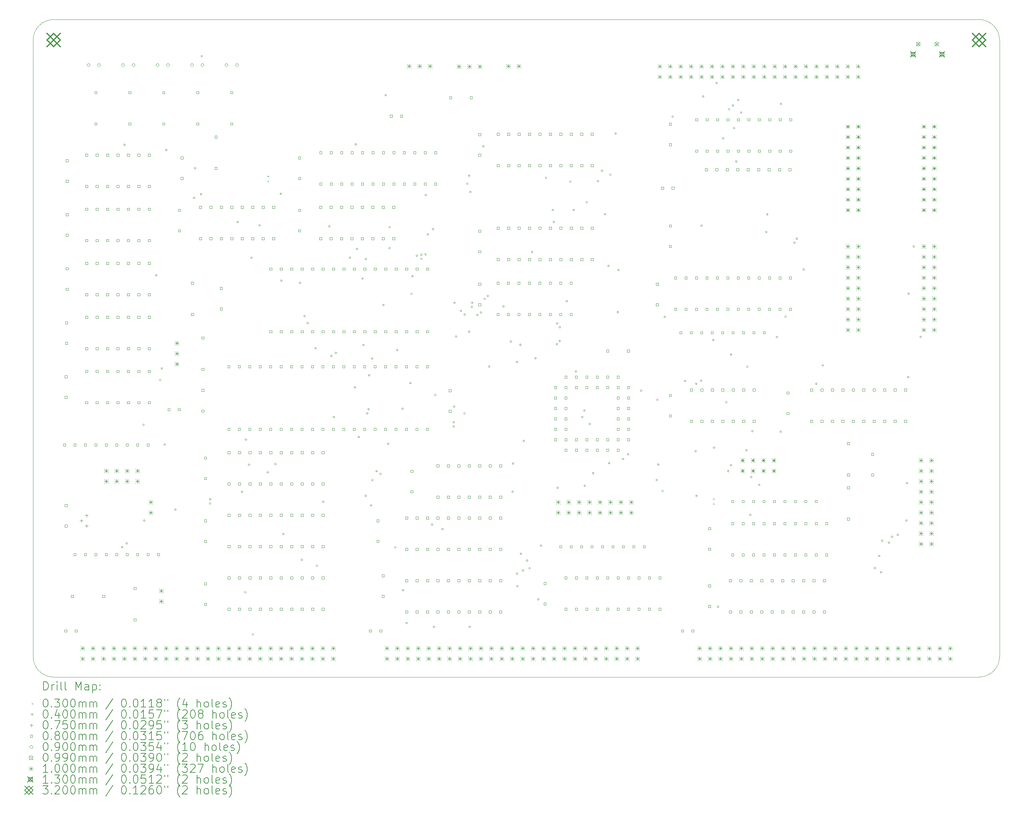
<source format=gbr>
%TF.GenerationSoftware,KiCad,Pcbnew,(6.0.11)*%
%TF.CreationDate,2024-05-06T10:57:05-05:00*%
%TF.ProjectId,processor.6809,70726f63-6573-4736-9f72-2e363830392e,v1.2*%
%TF.SameCoordinates,Original*%
%TF.FileFunction,Drillmap*%
%TF.FilePolarity,Positive*%
%FSLAX45Y45*%
G04 Gerber Fmt 4.5, Leading zero omitted, Abs format (unit mm)*
G04 Created by KiCad (PCBNEW (6.0.11)) date 2024-05-06 10:57:05*
%MOMM*%
%LPD*%
G01*
G04 APERTURE LIST*
%ADD10C,0.050000*%
%ADD11C,0.200000*%
%ADD12C,0.030000*%
%ADD13C,0.040000*%
%ADD14C,0.075000*%
%ADD15C,0.080000*%
%ADD16C,0.090000*%
%ADD17C,0.099000*%
%ADD18C,0.100000*%
%ADD19C,0.130000*%
%ADD20C,0.320000*%
G04 APERTURE END LIST*
D10*
X3500000Y-7500000D02*
X3500000Y-22500000D01*
X4000000Y-23000000D02*
X26500000Y-23000000D01*
X27000000Y-22500000D02*
X27000000Y-7500000D01*
X26500000Y-7000000D02*
X4000000Y-7000000D01*
X26500000Y-23000000D02*
G75*
G03*
X27000000Y-22500000I0J500000D01*
G01*
X3500000Y-22500000D02*
G75*
G03*
X4000000Y-23000000I500000J0D01*
G01*
X4000000Y-7000000D02*
G75*
G03*
X3500000Y-7500000I0J-500000D01*
G01*
X27000000Y-7500000D02*
G75*
G03*
X26500000Y-7000000I-500000J0D01*
G01*
D11*
D12*
X9200000Y-10800000D02*
X9230000Y-10830000D01*
X9230000Y-10800000D02*
X9200000Y-10830000D01*
X9200000Y-10920000D02*
X9230000Y-10950000D01*
X9230000Y-10920000D02*
X9200000Y-10950000D01*
X20035000Y-18650000D02*
X20065000Y-18680000D01*
X20065000Y-18650000D02*
X20035000Y-18680000D01*
X20035000Y-18770000D02*
X20065000Y-18800000D01*
X20065000Y-18770000D02*
X20035000Y-18800000D01*
D13*
X5683860Y-19840140D02*
G75*
G03*
X5683860Y-19840140I-20000J0D01*
G01*
X5742500Y-10046000D02*
G75*
G03*
X5742500Y-10046000I-20000J0D01*
G01*
X5795630Y-19744330D02*
G75*
G03*
X5795630Y-19744330I-20000J0D01*
G01*
X6203120Y-16862870D02*
G75*
G03*
X6203120Y-16862870I-20000J0D01*
G01*
X6221840Y-19193000D02*
G75*
G03*
X6221840Y-19193000I-20000J0D01*
G01*
X6514050Y-13223140D02*
G75*
G03*
X6514050Y-13223140I-20000J0D01*
G01*
X6608580Y-15770990D02*
G75*
G03*
X6608580Y-15770990I-20000J0D01*
G01*
X6649670Y-15489970D02*
G75*
G03*
X6649670Y-15489970I-20000J0D01*
G01*
X6721630Y-17341610D02*
G75*
G03*
X6721630Y-17341610I-20000J0D01*
G01*
X6758500Y-10173000D02*
G75*
G03*
X6758500Y-10173000I-20000J0D01*
G01*
X6978340Y-18924530D02*
G75*
G03*
X6978340Y-18924530I-20000J0D01*
G01*
X7431640Y-11339060D02*
G75*
G03*
X7431640Y-11339060I-20000J0D01*
G01*
X7457000Y-10617500D02*
G75*
G03*
X7457000Y-10617500I-20000J0D01*
G01*
X7604250Y-11247090D02*
G75*
G03*
X7604250Y-11247090I-20000J0D01*
G01*
X7619280Y-7893820D02*
G75*
G03*
X7619280Y-7893820I-20000J0D01*
G01*
X7821990Y-18776050D02*
G75*
G03*
X7821990Y-18776050I-20000J0D01*
G01*
X7824650Y-18676030D02*
G75*
G03*
X7824650Y-18676030I-20000J0D01*
G01*
X8494390Y-11925110D02*
G75*
G03*
X8494390Y-11925110I-20000J0D01*
G01*
X8597730Y-18494600D02*
G75*
G03*
X8597730Y-18494600I-20000J0D01*
G01*
X8681000Y-20935720D02*
G75*
G03*
X8681000Y-20935720I-20000J0D01*
G01*
X8692990Y-17223440D02*
G75*
G03*
X8692990Y-17223440I-20000J0D01*
G01*
X8769560Y-17830280D02*
G75*
G03*
X8769560Y-17830280I-20000J0D01*
G01*
X8827750Y-12793030D02*
G75*
G03*
X8827750Y-12793030I-20000J0D01*
G01*
X8862350Y-21960510D02*
G75*
G03*
X8862350Y-21960510I-20000J0D01*
G01*
X9026620Y-12007370D02*
G75*
G03*
X9026620Y-12007370I-20000J0D01*
G01*
X9224050Y-18017000D02*
G75*
G03*
X9224050Y-18017000I-20000J0D01*
G01*
X9411520Y-17817690D02*
G75*
G03*
X9411520Y-17817690I-20000J0D01*
G01*
X9544040Y-11241900D02*
G75*
G03*
X9544040Y-11241900I-20000J0D01*
G01*
X9558870Y-13354100D02*
G75*
G03*
X9558870Y-13354100I-20000J0D01*
G01*
X9603740Y-19515790D02*
G75*
G03*
X9603740Y-19515790I-20000J0D01*
G01*
X10010900Y-13409420D02*
G75*
G03*
X10010900Y-13409420I-20000J0D01*
G01*
X10054190Y-20146040D02*
G75*
G03*
X10054190Y-20146040I-20000J0D01*
G01*
X10120500Y-14215470D02*
G75*
G03*
X10120500Y-14215470I-20000J0D01*
G01*
X10197680Y-14387230D02*
G75*
G03*
X10197680Y-14387230I-20000J0D01*
G01*
X10389560Y-14996350D02*
G75*
G03*
X10389560Y-14996350I-20000J0D01*
G01*
X10420530Y-20291680D02*
G75*
G03*
X10420530Y-20291680I-20000J0D01*
G01*
X10577210Y-18733600D02*
G75*
G03*
X10577210Y-18733600I-20000J0D01*
G01*
X10723190Y-12030910D02*
G75*
G03*
X10723190Y-12030910I-20000J0D01*
G01*
X10772560Y-15184390D02*
G75*
G03*
X10772560Y-15184390I-20000J0D01*
G01*
X10830880Y-16672710D02*
G75*
G03*
X10830880Y-16672710I-20000J0D01*
G01*
X10883320Y-15111870D02*
G75*
G03*
X10883320Y-15111870I-20000J0D01*
G01*
X11222440Y-12793030D02*
G75*
G03*
X11222440Y-12793030I-20000J0D01*
G01*
X11344560Y-15949540D02*
G75*
G03*
X11344560Y-15949540I-20000J0D01*
G01*
X11363310Y-10038640D02*
G75*
G03*
X11363310Y-10038640I-20000J0D01*
G01*
X11396680Y-12583090D02*
G75*
G03*
X11396680Y-12583090I-20000J0D01*
G01*
X11438630Y-17157480D02*
G75*
G03*
X11438630Y-17157480I-20000J0D01*
G01*
X11531890Y-13303040D02*
G75*
G03*
X11531890Y-13303040I-20000J0D01*
G01*
X11551160Y-14918720D02*
G75*
G03*
X11551160Y-14918720I-20000J0D01*
G01*
X11605670Y-18588350D02*
G75*
G03*
X11605670Y-18588350I-20000J0D01*
G01*
X11611620Y-12826990D02*
G75*
G03*
X11611620Y-12826990I-20000J0D01*
G01*
X11645410Y-16584850D02*
G75*
G03*
X11645410Y-16584850I-20000J0D01*
G01*
X11677300Y-16481120D02*
G75*
G03*
X11677300Y-16481120I-20000J0D01*
G01*
X11692520Y-15655750D02*
G75*
G03*
X11692520Y-15655750I-20000J0D01*
G01*
X11736140Y-18823390D02*
G75*
G03*
X11736140Y-18823390I-20000J0D01*
G01*
X11765840Y-15249590D02*
G75*
G03*
X11765840Y-15249590I-20000J0D01*
G01*
X11767320Y-18207700D02*
G75*
G03*
X11767320Y-18207700I-20000J0D01*
G01*
X11871510Y-17987030D02*
G75*
G03*
X11871510Y-17987030I-20000J0D01*
G01*
X11966390Y-18056190D02*
G75*
G03*
X11966390Y-18056190I-20000J0D01*
G01*
X12039610Y-13945600D02*
G75*
G03*
X12039610Y-13945600I-20000J0D01*
G01*
X12092500Y-8839500D02*
G75*
G03*
X12092500Y-8839500I-20000J0D01*
G01*
X12153200Y-17322520D02*
G75*
G03*
X12153200Y-17322520I-20000J0D01*
G01*
X12186520Y-12561940D02*
G75*
G03*
X12186520Y-12561940I-20000J0D01*
G01*
X12187320Y-12053410D02*
G75*
G03*
X12187320Y-12053410I-20000J0D01*
G01*
X12324030Y-19841960D02*
G75*
G03*
X12324030Y-19841960I-20000J0D01*
G01*
X12372170Y-15039750D02*
G75*
G03*
X12372170Y-15039750I-20000J0D01*
G01*
X12503970Y-16470050D02*
G75*
G03*
X12503970Y-16470050I-20000J0D01*
G01*
X12515620Y-20883590D02*
G75*
G03*
X12515620Y-20883590I-20000J0D01*
G01*
X12600650Y-21685510D02*
G75*
G03*
X12600650Y-21685510I-20000J0D01*
G01*
X12693590Y-15846020D02*
G75*
G03*
X12693590Y-15846020I-20000J0D01*
G01*
X12720730Y-13671710D02*
G75*
G03*
X12720730Y-13671710I-20000J0D01*
G01*
X12744520Y-13249190D02*
G75*
G03*
X12744520Y-13249190I-20000J0D01*
G01*
X12850800Y-12746660D02*
G75*
G03*
X12850800Y-12746660I-20000J0D01*
G01*
X12960980Y-12720300D02*
G75*
G03*
X12960980Y-12720300I-20000J0D01*
G01*
X12961090Y-12823750D02*
G75*
G03*
X12961090Y-12823750I-20000J0D01*
G01*
X13062140Y-12715280D02*
G75*
G03*
X13062140Y-12715280I-20000J0D01*
G01*
X13067880Y-11269100D02*
G75*
G03*
X13067880Y-11269100I-20000J0D01*
G01*
X13118680Y-12226390D02*
G75*
G03*
X13118680Y-12226390I-20000J0D01*
G01*
X13219840Y-19287550D02*
G75*
G03*
X13219840Y-19287550I-20000J0D01*
G01*
X13245710Y-12099360D02*
G75*
G03*
X13245710Y-12099360I-20000J0D01*
G01*
X13267240Y-21776820D02*
G75*
G03*
X13267240Y-21776820I-20000J0D01*
G01*
X13298660Y-16133460D02*
G75*
G03*
X13298660Y-16133460I-20000J0D01*
G01*
X13476850Y-19397430D02*
G75*
G03*
X13476850Y-19397430I-20000J0D01*
G01*
X13747920Y-16899340D02*
G75*
G03*
X13747920Y-16899340I-20000J0D01*
G01*
X13748680Y-16797560D02*
G75*
G03*
X13748680Y-16797560I-20000J0D01*
G01*
X13757040Y-16418230D02*
G75*
G03*
X13757040Y-16418230I-20000J0D01*
G01*
X13765420Y-13892250D02*
G75*
G03*
X13765420Y-13892250I-20000J0D01*
G01*
X13804280Y-14710900D02*
G75*
G03*
X13804280Y-14710900I-20000J0D01*
G01*
X13921230Y-14088930D02*
G75*
G03*
X13921230Y-14088930I-20000J0D01*
G01*
X14008750Y-16582750D02*
G75*
G03*
X14008750Y-16582750I-20000J0D01*
G01*
X14012000Y-14179190D02*
G75*
G03*
X14012000Y-14179190I-20000J0D01*
G01*
X14076690Y-10995710D02*
G75*
G03*
X14076690Y-10995710I-20000J0D01*
G01*
X14121750Y-14595470D02*
G75*
G03*
X14121750Y-14595470I-20000J0D01*
G01*
X14124270Y-10801650D02*
G75*
G03*
X14124270Y-10801650I-20000J0D01*
G01*
X14132430Y-21777770D02*
G75*
G03*
X14132430Y-21777770I-20000J0D01*
G01*
X14154490Y-11196340D02*
G75*
G03*
X14154490Y-11196340I-20000J0D01*
G01*
X14188370Y-13993450D02*
G75*
G03*
X14188370Y-13993450I-20000J0D01*
G01*
X14196010Y-13892250D02*
G75*
G03*
X14196010Y-13892250I-20000J0D01*
G01*
X14320640Y-14188870D02*
G75*
G03*
X14320640Y-14188870I-20000J0D01*
G01*
X14409810Y-14127960D02*
G75*
G03*
X14409810Y-14127960I-20000J0D01*
G01*
X14469580Y-10085520D02*
G75*
G03*
X14469580Y-10085520I-20000J0D01*
G01*
X14499590Y-13796780D02*
G75*
G03*
X14499590Y-13796780I-20000J0D01*
G01*
X14576790Y-13723690D02*
G75*
G03*
X14576790Y-13723690I-20000J0D01*
G01*
X14607810Y-15444000D02*
G75*
G03*
X14607810Y-15444000I-20000J0D01*
G01*
X14959560Y-13978030D02*
G75*
G03*
X14959560Y-13978030I-20000J0D01*
G01*
X15137480Y-14834300D02*
G75*
G03*
X15137480Y-14834300I-20000J0D01*
G01*
X15178690Y-18486570D02*
G75*
G03*
X15178690Y-18486570I-20000J0D01*
G01*
X15189630Y-17799770D02*
G75*
G03*
X15189630Y-17799770I-20000J0D01*
G01*
X15283830Y-15334470D02*
G75*
G03*
X15283830Y-15334470I-20000J0D01*
G01*
X15284330Y-20482120D02*
G75*
G03*
X15284330Y-20482120I-20000J0D01*
G01*
X15293070Y-20787140D02*
G75*
G03*
X15293070Y-20787140I-20000J0D01*
G01*
X15369370Y-14913660D02*
G75*
G03*
X15369370Y-14913660I-20000J0D01*
G01*
X15380710Y-19999720D02*
G75*
G03*
X15380710Y-19999720I-20000J0D01*
G01*
X15430810Y-20407190D02*
G75*
G03*
X15430810Y-20407190I-20000J0D01*
G01*
X15450620Y-17254090D02*
G75*
G03*
X15450620Y-17254090I-20000J0D01*
G01*
X15531140Y-20162610D02*
G75*
G03*
X15531140Y-20162610I-20000J0D01*
G01*
X15590290Y-20350730D02*
G75*
G03*
X15590290Y-20350730I-20000J0D01*
G01*
X15653000Y-12656390D02*
G75*
G03*
X15653000Y-12656390I-20000J0D01*
G01*
X15737210Y-15239710D02*
G75*
G03*
X15737210Y-15239710I-20000J0D01*
G01*
X15803190Y-21110940D02*
G75*
G03*
X15803190Y-21110940I-20000J0D01*
G01*
X15869980Y-19802710D02*
G75*
G03*
X15869980Y-19802710I-20000J0D01*
G01*
X15992320Y-10851390D02*
G75*
G03*
X15992320Y-10851390I-20000J0D01*
G01*
X16156500Y-11633500D02*
G75*
G03*
X16156500Y-11633500I-20000J0D01*
G01*
X16182070Y-11924490D02*
G75*
G03*
X16182070Y-11924490I-20000J0D01*
G01*
X16255340Y-14896270D02*
G75*
G03*
X16255340Y-14896270I-20000J0D01*
G01*
X16264230Y-14394630D02*
G75*
G03*
X16264230Y-14394630I-20000J0D01*
G01*
X16271900Y-18393980D02*
G75*
G03*
X16271900Y-18393980I-20000J0D01*
G01*
X16323770Y-14822610D02*
G75*
G03*
X16323770Y-14822610I-20000J0D01*
G01*
X16325470Y-14487990D02*
G75*
G03*
X16325470Y-14487990I-20000J0D01*
G01*
X16496870Y-13851420D02*
G75*
G03*
X16496870Y-13851420I-20000J0D01*
G01*
X16583090Y-10944500D02*
G75*
G03*
X16583090Y-10944500I-20000J0D01*
G01*
X16664500Y-11633500D02*
G75*
G03*
X16664500Y-11633500I-20000J0D01*
G01*
X16718770Y-15563680D02*
G75*
G03*
X16718770Y-15563680I-20000J0D01*
G01*
X16871900Y-16671610D02*
G75*
G03*
X16871900Y-16671610I-20000J0D01*
G01*
X16923690Y-16513620D02*
G75*
G03*
X16923690Y-16513620I-20000J0D01*
G01*
X16933010Y-18346650D02*
G75*
G03*
X16933010Y-18346650I-20000J0D01*
G01*
X16982000Y-11443000D02*
G75*
G03*
X16982000Y-11443000I-20000J0D01*
G01*
X17056250Y-16840500D02*
G75*
G03*
X17056250Y-16840500I-20000J0D01*
G01*
X17137540Y-18039570D02*
G75*
G03*
X17137540Y-18039570I-20000J0D01*
G01*
X17255020Y-10930560D02*
G75*
G03*
X17255020Y-10930560I-20000J0D01*
G01*
X17355430Y-10678000D02*
G75*
G03*
X17355430Y-10678000I-20000J0D01*
G01*
X17427190Y-11734680D02*
G75*
G03*
X17427190Y-11734680I-20000J0D01*
G01*
X17508200Y-12994820D02*
G75*
G03*
X17508200Y-12994820I-20000J0D01*
G01*
X17527680Y-17792000D02*
G75*
G03*
X17527680Y-17792000I-20000J0D01*
G01*
X17557190Y-10776100D02*
G75*
G03*
X17557190Y-10776100I-20000J0D01*
G01*
X17687580Y-9771690D02*
G75*
G03*
X17687580Y-9771690I-20000J0D01*
G01*
X17738150Y-14121360D02*
G75*
G03*
X17738150Y-14121360I-20000J0D01*
G01*
X17753730Y-13092920D02*
G75*
G03*
X17753730Y-13092920I-20000J0D01*
G01*
X17865760Y-17696070D02*
G75*
G03*
X17865760Y-17696070I-20000J0D01*
G01*
X17991680Y-17577220D02*
G75*
G03*
X17991680Y-17577220I-20000J0D01*
G01*
X18303590Y-16030690D02*
G75*
G03*
X18303590Y-16030690I-20000J0D01*
G01*
X18683460Y-18206440D02*
G75*
G03*
X18683460Y-18206440I-20000J0D01*
G01*
X18698000Y-16253560D02*
G75*
G03*
X18698000Y-16253560I-20000J0D01*
G01*
X18720940Y-17829610D02*
G75*
G03*
X18720940Y-17829610I-20000J0D01*
G01*
X18826090Y-18470200D02*
G75*
G03*
X18826090Y-18470200I-20000J0D01*
G01*
X18878470Y-14233410D02*
G75*
G03*
X18878470Y-14233410I-20000J0D01*
G01*
X19070830Y-9360580D02*
G75*
G03*
X19070830Y-9360580I-20000J0D01*
G01*
X19374390Y-15794300D02*
G75*
G03*
X19374390Y-15794300I-20000J0D01*
G01*
X19627210Y-17502570D02*
G75*
G03*
X19627210Y-17502570I-20000J0D01*
G01*
X19645580Y-15861210D02*
G75*
G03*
X19645580Y-15861210I-20000J0D01*
G01*
X19653570Y-18591250D02*
G75*
G03*
X19653570Y-18591250I-20000J0D01*
G01*
X19763740Y-15788700D02*
G75*
G03*
X19763740Y-15788700I-20000J0D01*
G01*
X19776000Y-12014500D02*
G75*
G03*
X19776000Y-12014500I-20000J0D01*
G01*
X19813520Y-8872990D02*
G75*
G03*
X19813520Y-8872990I-20000J0D01*
G01*
X20058780Y-14795910D02*
G75*
G03*
X20058780Y-14795910I-20000J0D01*
G01*
X20077600Y-17417030D02*
G75*
G03*
X20077600Y-17417030I-20000J0D01*
G01*
X20142520Y-8545440D02*
G75*
G03*
X20142520Y-8545440I-20000J0D01*
G01*
X20175160Y-21289300D02*
G75*
G03*
X20175160Y-21289300I-20000J0D01*
G01*
X20298820Y-9889210D02*
G75*
G03*
X20298820Y-9889210I-20000J0D01*
G01*
X20377260Y-16311730D02*
G75*
G03*
X20377260Y-16311730I-20000J0D01*
G01*
X20421320Y-17990270D02*
G75*
G03*
X20421320Y-17990270I-20000J0D01*
G01*
X20442440Y-9184320D02*
G75*
G03*
X20442440Y-9184320I-20000J0D01*
G01*
X20487410Y-17843010D02*
G75*
G03*
X20487410Y-17843010I-20000J0D01*
G01*
X20489540Y-15153920D02*
G75*
G03*
X20489540Y-15153920I-20000J0D01*
G01*
X20534230Y-9092530D02*
G75*
G03*
X20534230Y-9092530I-20000J0D01*
G01*
X20564440Y-9640980D02*
G75*
G03*
X20564440Y-9640980I-20000J0D01*
G01*
X20618220Y-10451550D02*
G75*
G03*
X20618220Y-10451550I-20000J0D01*
G01*
X20667680Y-8959090D02*
G75*
G03*
X20667680Y-8959090I-20000J0D01*
G01*
X20736750Y-9264120D02*
G75*
G03*
X20736750Y-9264120I-20000J0D01*
G01*
X20865660Y-17479590D02*
G75*
G03*
X20865660Y-17479590I-20000J0D01*
G01*
X20885440Y-15447720D02*
G75*
G03*
X20885440Y-15447720I-20000J0D01*
G01*
X20957940Y-19050580D02*
G75*
G03*
X20957940Y-19050580I-20000J0D01*
G01*
X20982850Y-18132670D02*
G75*
G03*
X20982850Y-18132670I-20000J0D01*
G01*
X21009790Y-17016170D02*
G75*
G03*
X21009790Y-17016170I-20000J0D01*
G01*
X21176980Y-18321700D02*
G75*
G03*
X21176980Y-18321700I-20000J0D01*
G01*
X21347310Y-12171220D02*
G75*
G03*
X21347310Y-12171220I-20000J0D01*
G01*
X21369560Y-11740950D02*
G75*
G03*
X21369560Y-11740950I-20000J0D01*
G01*
X21605610Y-14726620D02*
G75*
G03*
X21605610Y-14726620I-20000J0D01*
G01*
X21699140Y-17026150D02*
G75*
G03*
X21699140Y-17026150I-20000J0D01*
G01*
X21701890Y-9051640D02*
G75*
G03*
X21701890Y-9051640I-20000J0D01*
G01*
X21816020Y-14229570D02*
G75*
G03*
X21816020Y-14229570I-20000J0D01*
G01*
X22037220Y-12431970D02*
G75*
G03*
X22037220Y-12431970I-20000J0D01*
G01*
X22089620Y-12331270D02*
G75*
G03*
X22089620Y-12331270I-20000J0D01*
G01*
X22256970Y-13080540D02*
G75*
G03*
X22256970Y-13080540I-20000J0D01*
G01*
X22563320Y-15862210D02*
G75*
G03*
X22563320Y-15862210I-20000J0D01*
G01*
X22722200Y-15413550D02*
G75*
G03*
X22722200Y-15413550I-20000J0D01*
G01*
X23990620Y-20346300D02*
G75*
G03*
X23990620Y-20346300I-20000J0D01*
G01*
X24093220Y-20051210D02*
G75*
G03*
X24093220Y-20051210I-20000J0D01*
G01*
X24138380Y-20447470D02*
G75*
G03*
X24138380Y-20447470I-20000J0D01*
G01*
X24166720Y-19680150D02*
G75*
G03*
X24166720Y-19680150I-20000J0D01*
G01*
X24329500Y-19726230D02*
G75*
G03*
X24329500Y-19726230I-20000J0D01*
G01*
X24404630Y-19582810D02*
G75*
G03*
X24404630Y-19582810I-20000J0D01*
G01*
X24546830Y-19537800D02*
G75*
G03*
X24546830Y-19537800I-20000J0D01*
G01*
X24755230Y-19189100D02*
G75*
G03*
X24755230Y-19189100I-20000J0D01*
G01*
X24770340Y-18283340D02*
G75*
G03*
X24770340Y-18283340I-20000J0D01*
G01*
X24799450Y-15699470D02*
G75*
G03*
X24799450Y-15699470I-20000J0D01*
G01*
X24809350Y-13673080D02*
G75*
G03*
X24809350Y-13673080I-20000J0D01*
G01*
X24934710Y-12522500D02*
G75*
G03*
X24934710Y-12522500I-20000J0D01*
G01*
X25102160Y-14721980D02*
G75*
G03*
X25102160Y-14721980I-20000J0D01*
G01*
D14*
X4673000Y-19155500D02*
X4673000Y-19230500D01*
X4635500Y-19193000D02*
X4710500Y-19193000D01*
X4800000Y-19028500D02*
X4800000Y-19103500D01*
X4762500Y-19066000D02*
X4837500Y-19066000D01*
X4800000Y-19282500D02*
X4800000Y-19357500D01*
X4762500Y-19320000D02*
X4837500Y-19320000D01*
D15*
X4290285Y-17376785D02*
X4290285Y-17320216D01*
X4233716Y-17320216D01*
X4233716Y-17376785D01*
X4290285Y-17376785D01*
X4321245Y-21903285D02*
X4321245Y-21846716D01*
X4264676Y-21846716D01*
X4264676Y-21903285D01*
X4321245Y-21903285D01*
X4328285Y-15718284D02*
X4328285Y-15661715D01*
X4271716Y-15661715D01*
X4271716Y-15718284D01*
X4328285Y-15718284D01*
X4328285Y-16218284D02*
X4328285Y-16161715D01*
X4271716Y-16161715D01*
X4271716Y-16218284D01*
X4328285Y-16218284D01*
X4328285Y-18848285D02*
X4328285Y-18791716D01*
X4271716Y-18791716D01*
X4271716Y-18848285D01*
X4328285Y-18848285D01*
X4328285Y-19348285D02*
X4328285Y-19291716D01*
X4271716Y-19291716D01*
X4271716Y-19348285D01*
X4328285Y-19348285D01*
X4340785Y-14403534D02*
X4340785Y-14346965D01*
X4284216Y-14346965D01*
X4284216Y-14403534D01*
X4340785Y-14403534D01*
X4340785Y-14903534D02*
X4340785Y-14846965D01*
X4284216Y-14846965D01*
X4284216Y-14903534D01*
X4340785Y-14903534D01*
X4353785Y-10459285D02*
X4353785Y-10402716D01*
X4297216Y-10402716D01*
X4297216Y-10459285D01*
X4353785Y-10459285D01*
X4353785Y-10959285D02*
X4353785Y-10902716D01*
X4297216Y-10902716D01*
X4297216Y-10959285D01*
X4353785Y-10959285D01*
X4353785Y-11774034D02*
X4353785Y-11717465D01*
X4297216Y-11717465D01*
X4297216Y-11774034D01*
X4353785Y-11774034D01*
X4353785Y-12274034D02*
X4353785Y-12217465D01*
X4297216Y-12217465D01*
X4297216Y-12274034D01*
X4353785Y-12274034D01*
X4353785Y-13088784D02*
X4353785Y-13032215D01*
X4297216Y-13032215D01*
X4297216Y-13088784D01*
X4353785Y-13088784D01*
X4353785Y-13588784D02*
X4353785Y-13532215D01*
X4297216Y-13532215D01*
X4297216Y-13588784D01*
X4353785Y-13588784D01*
X4480785Y-21059785D02*
X4480785Y-21003216D01*
X4424216Y-21003216D01*
X4424216Y-21059785D01*
X4480785Y-21059785D01*
X4542785Y-20043785D02*
X4542785Y-19987216D01*
X4486216Y-19987216D01*
X4486216Y-20043785D01*
X4542785Y-20043785D01*
X4544285Y-17376785D02*
X4544285Y-17320216D01*
X4487716Y-17320216D01*
X4487716Y-17376785D01*
X4544285Y-17376785D01*
X4571245Y-21903285D02*
X4571245Y-21846716D01*
X4514676Y-21846716D01*
X4514676Y-21903285D01*
X4571245Y-21903285D01*
X4796785Y-20043785D02*
X4796785Y-19987216D01*
X4740216Y-19987216D01*
X4740216Y-20043785D01*
X4796785Y-20043785D01*
X4798285Y-17376785D02*
X4798285Y-17320216D01*
X4741716Y-17320216D01*
X4741716Y-17376785D01*
X4798285Y-17376785D01*
X4828285Y-10327285D02*
X4828285Y-10270716D01*
X4771716Y-10270716D01*
X4771716Y-10327285D01*
X4828285Y-10327285D01*
X4828285Y-11089285D02*
X4828285Y-11032716D01*
X4771716Y-11032716D01*
X4771716Y-11089285D01*
X4828285Y-11089285D01*
X4828285Y-11642034D02*
X4828285Y-11585465D01*
X4771716Y-11585465D01*
X4771716Y-11642034D01*
X4828285Y-11642034D01*
X4828285Y-12404034D02*
X4828285Y-12347465D01*
X4771716Y-12347465D01*
X4771716Y-12404034D01*
X4828285Y-12404034D01*
X4828285Y-12956784D02*
X4828285Y-12900215D01*
X4771716Y-12900215D01*
X4771716Y-12956784D01*
X4828285Y-12956784D01*
X4828285Y-13718784D02*
X4828285Y-13662215D01*
X4771716Y-13662215D01*
X4771716Y-13718784D01*
X4828285Y-13718784D01*
X4828285Y-14271534D02*
X4828285Y-14214965D01*
X4771716Y-14214965D01*
X4771716Y-14271534D01*
X4828285Y-14271534D01*
X4828285Y-15033534D02*
X4828285Y-14976965D01*
X4771716Y-14976965D01*
X4771716Y-15033534D01*
X4828285Y-15033534D01*
X4828285Y-15586284D02*
X4828285Y-15529715D01*
X4771716Y-15529715D01*
X4771716Y-15586284D01*
X4828285Y-15586284D01*
X4828285Y-16348284D02*
X4828285Y-16291715D01*
X4771716Y-16291715D01*
X4771716Y-16348284D01*
X4828285Y-16348284D01*
X5050785Y-20043785D02*
X5050785Y-19987216D01*
X4994216Y-19987216D01*
X4994216Y-20043785D01*
X5050785Y-20043785D01*
X5052285Y-8804285D02*
X5052285Y-8747716D01*
X4995716Y-8747716D01*
X4995716Y-8804285D01*
X5052285Y-8804285D01*
X5052285Y-9566285D02*
X5052285Y-9509716D01*
X4995716Y-9509716D01*
X4995716Y-9566285D01*
X5052285Y-9566285D01*
X5052285Y-17376785D02*
X5052285Y-17320216D01*
X4995716Y-17320216D01*
X4995716Y-17376785D01*
X5052285Y-17376785D01*
X5082285Y-10327285D02*
X5082285Y-10270716D01*
X5025716Y-10270716D01*
X5025716Y-10327285D01*
X5082285Y-10327285D01*
X5082285Y-11089285D02*
X5082285Y-11032716D01*
X5025716Y-11032716D01*
X5025716Y-11089285D01*
X5082285Y-11089285D01*
X5082285Y-11642034D02*
X5082285Y-11585465D01*
X5025716Y-11585465D01*
X5025716Y-11642034D01*
X5082285Y-11642034D01*
X5082285Y-12404034D02*
X5082285Y-12347465D01*
X5025716Y-12347465D01*
X5025716Y-12404034D01*
X5082285Y-12404034D01*
X5082285Y-12956784D02*
X5082285Y-12900215D01*
X5025716Y-12900215D01*
X5025716Y-12956784D01*
X5082285Y-12956784D01*
X5082285Y-13718784D02*
X5082285Y-13662215D01*
X5025716Y-13662215D01*
X5025716Y-13718784D01*
X5082285Y-13718784D01*
X5082285Y-14271534D02*
X5082285Y-14214965D01*
X5025716Y-14214965D01*
X5025716Y-14271534D01*
X5082285Y-14271534D01*
X5082285Y-15033534D02*
X5082285Y-14976965D01*
X5025716Y-14976965D01*
X5025716Y-15033534D01*
X5082285Y-15033534D01*
X5082285Y-15586284D02*
X5082285Y-15529715D01*
X5025716Y-15529715D01*
X5025716Y-15586284D01*
X5082285Y-15586284D01*
X5082285Y-16348284D02*
X5082285Y-16291715D01*
X5025716Y-16291715D01*
X5025716Y-16348284D01*
X5082285Y-16348284D01*
X5242785Y-21059785D02*
X5242785Y-21003216D01*
X5186216Y-21003216D01*
X5186216Y-21059785D01*
X5242785Y-21059785D01*
X5304785Y-20043785D02*
X5304785Y-19987216D01*
X5248216Y-19987216D01*
X5248216Y-20043785D01*
X5304785Y-20043785D01*
X5306285Y-17376785D02*
X5306285Y-17320216D01*
X5249716Y-17320216D01*
X5249716Y-17376785D01*
X5306285Y-17376785D01*
X5336285Y-10327285D02*
X5336285Y-10270716D01*
X5279716Y-10270716D01*
X5279716Y-10327285D01*
X5336285Y-10327285D01*
X5336285Y-11089285D02*
X5336285Y-11032716D01*
X5279716Y-11032716D01*
X5279716Y-11089285D01*
X5336285Y-11089285D01*
X5336285Y-11642034D02*
X5336285Y-11585465D01*
X5279716Y-11585465D01*
X5279716Y-11642034D01*
X5336285Y-11642034D01*
X5336285Y-12404034D02*
X5336285Y-12347465D01*
X5279716Y-12347465D01*
X5279716Y-12404034D01*
X5336285Y-12404034D01*
X5336285Y-12956784D02*
X5336285Y-12900215D01*
X5279716Y-12900215D01*
X5279716Y-12956784D01*
X5336285Y-12956784D01*
X5336285Y-13718784D02*
X5336285Y-13662215D01*
X5279716Y-13662215D01*
X5279716Y-13718784D01*
X5336285Y-13718784D01*
X5336285Y-14271534D02*
X5336285Y-14214965D01*
X5279716Y-14214965D01*
X5279716Y-14271534D01*
X5336285Y-14271534D01*
X5336285Y-15033534D02*
X5336285Y-14976965D01*
X5279716Y-14976965D01*
X5279716Y-15033534D01*
X5336285Y-15033534D01*
X5336285Y-15586284D02*
X5336285Y-15529715D01*
X5279716Y-15529715D01*
X5279716Y-15586284D01*
X5336285Y-15586284D01*
X5336285Y-16348284D02*
X5336285Y-16291715D01*
X5279716Y-16291715D01*
X5279716Y-16348284D01*
X5336285Y-16348284D01*
X5558785Y-20043785D02*
X5558785Y-19987216D01*
X5502216Y-19987216D01*
X5502216Y-20043785D01*
X5558785Y-20043785D01*
X5560285Y-17376785D02*
X5560285Y-17320216D01*
X5503716Y-17320216D01*
X5503716Y-17376785D01*
X5560285Y-17376785D01*
X5590285Y-10327285D02*
X5590285Y-10270716D01*
X5533716Y-10270716D01*
X5533716Y-10327285D01*
X5590285Y-10327285D01*
X5590285Y-11089285D02*
X5590285Y-11032716D01*
X5533716Y-11032716D01*
X5533716Y-11089285D01*
X5590285Y-11089285D01*
X5590285Y-11642034D02*
X5590285Y-11585465D01*
X5533716Y-11585465D01*
X5533716Y-11642034D01*
X5590285Y-11642034D01*
X5590285Y-12404034D02*
X5590285Y-12347465D01*
X5533716Y-12347465D01*
X5533716Y-12404034D01*
X5590285Y-12404034D01*
X5590285Y-12956784D02*
X5590285Y-12900215D01*
X5533716Y-12900215D01*
X5533716Y-12956784D01*
X5590285Y-12956784D01*
X5590285Y-13718784D02*
X5590285Y-13662215D01*
X5533716Y-13662215D01*
X5533716Y-13718784D01*
X5590285Y-13718784D01*
X5590285Y-14271534D02*
X5590285Y-14214965D01*
X5533716Y-14214965D01*
X5533716Y-14271534D01*
X5590285Y-14271534D01*
X5590285Y-15033534D02*
X5590285Y-14976965D01*
X5533716Y-14976965D01*
X5533716Y-15033534D01*
X5590285Y-15033534D01*
X5590285Y-15586284D02*
X5590285Y-15529715D01*
X5533716Y-15529715D01*
X5533716Y-15586284D01*
X5590285Y-15586284D01*
X5590285Y-16348284D02*
X5590285Y-16291715D01*
X5533716Y-16291715D01*
X5533716Y-16348284D01*
X5590285Y-16348284D01*
X5812784Y-20043785D02*
X5812784Y-19987216D01*
X5756215Y-19987216D01*
X5756215Y-20043785D01*
X5812784Y-20043785D01*
X5814284Y-17376785D02*
X5814284Y-17320216D01*
X5757715Y-17320216D01*
X5757715Y-17376785D01*
X5814284Y-17376785D01*
X5844284Y-10327285D02*
X5844284Y-10270716D01*
X5787715Y-10270716D01*
X5787715Y-10327285D01*
X5844284Y-10327285D01*
X5844284Y-11089285D02*
X5844284Y-11032716D01*
X5787715Y-11032716D01*
X5787715Y-11089285D01*
X5844284Y-11089285D01*
X5844284Y-11642034D02*
X5844284Y-11585465D01*
X5787715Y-11585465D01*
X5787715Y-11642034D01*
X5844284Y-11642034D01*
X5844284Y-12404034D02*
X5844284Y-12347465D01*
X5787715Y-12347465D01*
X5787715Y-12404034D01*
X5844284Y-12404034D01*
X5844284Y-12956784D02*
X5844284Y-12900215D01*
X5787715Y-12900215D01*
X5787715Y-12956784D01*
X5844284Y-12956784D01*
X5844284Y-13718784D02*
X5844284Y-13662215D01*
X5787715Y-13662215D01*
X5787715Y-13718784D01*
X5844284Y-13718784D01*
X5844284Y-14271534D02*
X5844284Y-14214965D01*
X5787715Y-14214965D01*
X5787715Y-14271534D01*
X5844284Y-14271534D01*
X5844284Y-15033534D02*
X5844284Y-14976965D01*
X5787715Y-14976965D01*
X5787715Y-15033534D01*
X5844284Y-15033534D01*
X5844284Y-15586284D02*
X5844284Y-15529715D01*
X5787715Y-15529715D01*
X5787715Y-15586284D01*
X5844284Y-15586284D01*
X5844284Y-16348284D02*
X5844284Y-16291715D01*
X5787715Y-16291715D01*
X5787715Y-16348284D01*
X5844284Y-16348284D01*
X5877784Y-8804285D02*
X5877784Y-8747716D01*
X5821215Y-8747716D01*
X5821215Y-8804285D01*
X5877784Y-8804285D01*
X5877784Y-9566285D02*
X5877784Y-9509716D01*
X5821215Y-9509716D01*
X5821215Y-9566285D01*
X5877784Y-9566285D01*
X6004784Y-20869285D02*
X6004784Y-20812716D01*
X5948215Y-20812716D01*
X5948215Y-20869285D01*
X6004784Y-20869285D01*
X6004784Y-21631285D02*
X6004784Y-21574716D01*
X5948215Y-21574716D01*
X5948215Y-21631285D01*
X6004784Y-21631285D01*
X6066784Y-20043785D02*
X6066784Y-19987216D01*
X6010215Y-19987216D01*
X6010215Y-20043785D01*
X6066784Y-20043785D01*
X6068284Y-17376785D02*
X6068284Y-17320216D01*
X6011715Y-17320216D01*
X6011715Y-17376785D01*
X6068284Y-17376785D01*
X6098284Y-10327285D02*
X6098284Y-10270716D01*
X6041715Y-10270716D01*
X6041715Y-10327285D01*
X6098284Y-10327285D01*
X6098284Y-11089285D02*
X6098284Y-11032716D01*
X6041715Y-11032716D01*
X6041715Y-11089285D01*
X6098284Y-11089285D01*
X6098284Y-11642034D02*
X6098284Y-11585465D01*
X6041715Y-11585465D01*
X6041715Y-11642034D01*
X6098284Y-11642034D01*
X6098284Y-12404034D02*
X6098284Y-12347465D01*
X6041715Y-12347465D01*
X6041715Y-12404034D01*
X6098284Y-12404034D01*
X6098284Y-12956784D02*
X6098284Y-12900215D01*
X6041715Y-12900215D01*
X6041715Y-12956784D01*
X6098284Y-12956784D01*
X6098284Y-13718784D02*
X6098284Y-13662215D01*
X6041715Y-13662215D01*
X6041715Y-13718784D01*
X6098284Y-13718784D01*
X6098284Y-14271534D02*
X6098284Y-14214965D01*
X6041715Y-14214965D01*
X6041715Y-14271534D01*
X6098284Y-14271534D01*
X6098284Y-15033534D02*
X6098284Y-14976965D01*
X6041715Y-14976965D01*
X6041715Y-15033534D01*
X6098284Y-15033534D01*
X6098284Y-15586284D02*
X6098284Y-15529715D01*
X6041715Y-15529715D01*
X6041715Y-15586284D01*
X6098284Y-15586284D01*
X6098284Y-16348284D02*
X6098284Y-16291715D01*
X6041715Y-16291715D01*
X6041715Y-16348284D01*
X6098284Y-16348284D01*
X6320784Y-20043785D02*
X6320784Y-19987216D01*
X6264215Y-19987216D01*
X6264215Y-20043785D01*
X6320784Y-20043785D01*
X6322284Y-17376785D02*
X6322284Y-17320216D01*
X6265715Y-17320216D01*
X6265715Y-17376785D01*
X6322284Y-17376785D01*
X6352284Y-10327285D02*
X6352284Y-10270716D01*
X6295715Y-10270716D01*
X6295715Y-10327285D01*
X6352284Y-10327285D01*
X6352284Y-11089285D02*
X6352284Y-11032716D01*
X6295715Y-11032716D01*
X6295715Y-11089285D01*
X6352284Y-11089285D01*
X6352284Y-11642034D02*
X6352284Y-11585465D01*
X6295715Y-11585465D01*
X6295715Y-11642034D01*
X6352284Y-11642034D01*
X6352284Y-12404034D02*
X6352284Y-12347465D01*
X6295715Y-12347465D01*
X6295715Y-12404034D01*
X6352284Y-12404034D01*
X6352284Y-12956784D02*
X6352284Y-12900215D01*
X6295715Y-12900215D01*
X6295715Y-12956784D01*
X6352284Y-12956784D01*
X6352284Y-13718784D02*
X6352284Y-13662215D01*
X6295715Y-13662215D01*
X6295715Y-13718784D01*
X6352284Y-13718784D01*
X6352284Y-14271534D02*
X6352284Y-14214965D01*
X6295715Y-14214965D01*
X6295715Y-14271534D01*
X6352284Y-14271534D01*
X6352284Y-15033534D02*
X6352284Y-14976965D01*
X6295715Y-14976965D01*
X6295715Y-15033534D01*
X6352284Y-15033534D01*
X6352284Y-15586284D02*
X6352284Y-15529715D01*
X6295715Y-15529715D01*
X6295715Y-15586284D01*
X6352284Y-15586284D01*
X6352284Y-16348284D02*
X6352284Y-16291715D01*
X6295715Y-16291715D01*
X6295715Y-16348284D01*
X6352284Y-16348284D01*
X6574784Y-20043785D02*
X6574784Y-19987216D01*
X6518215Y-19987216D01*
X6518215Y-20043785D01*
X6574784Y-20043785D01*
X6703284Y-8804285D02*
X6703284Y-8747716D01*
X6646715Y-8747716D01*
X6646715Y-8804285D01*
X6703284Y-8804285D01*
X6703284Y-9566285D02*
X6703284Y-9509716D01*
X6646715Y-9509716D01*
X6646715Y-9566285D01*
X6703284Y-9566285D01*
X6830274Y-16518284D02*
X6830274Y-16461715D01*
X6773705Y-16461715D01*
X6773705Y-16518284D01*
X6830274Y-16518284D01*
X7080274Y-16518284D02*
X7080274Y-16461715D01*
X7023705Y-16461715D01*
X7023705Y-16518284D01*
X7080274Y-16518284D01*
X7084284Y-11665784D02*
X7084284Y-11609215D01*
X7027715Y-11609215D01*
X7027715Y-11665784D01*
X7084284Y-11665784D01*
X7084284Y-12165784D02*
X7084284Y-12109215D01*
X7027715Y-12109215D01*
X7027715Y-12165784D01*
X7084284Y-12165784D01*
X7147784Y-10391785D02*
X7147784Y-10335216D01*
X7091215Y-10335216D01*
X7091215Y-10391785D01*
X7147784Y-10391785D01*
X7147784Y-10891785D02*
X7147784Y-10835216D01*
X7091215Y-10835216D01*
X7091215Y-10891785D01*
X7147784Y-10891785D01*
X7401784Y-13439784D02*
X7401784Y-13383215D01*
X7345215Y-13383215D01*
X7345215Y-13439784D01*
X7401784Y-13439784D01*
X7401784Y-14201784D02*
X7401784Y-14145215D01*
X7345215Y-14145215D01*
X7345215Y-14201784D01*
X7401784Y-14201784D01*
X7528784Y-8804285D02*
X7528784Y-8747716D01*
X7472215Y-8747716D01*
X7472215Y-8804285D01*
X7528784Y-8804285D01*
X7528784Y-9566285D02*
X7528784Y-9509716D01*
X7472215Y-9509716D01*
X7472215Y-9566285D01*
X7528784Y-9566285D01*
X7593784Y-11597284D02*
X7593784Y-11540715D01*
X7537215Y-11540715D01*
X7537215Y-11597284D01*
X7593784Y-11597284D01*
X7593784Y-12359284D02*
X7593784Y-12302715D01*
X7537215Y-12302715D01*
X7537215Y-12359284D01*
X7593784Y-12359284D01*
X7655784Y-14773284D02*
X7655784Y-14716715D01*
X7599215Y-14716715D01*
X7599215Y-14773284D01*
X7655784Y-14773284D01*
X7655784Y-15535284D02*
X7655784Y-15478715D01*
X7599215Y-15478715D01*
X7599215Y-15535284D01*
X7655784Y-15535284D01*
X7655784Y-16051284D02*
X7655784Y-15994715D01*
X7599215Y-15994715D01*
X7599215Y-16051284D01*
X7655784Y-16051284D01*
X7655784Y-16551284D02*
X7655784Y-16494715D01*
X7599215Y-16494715D01*
X7599215Y-16551284D01*
X7655784Y-16551284D01*
X7719284Y-17694285D02*
X7719284Y-17637716D01*
X7662715Y-17637716D01*
X7662715Y-17694285D01*
X7719284Y-17694285D01*
X7719284Y-18194285D02*
X7719284Y-18137716D01*
X7662715Y-18137716D01*
X7662715Y-18194285D01*
X7719284Y-18194285D01*
X7719284Y-19222285D02*
X7719284Y-19165716D01*
X7662715Y-19165716D01*
X7662715Y-19222285D01*
X7719284Y-19222285D01*
X7719284Y-19722285D02*
X7719284Y-19665716D01*
X7662715Y-19665716D01*
X7662715Y-19722285D01*
X7719284Y-19722285D01*
X7719284Y-20755285D02*
X7719284Y-20698716D01*
X7662715Y-20698716D01*
X7662715Y-20755285D01*
X7719284Y-20755285D01*
X7719284Y-21255285D02*
X7719284Y-21198716D01*
X7662715Y-21198716D01*
X7662715Y-21255285D01*
X7719284Y-21255285D01*
X7847784Y-11597284D02*
X7847784Y-11540715D01*
X7791215Y-11540715D01*
X7791215Y-11597284D01*
X7847784Y-11597284D01*
X7847784Y-12359284D02*
X7847784Y-12302715D01*
X7791215Y-12302715D01*
X7791215Y-12359284D01*
X7847784Y-12359284D01*
X7973284Y-9883785D02*
X7973284Y-9827216D01*
X7916715Y-9827216D01*
X7916715Y-9883785D01*
X7973284Y-9883785D01*
X7973284Y-10645785D02*
X7973284Y-10589216D01*
X7916715Y-10589216D01*
X7916715Y-10645785D01*
X7973284Y-10645785D01*
X8100284Y-13567284D02*
X8100284Y-13510715D01*
X8043715Y-13510715D01*
X8043715Y-13567284D01*
X8100284Y-13567284D01*
X8100284Y-14067284D02*
X8100284Y-14010715D01*
X8043715Y-14010715D01*
X8043715Y-14067284D01*
X8100284Y-14067284D01*
X8101784Y-11597284D02*
X8101784Y-11540715D01*
X8045215Y-11540715D01*
X8045215Y-11597284D01*
X8101784Y-11597284D01*
X8101784Y-12359284D02*
X8101784Y-12302715D01*
X8045215Y-12302715D01*
X8045215Y-12359284D01*
X8101784Y-12359284D01*
X8286284Y-15472284D02*
X8286284Y-15415715D01*
X8229715Y-15415715D01*
X8229715Y-15472284D01*
X8286284Y-15472284D01*
X8286284Y-16996285D02*
X8286284Y-16939716D01*
X8229715Y-16939716D01*
X8229715Y-16996285D01*
X8286284Y-16996285D01*
X8291284Y-17566285D02*
X8291284Y-17509716D01*
X8234715Y-17509716D01*
X8234715Y-17566285D01*
X8291284Y-17566285D01*
X8291284Y-18328285D02*
X8291284Y-18271716D01*
X8234715Y-18271716D01*
X8234715Y-18328285D01*
X8291284Y-18328285D01*
X8291284Y-19090285D02*
X8291284Y-19033716D01*
X8234715Y-19033716D01*
X8234715Y-19090285D01*
X8291284Y-19090285D01*
X8291284Y-19852285D02*
X8291284Y-19795716D01*
X8234715Y-19795716D01*
X8234715Y-19852285D01*
X8291284Y-19852285D01*
X8291284Y-20614285D02*
X8291284Y-20557716D01*
X8234715Y-20557716D01*
X8234715Y-20614285D01*
X8291284Y-20614285D01*
X8291284Y-21376285D02*
X8291284Y-21319716D01*
X8234715Y-21319716D01*
X8234715Y-21376285D01*
X8291284Y-21376285D01*
X8354284Y-8804285D02*
X8354284Y-8747716D01*
X8297715Y-8747716D01*
X8297715Y-8804285D01*
X8354284Y-8804285D01*
X8354284Y-9566285D02*
X8354284Y-9509716D01*
X8297715Y-9509716D01*
X8297715Y-9566285D01*
X8354284Y-9566285D01*
X8355784Y-11597284D02*
X8355784Y-11540715D01*
X8299215Y-11540715D01*
X8299215Y-11597284D01*
X8355784Y-11597284D01*
X8355784Y-12359284D02*
X8355784Y-12302715D01*
X8299215Y-12302715D01*
X8299215Y-12359284D01*
X8355784Y-12359284D01*
X8540285Y-15472284D02*
X8540285Y-15415715D01*
X8483716Y-15415715D01*
X8483716Y-15472284D01*
X8540285Y-15472284D01*
X8540285Y-16996285D02*
X8540285Y-16939716D01*
X8483716Y-16939716D01*
X8483716Y-16996285D01*
X8540285Y-16996285D01*
X8545285Y-17566285D02*
X8545285Y-17509716D01*
X8488716Y-17509716D01*
X8488716Y-17566285D01*
X8545285Y-17566285D01*
X8545285Y-18328285D02*
X8545285Y-18271716D01*
X8488716Y-18271716D01*
X8488716Y-18328285D01*
X8545285Y-18328285D01*
X8545285Y-19090285D02*
X8545285Y-19033716D01*
X8488716Y-19033716D01*
X8488716Y-19090285D01*
X8545285Y-19090285D01*
X8545285Y-19852285D02*
X8545285Y-19795716D01*
X8488716Y-19795716D01*
X8488716Y-19852285D01*
X8545285Y-19852285D01*
X8545285Y-20614285D02*
X8545285Y-20557716D01*
X8488716Y-20557716D01*
X8488716Y-20614285D01*
X8545285Y-20614285D01*
X8545285Y-21376285D02*
X8545285Y-21319716D01*
X8488716Y-21319716D01*
X8488716Y-21376285D01*
X8545285Y-21376285D01*
X8609785Y-11597284D02*
X8609785Y-11540715D01*
X8553216Y-11540715D01*
X8553216Y-11597284D01*
X8609785Y-11597284D01*
X8609785Y-12359284D02*
X8609785Y-12302715D01*
X8553216Y-12302715D01*
X8553216Y-12359284D01*
X8609785Y-12359284D01*
X8794285Y-15472284D02*
X8794285Y-15415715D01*
X8737716Y-15415715D01*
X8737716Y-15472284D01*
X8794285Y-15472284D01*
X8794285Y-16996285D02*
X8794285Y-16939716D01*
X8737716Y-16939716D01*
X8737716Y-16996285D01*
X8794285Y-16996285D01*
X8799285Y-17566285D02*
X8799285Y-17509716D01*
X8742716Y-17509716D01*
X8742716Y-17566285D01*
X8799285Y-17566285D01*
X8799285Y-18328285D02*
X8799285Y-18271716D01*
X8742716Y-18271716D01*
X8742716Y-18328285D01*
X8799285Y-18328285D01*
X8799285Y-19090285D02*
X8799285Y-19033716D01*
X8742716Y-19033716D01*
X8742716Y-19090285D01*
X8799285Y-19090285D01*
X8799285Y-19852285D02*
X8799285Y-19795716D01*
X8742716Y-19795716D01*
X8742716Y-19852285D01*
X8799285Y-19852285D01*
X8799285Y-20614285D02*
X8799285Y-20557716D01*
X8742716Y-20557716D01*
X8742716Y-20614285D01*
X8799285Y-20614285D01*
X8799285Y-21376285D02*
X8799285Y-21319716D01*
X8742716Y-21319716D01*
X8742716Y-21376285D01*
X8799285Y-21376285D01*
X8863785Y-11597284D02*
X8863785Y-11540715D01*
X8807216Y-11540715D01*
X8807216Y-11597284D01*
X8863785Y-11597284D01*
X8863785Y-12359284D02*
X8863785Y-12302715D01*
X8807216Y-12302715D01*
X8807216Y-12359284D01*
X8863785Y-12359284D01*
X9048285Y-15472284D02*
X9048285Y-15415715D01*
X8991716Y-15415715D01*
X8991716Y-15472284D01*
X9048285Y-15472284D01*
X9048285Y-16996285D02*
X9048285Y-16939716D01*
X8991716Y-16939716D01*
X8991716Y-16996285D01*
X9048285Y-16996285D01*
X9053285Y-17566285D02*
X9053285Y-17509716D01*
X8996716Y-17509716D01*
X8996716Y-17566285D01*
X9053285Y-17566285D01*
X9053285Y-18328285D02*
X9053285Y-18271716D01*
X8996716Y-18271716D01*
X8996716Y-18328285D01*
X9053285Y-18328285D01*
X9053285Y-19090285D02*
X9053285Y-19033716D01*
X8996716Y-19033716D01*
X8996716Y-19090285D01*
X9053285Y-19090285D01*
X9053285Y-19852285D02*
X9053285Y-19795716D01*
X8996716Y-19795716D01*
X8996716Y-19852285D01*
X9053285Y-19852285D01*
X9053285Y-20614285D02*
X9053285Y-20557716D01*
X8996716Y-20557716D01*
X8996716Y-20614285D01*
X9053285Y-20614285D01*
X9053285Y-21376285D02*
X9053285Y-21319716D01*
X8996716Y-21319716D01*
X8996716Y-21376285D01*
X9053285Y-21376285D01*
X9117785Y-11597284D02*
X9117785Y-11540715D01*
X9061216Y-11540715D01*
X9061216Y-11597284D01*
X9117785Y-11597284D01*
X9117785Y-12359284D02*
X9117785Y-12302715D01*
X9061216Y-12302715D01*
X9061216Y-12359284D01*
X9117785Y-12359284D01*
X9302285Y-15472284D02*
X9302285Y-15415715D01*
X9245716Y-15415715D01*
X9245716Y-15472284D01*
X9302285Y-15472284D01*
X9302285Y-16996285D02*
X9302285Y-16939716D01*
X9245716Y-16939716D01*
X9245716Y-16996285D01*
X9302285Y-16996285D01*
X9306785Y-13096784D02*
X9306785Y-13040215D01*
X9250216Y-13040215D01*
X9250216Y-13096784D01*
X9306785Y-13096784D01*
X9306785Y-14620784D02*
X9306785Y-14564215D01*
X9250216Y-14564215D01*
X9250216Y-14620784D01*
X9306785Y-14620784D01*
X9307285Y-17566285D02*
X9307285Y-17509716D01*
X9250716Y-17509716D01*
X9250716Y-17566285D01*
X9307285Y-17566285D01*
X9307285Y-18328285D02*
X9307285Y-18271716D01*
X9250716Y-18271716D01*
X9250716Y-18328285D01*
X9307285Y-18328285D01*
X9307285Y-19090285D02*
X9307285Y-19033716D01*
X9250716Y-19033716D01*
X9250716Y-19090285D01*
X9307285Y-19090285D01*
X9307285Y-19852285D02*
X9307285Y-19795716D01*
X9250716Y-19795716D01*
X9250716Y-19852285D01*
X9307285Y-19852285D01*
X9307285Y-20614285D02*
X9307285Y-20557716D01*
X9250716Y-20557716D01*
X9250716Y-20614285D01*
X9307285Y-20614285D01*
X9307285Y-21376285D02*
X9307285Y-21319716D01*
X9250716Y-21319716D01*
X9250716Y-21376285D01*
X9307285Y-21376285D01*
X9371785Y-11597284D02*
X9371785Y-11540715D01*
X9315216Y-11540715D01*
X9315216Y-11597284D01*
X9371785Y-11597284D01*
X9371785Y-12359284D02*
X9371785Y-12302715D01*
X9315216Y-12302715D01*
X9315216Y-12359284D01*
X9371785Y-12359284D01*
X9556285Y-15472284D02*
X9556285Y-15415715D01*
X9499716Y-15415715D01*
X9499716Y-15472284D01*
X9556285Y-15472284D01*
X9556285Y-16996285D02*
X9556285Y-16939716D01*
X9499716Y-16939716D01*
X9499716Y-16996285D01*
X9556285Y-16996285D01*
X9560785Y-13096784D02*
X9560785Y-13040215D01*
X9504216Y-13040215D01*
X9504216Y-13096784D01*
X9560785Y-13096784D01*
X9560785Y-14620784D02*
X9560785Y-14564215D01*
X9504216Y-14564215D01*
X9504216Y-14620784D01*
X9560785Y-14620784D01*
X9561285Y-17566285D02*
X9561285Y-17509716D01*
X9504716Y-17509716D01*
X9504716Y-17566285D01*
X9561285Y-17566285D01*
X9561285Y-18328285D02*
X9561285Y-18271716D01*
X9504716Y-18271716D01*
X9504716Y-18328285D01*
X9561285Y-18328285D01*
X9561285Y-19090285D02*
X9561285Y-19033716D01*
X9504716Y-19033716D01*
X9504716Y-19090285D01*
X9561285Y-19090285D01*
X9561285Y-19852285D02*
X9561285Y-19795716D01*
X9504716Y-19795716D01*
X9504716Y-19852285D01*
X9561285Y-19852285D01*
X9561285Y-20614285D02*
X9561285Y-20557716D01*
X9504716Y-20557716D01*
X9504716Y-20614285D01*
X9561285Y-20614285D01*
X9561285Y-21376285D02*
X9561285Y-21319716D01*
X9504716Y-21319716D01*
X9504716Y-21376285D01*
X9561285Y-21376285D01*
X9810285Y-15472284D02*
X9810285Y-15415715D01*
X9753716Y-15415715D01*
X9753716Y-15472284D01*
X9810285Y-15472284D01*
X9810285Y-16996285D02*
X9810285Y-16939716D01*
X9753716Y-16939716D01*
X9753716Y-16996285D01*
X9810285Y-16996285D01*
X9814785Y-13096784D02*
X9814785Y-13040215D01*
X9758216Y-13040215D01*
X9758216Y-13096784D01*
X9814785Y-13096784D01*
X9814785Y-14620784D02*
X9814785Y-14564215D01*
X9758216Y-14564215D01*
X9758216Y-14620784D01*
X9814785Y-14620784D01*
X9815285Y-17566285D02*
X9815285Y-17509716D01*
X9758716Y-17509716D01*
X9758716Y-17566285D01*
X9815285Y-17566285D01*
X9815285Y-18328285D02*
X9815285Y-18271716D01*
X9758716Y-18271716D01*
X9758716Y-18328285D01*
X9815285Y-18328285D01*
X9815285Y-19090285D02*
X9815285Y-19033716D01*
X9758716Y-19033716D01*
X9758716Y-19090285D01*
X9815285Y-19090285D01*
X9815285Y-19852285D02*
X9815285Y-19795716D01*
X9758716Y-19795716D01*
X9758716Y-19852285D01*
X9815285Y-19852285D01*
X9815285Y-20614285D02*
X9815285Y-20557716D01*
X9758716Y-20557716D01*
X9758716Y-20614285D01*
X9815285Y-20614285D01*
X9815285Y-21376285D02*
X9815285Y-21319716D01*
X9758716Y-21319716D01*
X9758716Y-21376285D01*
X9815285Y-21376285D01*
X10005285Y-10391785D02*
X10005285Y-10335216D01*
X9948716Y-10335216D01*
X9948716Y-10391785D01*
X10005285Y-10391785D01*
X10005285Y-10891785D02*
X10005285Y-10835216D01*
X9948716Y-10835216D01*
X9948716Y-10891785D01*
X10005285Y-10891785D01*
X10005285Y-11665784D02*
X10005285Y-11609215D01*
X9948716Y-11609215D01*
X9948716Y-11665784D01*
X10005285Y-11665784D01*
X10005285Y-12165784D02*
X10005285Y-12109215D01*
X9948716Y-12109215D01*
X9948716Y-12165784D01*
X10005285Y-12165784D01*
X10064285Y-15472284D02*
X10064285Y-15415715D01*
X10007716Y-15415715D01*
X10007716Y-15472284D01*
X10064285Y-15472284D01*
X10064285Y-16996285D02*
X10064285Y-16939716D01*
X10007716Y-16939716D01*
X10007716Y-16996285D01*
X10064285Y-16996285D01*
X10068785Y-13096784D02*
X10068785Y-13040215D01*
X10012216Y-13040215D01*
X10012216Y-13096784D01*
X10068785Y-13096784D01*
X10068785Y-14620784D02*
X10068785Y-14564215D01*
X10012216Y-14564215D01*
X10012216Y-14620784D01*
X10068785Y-14620784D01*
X10069285Y-17566285D02*
X10069285Y-17509716D01*
X10012716Y-17509716D01*
X10012716Y-17566285D01*
X10069285Y-17566285D01*
X10069285Y-18328285D02*
X10069285Y-18271716D01*
X10012716Y-18271716D01*
X10012716Y-18328285D01*
X10069285Y-18328285D01*
X10069285Y-19090285D02*
X10069285Y-19033716D01*
X10012716Y-19033716D01*
X10012716Y-19090285D01*
X10069285Y-19090285D01*
X10069285Y-19852285D02*
X10069285Y-19795716D01*
X10012716Y-19795716D01*
X10012716Y-19852285D01*
X10069285Y-19852285D01*
X10069285Y-20614285D02*
X10069285Y-20557716D01*
X10012716Y-20557716D01*
X10012716Y-20614285D01*
X10069285Y-20614285D01*
X10069285Y-21376285D02*
X10069285Y-21319716D01*
X10012716Y-21319716D01*
X10012716Y-21376285D01*
X10069285Y-21376285D01*
X10318285Y-15472284D02*
X10318285Y-15415715D01*
X10261716Y-15415715D01*
X10261716Y-15472284D01*
X10318285Y-15472284D01*
X10318285Y-16996285D02*
X10318285Y-16939716D01*
X10261716Y-16939716D01*
X10261716Y-16996285D01*
X10318285Y-16996285D01*
X10322785Y-13096784D02*
X10322785Y-13040215D01*
X10266216Y-13040215D01*
X10266216Y-13096784D01*
X10322785Y-13096784D01*
X10322785Y-14620784D02*
X10322785Y-14564215D01*
X10266216Y-14564215D01*
X10266216Y-14620784D01*
X10322785Y-14620784D01*
X10323285Y-17566285D02*
X10323285Y-17509716D01*
X10266716Y-17509716D01*
X10266716Y-17566285D01*
X10323285Y-17566285D01*
X10323285Y-18328285D02*
X10323285Y-18271716D01*
X10266716Y-18271716D01*
X10266716Y-18328285D01*
X10323285Y-18328285D01*
X10323285Y-19090285D02*
X10323285Y-19033716D01*
X10266716Y-19033716D01*
X10266716Y-19090285D01*
X10323285Y-19090285D01*
X10323285Y-19852285D02*
X10323285Y-19795716D01*
X10266716Y-19795716D01*
X10266716Y-19852285D01*
X10323285Y-19852285D01*
X10323285Y-20614285D02*
X10323285Y-20557716D01*
X10266716Y-20557716D01*
X10266716Y-20614285D01*
X10323285Y-20614285D01*
X10323285Y-21376285D02*
X10323285Y-21319716D01*
X10266716Y-21319716D01*
X10266716Y-21376285D01*
X10323285Y-21376285D01*
X10514785Y-11597284D02*
X10514785Y-11540715D01*
X10458216Y-11540715D01*
X10458216Y-11597284D01*
X10514785Y-11597284D01*
X10514785Y-12359284D02*
X10514785Y-12302715D01*
X10458216Y-12302715D01*
X10458216Y-12359284D01*
X10514785Y-12359284D01*
X10519785Y-10264785D02*
X10519785Y-10208216D01*
X10463216Y-10208216D01*
X10463216Y-10264785D01*
X10519785Y-10264785D01*
X10519785Y-11026785D02*
X10519785Y-10970216D01*
X10463216Y-10970216D01*
X10463216Y-11026785D01*
X10519785Y-11026785D01*
X10572285Y-15472284D02*
X10572285Y-15415715D01*
X10515716Y-15415715D01*
X10515716Y-15472284D01*
X10572285Y-15472284D01*
X10572285Y-16996285D02*
X10572285Y-16939716D01*
X10515716Y-16939716D01*
X10515716Y-16996285D01*
X10572285Y-16996285D01*
X10576785Y-13096784D02*
X10576785Y-13040215D01*
X10520216Y-13040215D01*
X10520216Y-13096784D01*
X10576785Y-13096784D01*
X10576785Y-14620784D02*
X10576785Y-14564215D01*
X10520216Y-14564215D01*
X10520216Y-14620784D01*
X10576785Y-14620784D01*
X10577285Y-17566285D02*
X10577285Y-17509716D01*
X10520716Y-17509716D01*
X10520716Y-17566285D01*
X10577285Y-17566285D01*
X10577285Y-18328285D02*
X10577285Y-18271716D01*
X10520716Y-18271716D01*
X10520716Y-18328285D01*
X10577285Y-18328285D01*
X10577285Y-19090285D02*
X10577285Y-19033716D01*
X10520716Y-19033716D01*
X10520716Y-19090285D01*
X10577285Y-19090285D01*
X10577285Y-19852285D02*
X10577285Y-19795716D01*
X10520716Y-19795716D01*
X10520716Y-19852285D01*
X10577285Y-19852285D01*
X10577285Y-20614285D02*
X10577285Y-20557716D01*
X10520716Y-20557716D01*
X10520716Y-20614285D01*
X10577285Y-20614285D01*
X10577285Y-21376285D02*
X10577285Y-21319716D01*
X10520716Y-21319716D01*
X10520716Y-21376285D01*
X10577285Y-21376285D01*
X10768785Y-11597284D02*
X10768785Y-11540715D01*
X10712216Y-11540715D01*
X10712216Y-11597284D01*
X10768785Y-11597284D01*
X10768785Y-12359284D02*
X10768785Y-12302715D01*
X10712216Y-12302715D01*
X10712216Y-12359284D01*
X10768785Y-12359284D01*
X10773785Y-10264785D02*
X10773785Y-10208216D01*
X10717216Y-10208216D01*
X10717216Y-10264785D01*
X10773785Y-10264785D01*
X10773785Y-11026785D02*
X10773785Y-10970216D01*
X10717216Y-10970216D01*
X10717216Y-11026785D01*
X10773785Y-11026785D01*
X10826285Y-15472284D02*
X10826285Y-15415715D01*
X10769716Y-15415715D01*
X10769716Y-15472284D01*
X10826285Y-15472284D01*
X10826285Y-16996285D02*
X10826285Y-16939716D01*
X10769716Y-16939716D01*
X10769716Y-16996285D01*
X10826285Y-16996285D01*
X10830785Y-13096784D02*
X10830785Y-13040215D01*
X10774216Y-13040215D01*
X10774216Y-13096784D01*
X10830785Y-13096784D01*
X10830785Y-14620784D02*
X10830785Y-14564215D01*
X10774216Y-14564215D01*
X10774216Y-14620784D01*
X10830785Y-14620784D01*
X11022785Y-11597284D02*
X11022785Y-11540715D01*
X10966216Y-11540715D01*
X10966216Y-11597284D01*
X11022785Y-11597284D01*
X11022785Y-12359284D02*
X11022785Y-12302715D01*
X10966216Y-12302715D01*
X10966216Y-12359284D01*
X11022785Y-12359284D01*
X11027785Y-10264785D02*
X11027785Y-10208216D01*
X10971216Y-10208216D01*
X10971216Y-10264785D01*
X11027785Y-10264785D01*
X11027785Y-11026785D02*
X11027785Y-10970216D01*
X10971216Y-10970216D01*
X10971216Y-11026785D01*
X11027785Y-11026785D01*
X11080285Y-15472284D02*
X11080285Y-15415715D01*
X11023716Y-15415715D01*
X11023716Y-15472284D01*
X11080285Y-15472284D01*
X11080285Y-16996285D02*
X11080285Y-16939716D01*
X11023716Y-16939716D01*
X11023716Y-16996285D01*
X11080285Y-16996285D01*
X11084785Y-13096784D02*
X11084785Y-13040215D01*
X11028216Y-13040215D01*
X11028216Y-13096784D01*
X11084785Y-13096784D01*
X11084785Y-14620784D02*
X11084785Y-14564215D01*
X11028216Y-14564215D01*
X11028216Y-14620784D01*
X11084785Y-14620784D01*
X11276784Y-11597284D02*
X11276784Y-11540715D01*
X11220215Y-11540715D01*
X11220215Y-11597284D01*
X11276784Y-11597284D01*
X11276784Y-12359284D02*
X11276784Y-12302715D01*
X11220215Y-12302715D01*
X11220215Y-12359284D01*
X11276784Y-12359284D01*
X11281784Y-10264785D02*
X11281784Y-10208216D01*
X11225215Y-10208216D01*
X11225215Y-10264785D01*
X11281784Y-10264785D01*
X11281784Y-11026785D02*
X11281784Y-10970216D01*
X11225215Y-10970216D01*
X11225215Y-11026785D01*
X11281784Y-11026785D01*
X11334284Y-15472284D02*
X11334284Y-15415715D01*
X11277715Y-15415715D01*
X11277715Y-15472284D01*
X11334284Y-15472284D01*
X11334284Y-16996285D02*
X11334284Y-16939716D01*
X11277715Y-16939716D01*
X11277715Y-16996285D01*
X11334284Y-16996285D01*
X11338784Y-13096784D02*
X11338784Y-13040215D01*
X11282215Y-13040215D01*
X11282215Y-13096784D01*
X11338784Y-13096784D01*
X11338784Y-14620784D02*
X11338784Y-14564215D01*
X11282215Y-14564215D01*
X11282215Y-14620784D01*
X11338784Y-14620784D01*
X11530784Y-11597284D02*
X11530784Y-11540715D01*
X11474215Y-11540715D01*
X11474215Y-11597284D01*
X11530784Y-11597284D01*
X11530784Y-12359284D02*
X11530784Y-12302715D01*
X11474215Y-12302715D01*
X11474215Y-12359284D01*
X11530784Y-12359284D01*
X11535784Y-10264785D02*
X11535784Y-10208216D01*
X11479215Y-10208216D01*
X11479215Y-10264785D01*
X11535784Y-10264785D01*
X11535784Y-11026785D02*
X11535784Y-10970216D01*
X11479215Y-10970216D01*
X11479215Y-11026785D01*
X11535784Y-11026785D01*
X11588284Y-15472284D02*
X11588284Y-15415715D01*
X11531715Y-15415715D01*
X11531715Y-15472284D01*
X11588284Y-15472284D01*
X11588284Y-16996285D02*
X11588284Y-16939716D01*
X11531715Y-16939716D01*
X11531715Y-16996285D01*
X11588284Y-16996285D01*
X11592784Y-13096784D02*
X11592784Y-13040215D01*
X11536215Y-13040215D01*
X11536215Y-13096784D01*
X11592784Y-13096784D01*
X11592784Y-14620784D02*
X11592784Y-14564215D01*
X11536215Y-14564215D01*
X11536215Y-14620784D01*
X11592784Y-14620784D01*
X11728284Y-21903285D02*
X11728284Y-21846716D01*
X11671715Y-21846716D01*
X11671715Y-21903285D01*
X11728284Y-21903285D01*
X11784784Y-11597284D02*
X11784784Y-11540715D01*
X11728215Y-11540715D01*
X11728215Y-11597284D01*
X11784784Y-11597284D01*
X11784784Y-12359284D02*
X11784784Y-12302715D01*
X11728215Y-12302715D01*
X11728215Y-12359284D01*
X11784784Y-12359284D01*
X11789784Y-10264785D02*
X11789784Y-10208216D01*
X11733215Y-10208216D01*
X11733215Y-10264785D01*
X11789784Y-10264785D01*
X11789784Y-11026785D02*
X11789784Y-10970216D01*
X11733215Y-10970216D01*
X11733215Y-11026785D01*
X11789784Y-11026785D01*
X11842284Y-15472284D02*
X11842284Y-15415715D01*
X11785715Y-15415715D01*
X11785715Y-15472284D01*
X11842284Y-15472284D01*
X11842284Y-16996285D02*
X11842284Y-16939716D01*
X11785715Y-16939716D01*
X11785715Y-16996285D01*
X11842284Y-16996285D01*
X11846784Y-13096784D02*
X11846784Y-13040215D01*
X11790215Y-13040215D01*
X11790215Y-13096784D01*
X11846784Y-13096784D01*
X11846784Y-14620784D02*
X11846784Y-14564215D01*
X11790215Y-14564215D01*
X11790215Y-14620784D01*
X11846784Y-14620784D01*
X11910284Y-19222285D02*
X11910284Y-19165716D01*
X11853715Y-19165716D01*
X11853715Y-19222285D01*
X11910284Y-19222285D01*
X11910284Y-19722285D02*
X11910284Y-19665716D01*
X11853715Y-19665716D01*
X11853715Y-19722285D01*
X11910284Y-19722285D01*
X11978284Y-21903285D02*
X11978284Y-21846716D01*
X11921715Y-21846716D01*
X11921715Y-21903285D01*
X11978284Y-21903285D01*
X12037284Y-20559785D02*
X12037284Y-20503216D01*
X11980715Y-20503216D01*
X11980715Y-20559785D01*
X12037284Y-20559785D01*
X12037284Y-21059785D02*
X12037284Y-21003216D01*
X11980715Y-21003216D01*
X11980715Y-21059785D01*
X12037284Y-21059785D01*
X12038784Y-11597284D02*
X12038784Y-11540715D01*
X11982215Y-11540715D01*
X11982215Y-11597284D01*
X12038784Y-11597284D01*
X12038784Y-12359284D02*
X12038784Y-12302715D01*
X11982215Y-12302715D01*
X11982215Y-12359284D01*
X12038784Y-12359284D01*
X12043784Y-10264785D02*
X12043784Y-10208216D01*
X11987215Y-10208216D01*
X11987215Y-10264785D01*
X12043784Y-10264785D01*
X12043784Y-11026785D02*
X12043784Y-10970216D01*
X11987215Y-10970216D01*
X11987215Y-11026785D01*
X12043784Y-11026785D01*
X12096284Y-15472284D02*
X12096284Y-15415715D01*
X12039715Y-15415715D01*
X12039715Y-15472284D01*
X12096284Y-15472284D01*
X12096284Y-16996285D02*
X12096284Y-16939716D01*
X12039715Y-16939716D01*
X12039715Y-16996285D01*
X12096284Y-16996285D01*
X12100784Y-13096784D02*
X12100784Y-13040215D01*
X12044215Y-13040215D01*
X12044215Y-13096784D01*
X12100784Y-13096784D01*
X12100784Y-14620784D02*
X12100784Y-14564215D01*
X12044215Y-14564215D01*
X12044215Y-14620784D01*
X12100784Y-14620784D01*
X12234274Y-9375785D02*
X12234274Y-9319216D01*
X12177705Y-9319216D01*
X12177705Y-9375785D01*
X12234274Y-9375785D01*
X12292784Y-11597284D02*
X12292784Y-11540715D01*
X12236215Y-11540715D01*
X12236215Y-11597284D01*
X12292784Y-11597284D01*
X12292784Y-12359284D02*
X12292784Y-12302715D01*
X12236215Y-12302715D01*
X12236215Y-12359284D01*
X12292784Y-12359284D01*
X12297784Y-10264785D02*
X12297784Y-10208216D01*
X12241215Y-10208216D01*
X12241215Y-10264785D01*
X12297784Y-10264785D01*
X12297784Y-11026785D02*
X12297784Y-10970216D01*
X12241215Y-10970216D01*
X12241215Y-11026785D01*
X12297784Y-11026785D01*
X12350284Y-15472284D02*
X12350284Y-15415715D01*
X12293715Y-15415715D01*
X12293715Y-15472284D01*
X12350284Y-15472284D01*
X12350284Y-16996285D02*
X12350284Y-16939716D01*
X12293715Y-16939716D01*
X12293715Y-16996285D01*
X12350284Y-16996285D01*
X12354784Y-13096784D02*
X12354784Y-13040215D01*
X12298215Y-13040215D01*
X12298215Y-13096784D01*
X12354784Y-13096784D01*
X12354784Y-14620784D02*
X12354784Y-14564215D01*
X12298215Y-14564215D01*
X12298215Y-14620784D01*
X12354784Y-14620784D01*
X12484274Y-9375785D02*
X12484274Y-9319216D01*
X12427705Y-9319216D01*
X12427705Y-9375785D01*
X12484274Y-9375785D01*
X12551784Y-10264785D02*
X12551784Y-10208216D01*
X12495215Y-10208216D01*
X12495215Y-10264785D01*
X12551784Y-10264785D01*
X12551784Y-11026785D02*
X12551784Y-10970216D01*
X12495215Y-10970216D01*
X12495215Y-11026785D01*
X12551784Y-11026785D01*
X12604284Y-15472284D02*
X12604284Y-15415715D01*
X12547715Y-15415715D01*
X12547715Y-15472284D01*
X12604284Y-15472284D01*
X12604284Y-16996285D02*
X12604284Y-16939716D01*
X12547715Y-16939716D01*
X12547715Y-16996285D01*
X12604284Y-16996285D01*
X12608784Y-13096784D02*
X12608784Y-13040215D01*
X12552215Y-13040215D01*
X12552215Y-13096784D01*
X12608784Y-13096784D01*
X12608784Y-14620784D02*
X12608784Y-14564215D01*
X12552215Y-14564215D01*
X12552215Y-14620784D01*
X12608784Y-14620784D01*
X12609284Y-19153785D02*
X12609284Y-19097216D01*
X12552715Y-19097216D01*
X12552715Y-19153785D01*
X12609284Y-19153785D01*
X12609284Y-19915785D02*
X12609284Y-19859216D01*
X12552715Y-19859216D01*
X12552715Y-19915785D01*
X12609284Y-19915785D01*
X12609284Y-20677785D02*
X12609284Y-20621216D01*
X12552715Y-20621216D01*
X12552715Y-20677785D01*
X12609284Y-20677785D01*
X12609284Y-21439785D02*
X12609284Y-21383216D01*
X12552715Y-21383216D01*
X12552715Y-21439785D01*
X12609284Y-21439785D01*
X12735784Y-18015785D02*
X12735784Y-17959216D01*
X12679215Y-17959216D01*
X12679215Y-18015785D01*
X12735784Y-18015785D01*
X12735784Y-18515785D02*
X12735784Y-18459216D01*
X12679215Y-18459216D01*
X12679215Y-18515785D01*
X12735784Y-18515785D01*
X12805784Y-10264785D02*
X12805784Y-10208216D01*
X12749215Y-10208216D01*
X12749215Y-10264785D01*
X12805784Y-10264785D01*
X12805784Y-11026785D02*
X12805784Y-10970216D01*
X12749215Y-10970216D01*
X12749215Y-11026785D01*
X12805784Y-11026785D01*
X12858284Y-15472284D02*
X12858284Y-15415715D01*
X12801715Y-15415715D01*
X12801715Y-15472284D01*
X12858284Y-15472284D01*
X12858284Y-16996285D02*
X12858284Y-16939716D01*
X12801715Y-16939716D01*
X12801715Y-16996285D01*
X12858284Y-16996285D01*
X12862784Y-13096784D02*
X12862784Y-13040215D01*
X12806215Y-13040215D01*
X12806215Y-13096784D01*
X12862784Y-13096784D01*
X12862784Y-14620784D02*
X12862784Y-14564215D01*
X12806215Y-14564215D01*
X12806215Y-14620784D01*
X12862784Y-14620784D01*
X12863284Y-19153785D02*
X12863284Y-19097216D01*
X12806715Y-19097216D01*
X12806715Y-19153785D01*
X12863284Y-19153785D01*
X12863284Y-19915785D02*
X12863284Y-19859216D01*
X12806715Y-19859216D01*
X12806715Y-19915785D01*
X12863284Y-19915785D01*
X12863284Y-20677785D02*
X12863284Y-20621216D01*
X12806715Y-20621216D01*
X12806715Y-20677785D01*
X12863284Y-20677785D01*
X12863284Y-21439785D02*
X12863284Y-21383216D01*
X12806715Y-21383216D01*
X12806715Y-21439785D01*
X12863284Y-21439785D01*
X13059784Y-10264785D02*
X13059784Y-10208216D01*
X13003215Y-10208216D01*
X13003215Y-10264785D01*
X13059784Y-10264785D01*
X13059784Y-11026785D02*
X13059784Y-10970216D01*
X13003215Y-10970216D01*
X13003215Y-11026785D01*
X13059784Y-11026785D01*
X13112284Y-15472284D02*
X13112284Y-15415715D01*
X13055715Y-15415715D01*
X13055715Y-15472284D01*
X13112284Y-15472284D01*
X13112284Y-16996285D02*
X13112284Y-16939716D01*
X13055715Y-16939716D01*
X13055715Y-16996285D01*
X13112284Y-16996285D01*
X13116784Y-13096784D02*
X13116784Y-13040215D01*
X13060215Y-13040215D01*
X13060215Y-13096784D01*
X13116784Y-13096784D01*
X13116784Y-14620784D02*
X13116784Y-14564215D01*
X13060215Y-14564215D01*
X13060215Y-14620784D01*
X13116784Y-14620784D01*
X13117284Y-19153785D02*
X13117284Y-19097216D01*
X13060715Y-19097216D01*
X13060715Y-19153785D01*
X13117284Y-19153785D01*
X13117284Y-19915785D02*
X13117284Y-19859216D01*
X13060715Y-19859216D01*
X13060715Y-19915785D01*
X13117284Y-19915785D01*
X13117284Y-20677785D02*
X13117284Y-20621216D01*
X13060715Y-20621216D01*
X13060715Y-20677785D01*
X13117284Y-20677785D01*
X13117284Y-21439785D02*
X13117284Y-21383216D01*
X13060715Y-21383216D01*
X13060715Y-21439785D01*
X13117284Y-21439785D01*
X13313784Y-10264785D02*
X13313784Y-10208216D01*
X13257215Y-10208216D01*
X13257215Y-10264785D01*
X13313784Y-10264785D01*
X13313784Y-11026785D02*
X13313784Y-10970216D01*
X13257215Y-10970216D01*
X13257215Y-11026785D01*
X13313784Y-11026785D01*
X13369284Y-17883785D02*
X13369284Y-17827216D01*
X13312715Y-17827216D01*
X13312715Y-17883785D01*
X13369284Y-17883785D01*
X13369284Y-18645785D02*
X13369284Y-18589216D01*
X13312715Y-18589216D01*
X13312715Y-18645785D01*
X13369284Y-18645785D01*
X13371284Y-19153785D02*
X13371284Y-19097216D01*
X13314715Y-19097216D01*
X13314715Y-19153785D01*
X13371284Y-19153785D01*
X13371284Y-19915785D02*
X13371284Y-19859216D01*
X13314715Y-19859216D01*
X13314715Y-19915785D01*
X13371284Y-19915785D01*
X13371284Y-20677785D02*
X13371284Y-20621216D01*
X13314715Y-20621216D01*
X13314715Y-20677785D01*
X13371284Y-20677785D01*
X13371284Y-21439785D02*
X13371284Y-21383216D01*
X13314715Y-21383216D01*
X13314715Y-21439785D01*
X13371284Y-21439785D01*
X13623284Y-17883785D02*
X13623284Y-17827216D01*
X13566715Y-17827216D01*
X13566715Y-17883785D01*
X13623284Y-17883785D01*
X13623284Y-18645785D02*
X13623284Y-18589216D01*
X13566715Y-18589216D01*
X13566715Y-18645785D01*
X13623284Y-18645785D01*
X13625284Y-19153785D02*
X13625284Y-19097216D01*
X13568715Y-19097216D01*
X13568715Y-19153785D01*
X13625284Y-19153785D01*
X13625284Y-19915785D02*
X13625284Y-19859216D01*
X13568715Y-19859216D01*
X13568715Y-19915785D01*
X13625284Y-19915785D01*
X13625284Y-20677785D02*
X13625284Y-20621216D01*
X13568715Y-20621216D01*
X13568715Y-20677785D01*
X13625284Y-20677785D01*
X13625284Y-21439785D02*
X13625284Y-21383216D01*
X13568715Y-21383216D01*
X13568715Y-21439785D01*
X13625284Y-21439785D01*
X13666784Y-16059284D02*
X13666784Y-16002715D01*
X13610215Y-16002715D01*
X13610215Y-16059284D01*
X13666784Y-16059284D01*
X13666784Y-16559284D02*
X13666784Y-16502715D01*
X13610215Y-16502715D01*
X13610215Y-16559284D01*
X13666784Y-16559284D01*
X13678284Y-8928285D02*
X13678284Y-8871716D01*
X13621715Y-8871716D01*
X13621715Y-8928285D01*
X13678284Y-8928285D01*
X13877284Y-17883785D02*
X13877284Y-17827216D01*
X13820715Y-17827216D01*
X13820715Y-17883785D01*
X13877284Y-17883785D01*
X13877284Y-18645785D02*
X13877284Y-18589216D01*
X13820715Y-18589216D01*
X13820715Y-18645785D01*
X13877284Y-18645785D01*
X13879284Y-19153785D02*
X13879284Y-19097216D01*
X13822715Y-19097216D01*
X13822715Y-19153785D01*
X13879284Y-19153785D01*
X13879284Y-19915785D02*
X13879284Y-19859216D01*
X13822715Y-19859216D01*
X13822715Y-19915785D01*
X13879284Y-19915785D01*
X13879284Y-20677785D02*
X13879284Y-20621216D01*
X13822715Y-20621216D01*
X13822715Y-20677785D01*
X13879284Y-20677785D01*
X13879284Y-21439785D02*
X13879284Y-21383216D01*
X13822715Y-21383216D01*
X13822715Y-21439785D01*
X13879284Y-21439785D01*
X14131284Y-17883785D02*
X14131284Y-17827216D01*
X14074715Y-17827216D01*
X14074715Y-17883785D01*
X14131284Y-17883785D01*
X14131284Y-18645785D02*
X14131284Y-18589216D01*
X14074715Y-18589216D01*
X14074715Y-18645785D01*
X14131284Y-18645785D01*
X14133284Y-19153785D02*
X14133284Y-19097216D01*
X14076715Y-19097216D01*
X14076715Y-19153785D01*
X14133284Y-19153785D01*
X14133284Y-19915785D02*
X14133284Y-19859216D01*
X14076715Y-19859216D01*
X14076715Y-19915785D01*
X14133284Y-19915785D01*
X14133284Y-20677785D02*
X14133284Y-20621216D01*
X14076715Y-20621216D01*
X14076715Y-20677785D01*
X14133284Y-20677785D01*
X14133284Y-21439785D02*
X14133284Y-21383216D01*
X14076715Y-21383216D01*
X14076715Y-21439785D01*
X14133284Y-21439785D01*
X14178284Y-8928285D02*
X14178284Y-8871716D01*
X14121715Y-8871716D01*
X14121715Y-8928285D01*
X14178284Y-8928285D01*
X14385284Y-17883785D02*
X14385284Y-17827216D01*
X14328715Y-17827216D01*
X14328715Y-17883785D01*
X14385284Y-17883785D01*
X14385284Y-18645785D02*
X14385284Y-18589216D01*
X14328715Y-18589216D01*
X14328715Y-18645785D01*
X14385284Y-18645785D01*
X14387284Y-19153785D02*
X14387284Y-19097216D01*
X14330715Y-19097216D01*
X14330715Y-19153785D01*
X14387284Y-19153785D01*
X14387284Y-19915785D02*
X14387284Y-19859216D01*
X14330715Y-19859216D01*
X14330715Y-19915785D01*
X14387284Y-19915785D01*
X14387284Y-20677785D02*
X14387284Y-20621216D01*
X14330715Y-20621216D01*
X14330715Y-20677785D01*
X14387284Y-20677785D01*
X14387284Y-21439785D02*
X14387284Y-21383216D01*
X14330715Y-21383216D01*
X14330715Y-21439785D01*
X14387284Y-21439785D01*
X14388284Y-9824285D02*
X14388284Y-9767716D01*
X14331715Y-9767716D01*
X14331715Y-9824285D01*
X14388284Y-9824285D01*
X14388284Y-10324285D02*
X14388284Y-10267716D01*
X14331715Y-10267716D01*
X14331715Y-10324285D01*
X14388284Y-10324285D01*
X14388284Y-12173784D02*
X14388284Y-12117215D01*
X14331715Y-12117215D01*
X14331715Y-12173784D01*
X14388284Y-12173784D01*
X14388284Y-12673784D02*
X14388284Y-12617215D01*
X14331715Y-12617215D01*
X14331715Y-12673784D01*
X14388284Y-12673784D01*
X14388284Y-13468284D02*
X14388284Y-13411715D01*
X14331715Y-13411715D01*
X14331715Y-13468284D01*
X14388284Y-13468284D01*
X14388284Y-13968284D02*
X14388284Y-13911715D01*
X14331715Y-13911715D01*
X14331715Y-13968284D01*
X14388284Y-13968284D01*
X14639284Y-17883785D02*
X14639284Y-17827216D01*
X14582715Y-17827216D01*
X14582715Y-17883785D01*
X14639284Y-17883785D01*
X14639284Y-18645785D02*
X14639284Y-18589216D01*
X14582715Y-18589216D01*
X14582715Y-18645785D01*
X14639284Y-18645785D01*
X14641284Y-19153785D02*
X14641284Y-19097216D01*
X14584715Y-19097216D01*
X14584715Y-19153785D01*
X14641284Y-19153785D01*
X14641284Y-19915785D02*
X14641284Y-19859216D01*
X14584715Y-19859216D01*
X14584715Y-19915785D01*
X14641284Y-19915785D01*
X14641284Y-20677785D02*
X14641284Y-20621216D01*
X14584715Y-20621216D01*
X14584715Y-20677785D01*
X14641284Y-20677785D01*
X14641284Y-21439785D02*
X14641284Y-21383216D01*
X14584715Y-21383216D01*
X14584715Y-21439785D01*
X14641284Y-21439785D01*
X14830284Y-13438784D02*
X14830284Y-13382215D01*
X14773715Y-13382215D01*
X14773715Y-13438784D01*
X14830284Y-13438784D01*
X14830284Y-14200784D02*
X14830284Y-14144215D01*
X14773715Y-14144215D01*
X14773715Y-14200784D01*
X14830284Y-14200784D01*
X14831784Y-9819285D02*
X14831784Y-9762716D01*
X14775215Y-9762716D01*
X14775215Y-9819285D01*
X14831784Y-9819285D01*
X14831784Y-10581285D02*
X14831784Y-10524716D01*
X14775215Y-10524716D01*
X14775215Y-10581285D01*
X14831784Y-10581285D01*
X14831784Y-12105284D02*
X14831784Y-12048715D01*
X14775215Y-12048715D01*
X14775215Y-12105284D01*
X14831784Y-12105284D01*
X14831784Y-12867284D02*
X14831784Y-12810715D01*
X14775215Y-12810715D01*
X14775215Y-12867284D01*
X14831784Y-12867284D01*
X14893284Y-17883785D02*
X14893284Y-17827216D01*
X14836715Y-17827216D01*
X14836715Y-17883785D01*
X14893284Y-17883785D01*
X14893284Y-18645785D02*
X14893284Y-18589216D01*
X14836715Y-18589216D01*
X14836715Y-18645785D01*
X14893284Y-18645785D01*
X14895284Y-19153785D02*
X14895284Y-19097216D01*
X14838715Y-19097216D01*
X14838715Y-19153785D01*
X14895284Y-19153785D01*
X14895284Y-19915785D02*
X14895284Y-19859216D01*
X14838715Y-19859216D01*
X14838715Y-19915785D01*
X14895284Y-19915785D01*
X14895284Y-20677785D02*
X14895284Y-20621216D01*
X14838715Y-20621216D01*
X14838715Y-20677785D01*
X14895284Y-20677785D01*
X14895284Y-21439785D02*
X14895284Y-21383216D01*
X14838715Y-21383216D01*
X14838715Y-21439785D01*
X14895284Y-21439785D01*
X15084284Y-13438784D02*
X15084284Y-13382215D01*
X15027715Y-13382215D01*
X15027715Y-13438784D01*
X15084284Y-13438784D01*
X15084284Y-14200784D02*
X15084284Y-14144215D01*
X15027715Y-14144215D01*
X15027715Y-14200784D01*
X15084284Y-14200784D01*
X15085784Y-9819285D02*
X15085784Y-9762716D01*
X15029215Y-9762716D01*
X15029215Y-9819285D01*
X15085784Y-9819285D01*
X15085784Y-10581285D02*
X15085784Y-10524716D01*
X15029215Y-10524716D01*
X15029215Y-10581285D01*
X15085784Y-10581285D01*
X15085784Y-12105284D02*
X15085784Y-12048715D01*
X15029215Y-12048715D01*
X15029215Y-12105284D01*
X15085784Y-12105284D01*
X15085784Y-12867284D02*
X15085784Y-12810715D01*
X15029215Y-12810715D01*
X15029215Y-12867284D01*
X15085784Y-12867284D01*
X15338284Y-13438784D02*
X15338284Y-13382215D01*
X15281715Y-13382215D01*
X15281715Y-13438784D01*
X15338284Y-13438784D01*
X15338284Y-14200784D02*
X15338284Y-14144215D01*
X15281715Y-14144215D01*
X15281715Y-14200784D01*
X15338284Y-14200784D01*
X15339784Y-9819285D02*
X15339784Y-9762716D01*
X15283215Y-9762716D01*
X15283215Y-9819285D01*
X15339784Y-9819285D01*
X15339784Y-10581285D02*
X15339784Y-10524716D01*
X15283215Y-10524716D01*
X15283215Y-10581285D01*
X15339784Y-10581285D01*
X15339784Y-12105284D02*
X15339784Y-12048715D01*
X15283215Y-12048715D01*
X15283215Y-12105284D01*
X15339784Y-12105284D01*
X15339784Y-12867284D02*
X15339784Y-12810715D01*
X15283215Y-12810715D01*
X15283215Y-12867284D01*
X15339784Y-12867284D01*
X15592284Y-13438784D02*
X15592284Y-13382215D01*
X15535715Y-13382215D01*
X15535715Y-13438784D01*
X15592284Y-13438784D01*
X15592284Y-14200784D02*
X15592284Y-14144215D01*
X15535715Y-14144215D01*
X15535715Y-14200784D01*
X15592284Y-14200784D01*
X15593784Y-9819285D02*
X15593784Y-9762716D01*
X15537215Y-9762716D01*
X15537215Y-9819285D01*
X15593784Y-9819285D01*
X15593784Y-10581285D02*
X15593784Y-10524716D01*
X15537215Y-10524716D01*
X15537215Y-10581285D01*
X15593784Y-10581285D01*
X15593784Y-12105284D02*
X15593784Y-12048715D01*
X15537215Y-12048715D01*
X15537215Y-12105284D01*
X15593784Y-12105284D01*
X15593784Y-12867284D02*
X15593784Y-12810715D01*
X15537215Y-12810715D01*
X15537215Y-12867284D01*
X15593784Y-12867284D01*
X15846284Y-13438784D02*
X15846284Y-13382215D01*
X15789715Y-13382215D01*
X15789715Y-13438784D01*
X15846284Y-13438784D01*
X15846284Y-14200784D02*
X15846284Y-14144215D01*
X15789715Y-14144215D01*
X15789715Y-14200784D01*
X15846284Y-14200784D01*
X15847784Y-9819285D02*
X15847784Y-9762716D01*
X15791215Y-9762716D01*
X15791215Y-9819285D01*
X15847784Y-9819285D01*
X15847784Y-10581285D02*
X15847784Y-10524716D01*
X15791215Y-10524716D01*
X15791215Y-10581285D01*
X15847784Y-10581285D01*
X15847784Y-12105284D02*
X15847784Y-12048715D01*
X15791215Y-12048715D01*
X15791215Y-12105284D01*
X15847784Y-12105284D01*
X15847784Y-12867284D02*
X15847784Y-12810715D01*
X15791215Y-12810715D01*
X15791215Y-12867284D01*
X15847784Y-12867284D01*
X15974284Y-20746285D02*
X15974284Y-20689716D01*
X15917715Y-20689716D01*
X15917715Y-20746285D01*
X15974284Y-20746285D01*
X15974284Y-21246285D02*
X15974284Y-21189716D01*
X15917715Y-21189716D01*
X15917715Y-21246285D01*
X15974284Y-21246285D01*
X16100284Y-13438784D02*
X16100284Y-13382215D01*
X16043715Y-13382215D01*
X16043715Y-13438784D01*
X16100284Y-13438784D01*
X16100284Y-14200784D02*
X16100284Y-14144215D01*
X16043715Y-14144215D01*
X16043715Y-14200784D01*
X16100284Y-14200784D01*
X16101784Y-9819285D02*
X16101784Y-9762716D01*
X16045215Y-9762716D01*
X16045215Y-9819285D01*
X16101784Y-9819285D01*
X16101784Y-10581285D02*
X16101784Y-10524716D01*
X16045215Y-10524716D01*
X16045215Y-10581285D01*
X16101784Y-10581285D01*
X16101784Y-12105284D02*
X16101784Y-12048715D01*
X16045215Y-12048715D01*
X16045215Y-12105284D01*
X16101784Y-12105284D01*
X16101784Y-12867284D02*
X16101784Y-12810715D01*
X16045215Y-12810715D01*
X16045215Y-12867284D01*
X16101784Y-12867284D01*
X16228284Y-15979784D02*
X16228284Y-15923215D01*
X16171715Y-15923215D01*
X16171715Y-15979784D01*
X16228284Y-15979784D01*
X16228284Y-16233784D02*
X16228284Y-16177215D01*
X16171715Y-16177215D01*
X16171715Y-16233784D01*
X16228284Y-16233784D01*
X16228284Y-16487784D02*
X16228284Y-16431215D01*
X16171715Y-16431215D01*
X16171715Y-16487784D01*
X16228284Y-16487784D01*
X16228284Y-16741784D02*
X16228284Y-16685215D01*
X16171715Y-16685215D01*
X16171715Y-16741784D01*
X16228284Y-16741784D01*
X16228284Y-16995785D02*
X16228284Y-16939216D01*
X16171715Y-16939216D01*
X16171715Y-16995785D01*
X16228284Y-16995785D01*
X16228284Y-17249785D02*
X16228284Y-17193216D01*
X16171715Y-17193216D01*
X16171715Y-17249785D01*
X16228284Y-17249785D01*
X16353784Y-19853285D02*
X16353784Y-19796716D01*
X16297215Y-19796716D01*
X16297215Y-19853285D01*
X16353784Y-19853285D01*
X16354284Y-13438784D02*
X16354284Y-13382215D01*
X16297715Y-13382215D01*
X16297715Y-13438784D01*
X16354284Y-13438784D01*
X16354284Y-14200784D02*
X16354284Y-14144215D01*
X16297715Y-14144215D01*
X16297715Y-14200784D01*
X16354284Y-14200784D01*
X16355784Y-9819285D02*
X16355784Y-9762716D01*
X16299215Y-9762716D01*
X16299215Y-9819285D01*
X16355784Y-9819285D01*
X16355784Y-10581285D02*
X16355784Y-10524716D01*
X16299215Y-10524716D01*
X16299215Y-10581285D01*
X16355784Y-10581285D01*
X16355784Y-12105284D02*
X16355784Y-12048715D01*
X16299215Y-12048715D01*
X16299215Y-12105284D01*
X16355784Y-12105284D01*
X16355784Y-12867284D02*
X16355784Y-12810715D01*
X16299215Y-12810715D01*
X16299215Y-12867284D01*
X16355784Y-12867284D01*
X16482284Y-15725784D02*
X16482284Y-15669215D01*
X16425715Y-15669215D01*
X16425715Y-15725784D01*
X16482284Y-15725784D01*
X16482284Y-15979784D02*
X16482284Y-15923215D01*
X16425715Y-15923215D01*
X16425715Y-15979784D01*
X16482284Y-15979784D01*
X16482284Y-16233784D02*
X16482284Y-16177215D01*
X16425715Y-16177215D01*
X16425715Y-16233784D01*
X16482284Y-16233784D01*
X16482284Y-16487784D02*
X16482284Y-16431215D01*
X16425715Y-16431215D01*
X16425715Y-16487784D01*
X16482284Y-16487784D01*
X16482284Y-16741784D02*
X16482284Y-16685215D01*
X16425715Y-16685215D01*
X16425715Y-16741784D01*
X16482284Y-16741784D01*
X16482284Y-16995785D02*
X16482284Y-16939216D01*
X16425715Y-16939216D01*
X16425715Y-16995785D01*
X16482284Y-16995785D01*
X16482284Y-17249785D02*
X16482284Y-17193216D01*
X16425715Y-17193216D01*
X16425715Y-17249785D01*
X16482284Y-17249785D01*
X16482284Y-17503785D02*
X16482284Y-17447216D01*
X16425715Y-17447216D01*
X16425715Y-17503785D01*
X16482284Y-17503785D01*
X16482284Y-20614285D02*
X16482284Y-20557716D01*
X16425715Y-20557716D01*
X16425715Y-20614285D01*
X16482284Y-20614285D01*
X16482284Y-21376285D02*
X16482284Y-21319716D01*
X16425715Y-21319716D01*
X16425715Y-21376285D01*
X16482284Y-21376285D01*
X16607784Y-19853285D02*
X16607784Y-19796716D01*
X16551215Y-19796716D01*
X16551215Y-19853285D01*
X16607784Y-19853285D01*
X16608284Y-13438784D02*
X16608284Y-13382215D01*
X16551715Y-13382215D01*
X16551715Y-13438784D01*
X16608284Y-13438784D01*
X16608284Y-14200784D02*
X16608284Y-14144215D01*
X16551715Y-14144215D01*
X16551715Y-14200784D01*
X16608284Y-14200784D01*
X16609784Y-9819285D02*
X16609784Y-9762716D01*
X16553215Y-9762716D01*
X16553215Y-9819285D01*
X16609784Y-9819285D01*
X16609784Y-10581285D02*
X16609784Y-10524716D01*
X16553215Y-10524716D01*
X16553215Y-10581285D01*
X16609784Y-10581285D01*
X16609784Y-12105284D02*
X16609784Y-12048715D01*
X16553215Y-12048715D01*
X16553215Y-12105284D01*
X16609784Y-12105284D01*
X16609784Y-12867284D02*
X16609784Y-12810715D01*
X16553215Y-12810715D01*
X16553215Y-12867284D01*
X16609784Y-12867284D01*
X16736284Y-15725784D02*
X16736284Y-15669215D01*
X16679715Y-15669215D01*
X16679715Y-15725784D01*
X16736284Y-15725784D01*
X16736284Y-15979784D02*
X16736284Y-15923215D01*
X16679715Y-15923215D01*
X16679715Y-15979784D01*
X16736284Y-15979784D01*
X16736284Y-17249785D02*
X16736284Y-17193216D01*
X16679715Y-17193216D01*
X16679715Y-17249785D01*
X16736284Y-17249785D01*
X16736284Y-17503785D02*
X16736284Y-17447216D01*
X16679715Y-17447216D01*
X16679715Y-17503785D01*
X16736284Y-17503785D01*
X16736284Y-20614285D02*
X16736284Y-20557716D01*
X16679715Y-20557716D01*
X16679715Y-20614285D01*
X16736284Y-20614285D01*
X16736284Y-21376285D02*
X16736284Y-21319716D01*
X16679715Y-21319716D01*
X16679715Y-21376285D01*
X16736284Y-21376285D01*
X16861785Y-19853285D02*
X16861785Y-19796716D01*
X16805216Y-19796716D01*
X16805216Y-19853285D01*
X16861785Y-19853285D01*
X16863785Y-9819285D02*
X16863785Y-9762716D01*
X16807216Y-9762716D01*
X16807216Y-9819285D01*
X16863785Y-9819285D01*
X16863785Y-10581285D02*
X16863785Y-10524716D01*
X16807216Y-10524716D01*
X16807216Y-10581285D01*
X16863785Y-10581285D01*
X16863785Y-12105284D02*
X16863785Y-12048715D01*
X16807216Y-12048715D01*
X16807216Y-12105284D01*
X16863785Y-12105284D01*
X16863785Y-12867284D02*
X16863785Y-12810715D01*
X16807216Y-12810715D01*
X16807216Y-12867284D01*
X16863785Y-12867284D01*
X16990285Y-15725784D02*
X16990285Y-15669215D01*
X16933716Y-15669215D01*
X16933716Y-15725784D01*
X16990285Y-15725784D01*
X16990285Y-15979784D02*
X16990285Y-15923215D01*
X16933716Y-15923215D01*
X16933716Y-15979784D01*
X16990285Y-15979784D01*
X16990285Y-17249785D02*
X16990285Y-17193216D01*
X16933716Y-17193216D01*
X16933716Y-17249785D01*
X16990285Y-17249785D01*
X16990285Y-17503785D02*
X16990285Y-17447216D01*
X16933716Y-17447216D01*
X16933716Y-17503785D01*
X16990285Y-17503785D01*
X16990285Y-20614285D02*
X16990285Y-20557716D01*
X16933716Y-20557716D01*
X16933716Y-20614285D01*
X16990285Y-20614285D01*
X16990285Y-21376285D02*
X16990285Y-21319716D01*
X16933716Y-21319716D01*
X16933716Y-21376285D01*
X16990285Y-21376285D01*
X17115785Y-19853285D02*
X17115785Y-19796716D01*
X17059216Y-19796716D01*
X17059216Y-19853285D01*
X17115785Y-19853285D01*
X17117785Y-9819285D02*
X17117785Y-9762716D01*
X17061216Y-9762716D01*
X17061216Y-9819285D01*
X17117785Y-9819285D01*
X17117785Y-10581285D02*
X17117785Y-10524716D01*
X17061216Y-10524716D01*
X17061216Y-10581285D01*
X17117785Y-10581285D01*
X17117785Y-12105284D02*
X17117785Y-12048715D01*
X17061216Y-12048715D01*
X17061216Y-12105284D01*
X17117785Y-12105284D01*
X17117785Y-12867284D02*
X17117785Y-12810715D01*
X17061216Y-12810715D01*
X17061216Y-12867284D01*
X17117785Y-12867284D01*
X17244285Y-15725784D02*
X17244285Y-15669215D01*
X17187716Y-15669215D01*
X17187716Y-15725784D01*
X17244285Y-15725784D01*
X17244285Y-15979784D02*
X17244285Y-15923215D01*
X17187716Y-15923215D01*
X17187716Y-15979784D01*
X17244285Y-15979784D01*
X17244285Y-17249785D02*
X17244285Y-17193216D01*
X17187716Y-17193216D01*
X17187716Y-17249785D01*
X17244285Y-17249785D01*
X17244285Y-17503785D02*
X17244285Y-17447216D01*
X17187716Y-17447216D01*
X17187716Y-17503785D01*
X17244285Y-17503785D01*
X17244285Y-20614285D02*
X17244285Y-20557716D01*
X17187716Y-20557716D01*
X17187716Y-20614285D01*
X17244285Y-20614285D01*
X17244285Y-21376285D02*
X17244285Y-21319716D01*
X17187716Y-21319716D01*
X17187716Y-21376285D01*
X17244285Y-21376285D01*
X17369785Y-19853285D02*
X17369785Y-19796716D01*
X17313216Y-19796716D01*
X17313216Y-19853285D01*
X17369785Y-19853285D01*
X17498285Y-15090784D02*
X17498285Y-15034215D01*
X17441716Y-15034215D01*
X17441716Y-15090784D01*
X17498285Y-15090784D01*
X17498285Y-15725784D02*
X17498285Y-15669215D01*
X17441716Y-15669215D01*
X17441716Y-15725784D01*
X17498285Y-15725784D01*
X17498285Y-15979784D02*
X17498285Y-15923215D01*
X17441716Y-15923215D01*
X17441716Y-15979784D01*
X17498285Y-15979784D01*
X17498285Y-17249785D02*
X17498285Y-17193216D01*
X17441716Y-17193216D01*
X17441716Y-17249785D01*
X17498285Y-17249785D01*
X17498285Y-17503785D02*
X17498285Y-17447216D01*
X17441716Y-17447216D01*
X17441716Y-17503785D01*
X17498285Y-17503785D01*
X17498285Y-20614285D02*
X17498285Y-20557716D01*
X17441716Y-20557716D01*
X17441716Y-20614285D01*
X17498285Y-20614285D01*
X17498285Y-21376285D02*
X17498285Y-21319716D01*
X17441716Y-21319716D01*
X17441716Y-21376285D01*
X17498285Y-21376285D01*
X17623785Y-19853285D02*
X17623785Y-19796716D01*
X17567216Y-19796716D01*
X17567216Y-19853285D01*
X17623785Y-19853285D01*
X17752285Y-15725784D02*
X17752285Y-15669215D01*
X17695716Y-15669215D01*
X17695716Y-15725784D01*
X17752285Y-15725784D01*
X17752285Y-15979784D02*
X17752285Y-15923215D01*
X17695716Y-15923215D01*
X17695716Y-15979784D01*
X17752285Y-15979784D01*
X17752285Y-16233784D02*
X17752285Y-16177215D01*
X17695716Y-16177215D01*
X17695716Y-16233784D01*
X17752285Y-16233784D01*
X17752285Y-16487784D02*
X17752285Y-16431215D01*
X17695716Y-16431215D01*
X17695716Y-16487784D01*
X17752285Y-16487784D01*
X17752285Y-16741784D02*
X17752285Y-16685215D01*
X17695716Y-16685215D01*
X17695716Y-16741784D01*
X17752285Y-16741784D01*
X17752285Y-16995785D02*
X17752285Y-16939216D01*
X17695716Y-16939216D01*
X17695716Y-16995785D01*
X17752285Y-16995785D01*
X17752285Y-17249785D02*
X17752285Y-17193216D01*
X17695716Y-17193216D01*
X17695716Y-17249785D01*
X17752285Y-17249785D01*
X17752285Y-17503785D02*
X17752285Y-17447216D01*
X17695716Y-17447216D01*
X17695716Y-17503785D01*
X17752285Y-17503785D01*
X17752285Y-20614285D02*
X17752285Y-20557716D01*
X17695716Y-20557716D01*
X17695716Y-20614285D01*
X17752285Y-20614285D01*
X17752285Y-21376285D02*
X17752285Y-21319716D01*
X17695716Y-21319716D01*
X17695716Y-21376285D01*
X17752285Y-21376285D01*
X17877785Y-19853285D02*
X17877785Y-19796716D01*
X17821216Y-19796716D01*
X17821216Y-19853285D01*
X17877785Y-19853285D01*
X17998285Y-15090784D02*
X17998285Y-15034215D01*
X17941716Y-15034215D01*
X17941716Y-15090784D01*
X17998285Y-15090784D01*
X18006285Y-15979784D02*
X18006285Y-15923215D01*
X17949716Y-15923215D01*
X17949716Y-15979784D01*
X18006285Y-15979784D01*
X18006285Y-16233784D02*
X18006285Y-16177215D01*
X17949716Y-16177215D01*
X17949716Y-16233784D01*
X18006285Y-16233784D01*
X18006285Y-16487784D02*
X18006285Y-16431215D01*
X17949716Y-16431215D01*
X17949716Y-16487784D01*
X18006285Y-16487784D01*
X18006285Y-16741784D02*
X18006285Y-16685215D01*
X17949716Y-16685215D01*
X17949716Y-16741784D01*
X18006285Y-16741784D01*
X18006285Y-16995785D02*
X18006285Y-16939216D01*
X17949716Y-16939216D01*
X17949716Y-16995785D01*
X18006285Y-16995785D01*
X18006285Y-17249785D02*
X18006285Y-17193216D01*
X17949716Y-17193216D01*
X17949716Y-17249785D01*
X18006285Y-17249785D01*
X18006285Y-20614285D02*
X18006285Y-20557716D01*
X17949716Y-20557716D01*
X17949716Y-20614285D01*
X18006285Y-20614285D01*
X18006285Y-21376285D02*
X18006285Y-21319716D01*
X17949716Y-21319716D01*
X17949716Y-21376285D01*
X18006285Y-21376285D01*
X18131785Y-19853285D02*
X18131785Y-19796716D01*
X18075216Y-19796716D01*
X18075216Y-19853285D01*
X18131785Y-19853285D01*
X18260285Y-20614285D02*
X18260285Y-20557716D01*
X18203716Y-20557716D01*
X18203716Y-20614285D01*
X18260285Y-20614285D01*
X18260285Y-21376285D02*
X18260285Y-21319716D01*
X18203716Y-21319716D01*
X18203716Y-21376285D01*
X18260285Y-21376285D01*
X18385785Y-19853285D02*
X18385785Y-19796716D01*
X18329216Y-19796716D01*
X18329216Y-19853285D01*
X18385785Y-19853285D01*
X18514285Y-20614285D02*
X18514285Y-20557716D01*
X18457716Y-20557716D01*
X18457716Y-20614285D01*
X18514285Y-20614285D01*
X18514285Y-21376285D02*
X18514285Y-21319716D01*
X18457716Y-21319716D01*
X18457716Y-21376285D01*
X18514285Y-21376285D01*
X18703285Y-13468284D02*
X18703285Y-13411715D01*
X18646716Y-13411715D01*
X18646716Y-13468284D01*
X18703285Y-13468284D01*
X18703285Y-13968284D02*
X18703285Y-13911715D01*
X18646716Y-13911715D01*
X18646716Y-13968284D01*
X18703285Y-13968284D01*
X18768285Y-20614285D02*
X18768285Y-20557716D01*
X18711716Y-20557716D01*
X18711716Y-20614285D01*
X18768285Y-20614285D01*
X18768285Y-21376285D02*
X18768285Y-21319716D01*
X18711716Y-21319716D01*
X18711716Y-21376285D01*
X18768285Y-21376285D01*
X18832775Y-11128285D02*
X18832775Y-11071716D01*
X18776206Y-11071716D01*
X18776206Y-11128285D01*
X18832775Y-11128285D01*
X19022285Y-9570285D02*
X19022285Y-9513716D01*
X18965716Y-9513716D01*
X18965716Y-9570285D01*
X19022285Y-9570285D01*
X19022285Y-10070285D02*
X19022285Y-10013716D01*
X18965716Y-10013716D01*
X18965716Y-10070285D01*
X19022285Y-10070285D01*
X19022285Y-12046784D02*
X19022285Y-11990215D01*
X18965716Y-11990215D01*
X18965716Y-12046784D01*
X19022285Y-12046784D01*
X19022285Y-12546784D02*
X19022285Y-12490215D01*
X18965716Y-12490215D01*
X18965716Y-12546784D01*
X19022285Y-12546784D01*
X19022285Y-16170284D02*
X19022285Y-16113715D01*
X18965716Y-16113715D01*
X18965716Y-16170284D01*
X19022285Y-16170284D01*
X19022285Y-16670284D02*
X19022285Y-16613715D01*
X18965716Y-16613715D01*
X18965716Y-16670284D01*
X19022285Y-16670284D01*
X19082775Y-11128285D02*
X19082775Y-11071716D01*
X19026206Y-11071716D01*
X19026206Y-11128285D01*
X19082775Y-11128285D01*
X19148785Y-13311784D02*
X19148785Y-13255215D01*
X19092216Y-13255215D01*
X19092216Y-13311784D01*
X19148785Y-13311784D01*
X19148785Y-14073784D02*
X19148785Y-14017215D01*
X19092216Y-14017215D01*
X19092216Y-14073784D01*
X19148785Y-14073784D01*
X19274785Y-14646284D02*
X19274785Y-14589715D01*
X19218216Y-14589715D01*
X19218216Y-14646284D01*
X19274785Y-14646284D01*
X19316755Y-21903285D02*
X19316755Y-21846716D01*
X19260186Y-21846716D01*
X19260186Y-21903285D01*
X19316755Y-21903285D01*
X19402785Y-13311784D02*
X19402785Y-13255215D01*
X19346216Y-13255215D01*
X19346216Y-13311784D01*
X19402785Y-13311784D01*
X19402785Y-14073784D02*
X19402785Y-14017215D01*
X19346216Y-14017215D01*
X19346216Y-14073784D01*
X19402785Y-14073784D01*
X19528785Y-14646284D02*
X19528785Y-14589715D01*
X19472216Y-14589715D01*
X19472216Y-14646284D01*
X19528785Y-14646284D01*
X19536285Y-16039784D02*
X19536285Y-15983215D01*
X19479716Y-15983215D01*
X19479716Y-16039784D01*
X19536285Y-16039784D01*
X19536285Y-16801785D02*
X19536285Y-16745215D01*
X19479716Y-16745215D01*
X19479716Y-16801785D01*
X19536285Y-16801785D01*
X19566755Y-21903285D02*
X19566755Y-21846716D01*
X19510186Y-21846716D01*
X19510186Y-21903285D01*
X19566755Y-21903285D01*
X19656785Y-13311784D02*
X19656785Y-13255215D01*
X19600216Y-13255215D01*
X19600216Y-13311784D01*
X19656785Y-13311784D01*
X19656785Y-14073784D02*
X19656785Y-14017215D01*
X19600216Y-14017215D01*
X19600216Y-14073784D01*
X19656785Y-14073784D01*
X19658785Y-9466285D02*
X19658785Y-9409716D01*
X19602216Y-9409716D01*
X19602216Y-9466285D01*
X19658785Y-9466285D01*
X19658785Y-10228285D02*
X19658785Y-10171716D01*
X19602216Y-10171716D01*
X19602216Y-10228285D01*
X19658785Y-10228285D01*
X19782785Y-14646284D02*
X19782785Y-14589715D01*
X19726216Y-14589715D01*
X19726216Y-14646284D01*
X19782785Y-14646284D01*
X19790285Y-16039784D02*
X19790285Y-15983215D01*
X19733716Y-15983215D01*
X19733716Y-16039784D01*
X19790285Y-16039784D01*
X19790285Y-16801785D02*
X19790285Y-16745215D01*
X19733716Y-16745215D01*
X19733716Y-16801785D01*
X19790285Y-16801785D01*
X19898785Y-10678285D02*
X19898785Y-10621716D01*
X19842216Y-10621716D01*
X19842216Y-10678285D01*
X19898785Y-10678285D01*
X19910785Y-13311784D02*
X19910785Y-13255215D01*
X19854216Y-13255215D01*
X19854216Y-13311784D01*
X19910785Y-13311784D01*
X19910785Y-14073784D02*
X19910785Y-14017215D01*
X19854216Y-14017215D01*
X19854216Y-14073784D01*
X19910785Y-14073784D01*
X19912785Y-9466285D02*
X19912785Y-9409716D01*
X19856216Y-9409716D01*
X19856216Y-9466285D01*
X19912785Y-9466285D01*
X19912785Y-10228285D02*
X19912785Y-10171716D01*
X19856216Y-10171716D01*
X19856216Y-10228285D01*
X19912785Y-10228285D01*
X19974785Y-19412785D02*
X19974785Y-19356216D01*
X19918216Y-19356216D01*
X19918216Y-19412785D01*
X19974785Y-19412785D01*
X19974785Y-19912785D02*
X19974785Y-19856216D01*
X19918216Y-19856216D01*
X19918216Y-19912785D01*
X19974785Y-19912785D01*
X19974785Y-20805785D02*
X19974785Y-20749216D01*
X19918216Y-20749216D01*
X19918216Y-20805785D01*
X19974785Y-20805785D01*
X19974785Y-21305785D02*
X19974785Y-21249216D01*
X19918216Y-21249216D01*
X19918216Y-21305785D01*
X19974785Y-21305785D01*
X20036785Y-14646284D02*
X20036785Y-14589715D01*
X19980216Y-14589715D01*
X19980216Y-14646284D01*
X20036785Y-14646284D01*
X20044285Y-16039784D02*
X20044285Y-15983215D01*
X19987716Y-15983215D01*
X19987716Y-16039784D01*
X20044285Y-16039784D01*
X20044285Y-16801785D02*
X20044285Y-16745215D01*
X19987716Y-16745215D01*
X19987716Y-16801785D01*
X20044285Y-16801785D01*
X20152785Y-10678285D02*
X20152785Y-10621716D01*
X20096216Y-10621716D01*
X20096216Y-10678285D01*
X20152785Y-10678285D01*
X20164785Y-13311784D02*
X20164785Y-13255215D01*
X20108216Y-13255215D01*
X20108216Y-13311784D01*
X20164785Y-13311784D01*
X20164785Y-14073784D02*
X20164785Y-14017215D01*
X20108216Y-14017215D01*
X20108216Y-14073784D01*
X20164785Y-14073784D01*
X20166785Y-9466285D02*
X20166785Y-9409716D01*
X20110216Y-9409716D01*
X20110216Y-9466285D01*
X20166785Y-9466285D01*
X20166785Y-10228285D02*
X20166785Y-10171716D01*
X20110216Y-10171716D01*
X20110216Y-10228285D01*
X20166785Y-10228285D01*
X20290785Y-14646284D02*
X20290785Y-14589715D01*
X20234216Y-14589715D01*
X20234216Y-14646284D01*
X20290785Y-14646284D01*
X20298285Y-16039784D02*
X20298285Y-15983215D01*
X20241716Y-15983215D01*
X20241716Y-16039784D01*
X20298285Y-16039784D01*
X20298285Y-16801785D02*
X20298285Y-16745215D01*
X20241716Y-16745215D01*
X20241716Y-16801785D01*
X20298285Y-16801785D01*
X20406785Y-10678285D02*
X20406785Y-10621716D01*
X20350216Y-10621716D01*
X20350216Y-10678285D01*
X20406785Y-10678285D01*
X20418785Y-13311784D02*
X20418785Y-13255215D01*
X20362216Y-13255215D01*
X20362216Y-13311784D01*
X20418785Y-13311784D01*
X20418785Y-14073784D02*
X20418785Y-14017215D01*
X20362216Y-14017215D01*
X20362216Y-14073784D01*
X20418785Y-14073784D01*
X20420785Y-9466285D02*
X20420785Y-9409716D01*
X20364216Y-9409716D01*
X20364216Y-9466285D01*
X20420785Y-9466285D01*
X20420785Y-10228285D02*
X20420785Y-10171716D01*
X20364216Y-10171716D01*
X20364216Y-10228285D01*
X20420785Y-10228285D01*
X20483285Y-20677785D02*
X20483285Y-20621216D01*
X20426716Y-20621216D01*
X20426716Y-20677785D01*
X20483285Y-20677785D01*
X20483285Y-21439785D02*
X20483285Y-21383216D01*
X20426716Y-21383216D01*
X20426716Y-21439785D01*
X20483285Y-21439785D01*
X20535785Y-18753285D02*
X20535785Y-18696716D01*
X20479216Y-18696716D01*
X20479216Y-18753285D01*
X20535785Y-18753285D01*
X20535785Y-19291285D02*
X20535785Y-19234716D01*
X20479216Y-19234716D01*
X20479216Y-19291285D01*
X20535785Y-19291285D01*
X20535785Y-20053285D02*
X20535785Y-19996716D01*
X20479216Y-19996716D01*
X20479216Y-20053285D01*
X20535785Y-20053285D01*
X20544785Y-14646284D02*
X20544785Y-14589715D01*
X20488216Y-14589715D01*
X20488216Y-14646284D01*
X20544785Y-14646284D01*
X20552285Y-16039784D02*
X20552285Y-15983215D01*
X20495716Y-15983215D01*
X20495716Y-16039784D01*
X20552285Y-16039784D01*
X20552285Y-16801785D02*
X20552285Y-16745215D01*
X20495716Y-16745215D01*
X20495716Y-16801785D01*
X20552285Y-16801785D01*
X20660785Y-10678285D02*
X20660785Y-10621716D01*
X20604216Y-10621716D01*
X20604216Y-10678285D01*
X20660785Y-10678285D01*
X20672785Y-13311784D02*
X20672785Y-13255215D01*
X20616216Y-13255215D01*
X20616216Y-13311784D01*
X20672785Y-13311784D01*
X20672785Y-14073784D02*
X20672785Y-14017215D01*
X20616216Y-14017215D01*
X20616216Y-14073784D01*
X20672785Y-14073784D01*
X20674785Y-9466285D02*
X20674785Y-9409716D01*
X20618216Y-9409716D01*
X20618216Y-9466285D01*
X20674785Y-9466285D01*
X20674785Y-10228285D02*
X20674785Y-10171716D01*
X20618216Y-10171716D01*
X20618216Y-10228285D01*
X20674785Y-10228285D01*
X20737285Y-20677785D02*
X20737285Y-20621216D01*
X20680716Y-20621216D01*
X20680716Y-20677785D01*
X20737285Y-20677785D01*
X20737285Y-21439785D02*
X20737285Y-21383216D01*
X20680716Y-21383216D01*
X20680716Y-21439785D01*
X20737285Y-21439785D01*
X20789785Y-18753285D02*
X20789785Y-18696716D01*
X20733216Y-18696716D01*
X20733216Y-18753285D01*
X20789785Y-18753285D01*
X20789785Y-19291285D02*
X20789785Y-19234716D01*
X20733216Y-19234716D01*
X20733216Y-19291285D01*
X20789785Y-19291285D01*
X20789785Y-20053285D02*
X20789785Y-19996716D01*
X20733216Y-19996716D01*
X20733216Y-20053285D01*
X20789785Y-20053285D01*
X20798785Y-14646284D02*
X20798785Y-14589715D01*
X20742216Y-14589715D01*
X20742216Y-14646284D01*
X20798785Y-14646284D01*
X20806285Y-16039784D02*
X20806285Y-15983215D01*
X20749716Y-15983215D01*
X20749716Y-16039784D01*
X20806285Y-16039784D01*
X20806285Y-16801785D02*
X20806285Y-16745215D01*
X20749716Y-16745215D01*
X20749716Y-16801785D01*
X20806285Y-16801785D01*
X20914785Y-10678285D02*
X20914785Y-10621716D01*
X20858216Y-10621716D01*
X20858216Y-10678285D01*
X20914785Y-10678285D01*
X20926785Y-13311784D02*
X20926785Y-13255215D01*
X20870216Y-13255215D01*
X20870216Y-13311784D01*
X20926785Y-13311784D01*
X20926785Y-14073784D02*
X20926785Y-14017215D01*
X20870216Y-14017215D01*
X20870216Y-14073784D01*
X20926785Y-14073784D01*
X20928785Y-9466285D02*
X20928785Y-9409716D01*
X20872216Y-9409716D01*
X20872216Y-9466285D01*
X20928785Y-9466285D01*
X20928785Y-10228285D02*
X20928785Y-10171716D01*
X20872216Y-10171716D01*
X20872216Y-10228285D01*
X20928785Y-10228285D01*
X20991285Y-20677785D02*
X20991285Y-20621216D01*
X20934716Y-20621216D01*
X20934716Y-20677785D01*
X20991285Y-20677785D01*
X20991285Y-21439785D02*
X20991285Y-21383216D01*
X20934716Y-21383216D01*
X20934716Y-21439785D01*
X20991285Y-21439785D01*
X21043785Y-18753285D02*
X21043785Y-18696716D01*
X20987216Y-18696716D01*
X20987216Y-18753285D01*
X21043785Y-18753285D01*
X21043785Y-19291285D02*
X21043785Y-19234716D01*
X20987216Y-19234716D01*
X20987216Y-19291285D01*
X21043785Y-19291285D01*
X21043785Y-20053285D02*
X21043785Y-19996716D01*
X20987216Y-19996716D01*
X20987216Y-20053285D01*
X21043785Y-20053285D01*
X21052785Y-14646284D02*
X21052785Y-14589715D01*
X20996216Y-14589715D01*
X20996216Y-14646284D01*
X21052785Y-14646284D01*
X21060285Y-16039784D02*
X21060285Y-15983215D01*
X21003716Y-15983215D01*
X21003716Y-16039784D01*
X21060285Y-16039784D01*
X21060285Y-16801785D02*
X21060285Y-16745215D01*
X21003716Y-16745215D01*
X21003716Y-16801785D01*
X21060285Y-16801785D01*
X21168785Y-10678285D02*
X21168785Y-10621716D01*
X21112216Y-10621716D01*
X21112216Y-10678285D01*
X21168785Y-10678285D01*
X21180785Y-13311784D02*
X21180785Y-13255215D01*
X21124216Y-13255215D01*
X21124216Y-13311784D01*
X21180785Y-13311784D01*
X21180785Y-14073784D02*
X21180785Y-14017215D01*
X21124216Y-14017215D01*
X21124216Y-14073784D01*
X21180785Y-14073784D01*
X21182785Y-9466285D02*
X21182785Y-9409716D01*
X21126216Y-9409716D01*
X21126216Y-9466285D01*
X21182785Y-9466285D01*
X21182785Y-10228285D02*
X21182785Y-10171716D01*
X21126216Y-10171716D01*
X21126216Y-10228285D01*
X21182785Y-10228285D01*
X21245285Y-20677785D02*
X21245285Y-20621216D01*
X21188716Y-20621216D01*
X21188716Y-20677785D01*
X21245285Y-20677785D01*
X21245285Y-21439785D02*
X21245285Y-21383216D01*
X21188716Y-21383216D01*
X21188716Y-21439785D01*
X21245285Y-21439785D01*
X21297785Y-18753285D02*
X21297785Y-18696716D01*
X21241216Y-18696716D01*
X21241216Y-18753285D01*
X21297785Y-18753285D01*
X21297785Y-19291285D02*
X21297785Y-19234716D01*
X21241216Y-19234716D01*
X21241216Y-19291285D01*
X21297785Y-19291285D01*
X21297785Y-20053285D02*
X21297785Y-19996716D01*
X21241216Y-19996716D01*
X21241216Y-20053285D01*
X21297785Y-20053285D01*
X21306785Y-14646284D02*
X21306785Y-14589715D01*
X21250216Y-14589715D01*
X21250216Y-14646284D01*
X21306785Y-14646284D01*
X21422785Y-10678285D02*
X21422785Y-10621716D01*
X21366216Y-10621716D01*
X21366216Y-10678285D01*
X21422785Y-10678285D01*
X21434785Y-13311784D02*
X21434785Y-13255215D01*
X21378216Y-13255215D01*
X21378216Y-13311784D01*
X21434785Y-13311784D01*
X21434785Y-14073784D02*
X21434785Y-14017215D01*
X21378216Y-14017215D01*
X21378216Y-14073784D01*
X21434785Y-14073784D01*
X21436785Y-9466285D02*
X21436785Y-9409716D01*
X21380216Y-9409716D01*
X21380216Y-9466285D01*
X21436785Y-9466285D01*
X21436785Y-10228285D02*
X21436785Y-10171716D01*
X21380216Y-10171716D01*
X21380216Y-10228285D01*
X21436785Y-10228285D01*
X21499285Y-20677785D02*
X21499285Y-20621216D01*
X21442716Y-20621216D01*
X21442716Y-20677785D01*
X21499285Y-20677785D01*
X21499285Y-21439785D02*
X21499285Y-21383216D01*
X21442716Y-21383216D01*
X21442716Y-21439785D01*
X21499285Y-21439785D01*
X21551785Y-18753285D02*
X21551785Y-18696716D01*
X21495216Y-18696716D01*
X21495216Y-18753285D01*
X21551785Y-18753285D01*
X21551785Y-19291285D02*
X21551785Y-19234716D01*
X21495216Y-19234716D01*
X21495216Y-19291285D01*
X21551785Y-19291285D01*
X21551785Y-20053285D02*
X21551785Y-19996716D01*
X21495216Y-19996716D01*
X21495216Y-20053285D01*
X21551785Y-20053285D01*
X21676785Y-10678285D02*
X21676785Y-10621716D01*
X21620216Y-10621716D01*
X21620216Y-10678285D01*
X21676785Y-10678285D01*
X21688785Y-13311784D02*
X21688785Y-13255215D01*
X21632216Y-13255215D01*
X21632216Y-13311784D01*
X21688785Y-13311784D01*
X21688785Y-14073784D02*
X21688785Y-14017215D01*
X21632216Y-14017215D01*
X21632216Y-14073784D01*
X21688785Y-14073784D01*
X21690785Y-9466285D02*
X21690785Y-9409716D01*
X21634216Y-9409716D01*
X21634216Y-9466285D01*
X21690785Y-9466285D01*
X21690785Y-10228285D02*
X21690785Y-10171716D01*
X21634216Y-10171716D01*
X21634216Y-10228285D01*
X21690785Y-10228285D01*
X21753285Y-20677785D02*
X21753285Y-20621216D01*
X21696716Y-20621216D01*
X21696716Y-20677785D01*
X21753285Y-20677785D01*
X21753285Y-21439785D02*
X21753285Y-21383216D01*
X21696716Y-21383216D01*
X21696716Y-21439785D01*
X21753285Y-21439785D01*
X21805785Y-18753285D02*
X21805785Y-18696716D01*
X21749216Y-18696716D01*
X21749216Y-18753285D01*
X21805785Y-18753285D01*
X21805785Y-19291285D02*
X21805785Y-19234716D01*
X21749216Y-19234716D01*
X21749216Y-19291285D01*
X21805785Y-19291285D01*
X21805785Y-20053285D02*
X21805785Y-19996716D01*
X21749216Y-19996716D01*
X21749216Y-20053285D01*
X21805785Y-20053285D01*
X21879785Y-16110784D02*
X21879785Y-16054215D01*
X21823216Y-16054215D01*
X21823216Y-16110784D01*
X21879785Y-16110784D01*
X21879785Y-16610784D02*
X21879785Y-16554215D01*
X21823216Y-16554215D01*
X21823216Y-16610784D01*
X21879785Y-16610784D01*
X21930785Y-10678285D02*
X21930785Y-10621716D01*
X21874216Y-10621716D01*
X21874216Y-10678285D01*
X21930785Y-10678285D01*
X21942785Y-13311784D02*
X21942785Y-13255215D01*
X21886216Y-13255215D01*
X21886216Y-13311784D01*
X21942785Y-13311784D01*
X21942785Y-14073784D02*
X21942785Y-14017215D01*
X21886216Y-14017215D01*
X21886216Y-14073784D01*
X21942785Y-14073784D01*
X21944785Y-9466285D02*
X21944785Y-9409716D01*
X21888216Y-9409716D01*
X21888216Y-9466285D01*
X21944785Y-9466285D01*
X21944785Y-10228285D02*
X21944785Y-10171716D01*
X21888216Y-10171716D01*
X21888216Y-10228285D01*
X21944785Y-10228285D01*
X22007285Y-20677785D02*
X22007285Y-20621216D01*
X21950716Y-20621216D01*
X21950716Y-20677785D01*
X22007285Y-20677785D01*
X22007285Y-21439785D02*
X22007285Y-21383216D01*
X21950716Y-21383216D01*
X21950716Y-21439785D01*
X22007285Y-21439785D01*
X22059785Y-18753285D02*
X22059785Y-18696716D01*
X22003216Y-18696716D01*
X22003216Y-18753285D01*
X22059785Y-18753285D01*
X22059785Y-19291285D02*
X22059785Y-19234716D01*
X22003216Y-19234716D01*
X22003216Y-19291285D01*
X22059785Y-19291285D01*
X22059785Y-20053285D02*
X22059785Y-19996716D01*
X22003216Y-19996716D01*
X22003216Y-20053285D01*
X22059785Y-20053285D01*
X22261285Y-20677785D02*
X22261285Y-20621216D01*
X22204716Y-20621216D01*
X22204716Y-20677785D01*
X22261285Y-20677785D01*
X22261285Y-21439785D02*
X22261285Y-21383216D01*
X22204716Y-21383216D01*
X22204716Y-21439785D01*
X22261285Y-21439785D01*
X22313785Y-18753285D02*
X22313785Y-18696716D01*
X22257216Y-18696716D01*
X22257216Y-18753285D01*
X22313785Y-18753285D01*
X22313785Y-19291285D02*
X22313785Y-19234716D01*
X22257216Y-19234716D01*
X22257216Y-19291285D01*
X22313785Y-19291285D01*
X22313785Y-20053285D02*
X22313785Y-19996716D01*
X22257216Y-19996716D01*
X22257216Y-20053285D01*
X22313785Y-20053285D01*
X22451784Y-16042284D02*
X22451784Y-15985715D01*
X22395215Y-15985715D01*
X22395215Y-16042284D01*
X22451784Y-16042284D01*
X22451784Y-16804285D02*
X22451784Y-16747715D01*
X22395215Y-16747715D01*
X22395215Y-16804285D01*
X22451784Y-16804285D01*
X22515284Y-20677785D02*
X22515284Y-20621216D01*
X22458715Y-20621216D01*
X22458715Y-20677785D01*
X22515284Y-20677785D01*
X22515284Y-21439785D02*
X22515284Y-21383216D01*
X22458715Y-21383216D01*
X22458715Y-21439785D01*
X22515284Y-21439785D01*
X22567784Y-18753285D02*
X22567784Y-18696716D01*
X22511215Y-18696716D01*
X22511215Y-18753285D01*
X22567784Y-18753285D01*
X22567784Y-19291285D02*
X22567784Y-19234716D01*
X22511215Y-19234716D01*
X22511215Y-19291285D01*
X22567784Y-19291285D01*
X22567784Y-20053285D02*
X22567784Y-19996716D01*
X22511215Y-19996716D01*
X22511215Y-20053285D01*
X22567784Y-20053285D01*
X22705784Y-16042284D02*
X22705784Y-15985715D01*
X22649215Y-15985715D01*
X22649215Y-16042284D01*
X22705784Y-16042284D01*
X22705784Y-16804285D02*
X22705784Y-16747715D01*
X22649215Y-16747715D01*
X22649215Y-16804285D01*
X22705784Y-16804285D01*
X22769284Y-20677785D02*
X22769284Y-20621216D01*
X22712715Y-20621216D01*
X22712715Y-20677785D01*
X22769284Y-20677785D01*
X22769284Y-21439785D02*
X22769284Y-21383216D01*
X22712715Y-21383216D01*
X22712715Y-21439785D01*
X22769284Y-21439785D01*
X22821784Y-19291285D02*
X22821784Y-19234716D01*
X22765215Y-19234716D01*
X22765215Y-19291285D01*
X22821784Y-19291285D01*
X22821784Y-20053285D02*
X22821784Y-19996716D01*
X22765215Y-19996716D01*
X22765215Y-20053285D01*
X22821784Y-20053285D01*
X22959784Y-16042284D02*
X22959784Y-15985715D01*
X22903215Y-15985715D01*
X22903215Y-16042284D01*
X22959784Y-16042284D01*
X22959784Y-16804285D02*
X22959784Y-16747715D01*
X22903215Y-16747715D01*
X22903215Y-16804285D01*
X22959784Y-16804285D01*
X23213784Y-16042284D02*
X23213784Y-15985715D01*
X23157215Y-15985715D01*
X23157215Y-16042284D01*
X23213784Y-16042284D01*
X23213784Y-16804285D02*
X23213784Y-16747715D01*
X23157215Y-16747715D01*
X23157215Y-16804285D01*
X23213784Y-16804285D01*
X23353284Y-17341285D02*
X23353284Y-17284716D01*
X23296715Y-17284716D01*
X23296715Y-17341285D01*
X23353284Y-17341285D01*
X23353284Y-18103285D02*
X23353284Y-18046716D01*
X23296715Y-18046716D01*
X23296715Y-18103285D01*
X23353284Y-18103285D01*
X23353284Y-18416285D02*
X23353284Y-18359716D01*
X23296715Y-18359716D01*
X23296715Y-18416285D01*
X23353284Y-18416285D01*
X23353284Y-19178285D02*
X23353284Y-19121716D01*
X23296715Y-19121716D01*
X23296715Y-19178285D01*
X23353284Y-19178285D01*
X23467784Y-16042284D02*
X23467784Y-15985715D01*
X23411215Y-15985715D01*
X23411215Y-16042284D01*
X23467784Y-16042284D01*
X23467784Y-16804285D02*
X23467784Y-16747715D01*
X23411215Y-16747715D01*
X23411215Y-16804285D01*
X23467784Y-16804285D01*
X23721784Y-16042284D02*
X23721784Y-15985715D01*
X23665215Y-15985715D01*
X23665215Y-16042284D01*
X23721784Y-16042284D01*
X23721784Y-16804285D02*
X23721784Y-16747715D01*
X23665215Y-16747715D01*
X23665215Y-16804285D01*
X23721784Y-16804285D01*
X23940784Y-17608285D02*
X23940784Y-17551716D01*
X23884215Y-17551716D01*
X23884215Y-17608285D01*
X23940784Y-17608285D01*
X23940784Y-18108285D02*
X23940784Y-18051716D01*
X23884215Y-18051716D01*
X23884215Y-18108285D01*
X23940784Y-18108285D01*
X23975784Y-16042284D02*
X23975784Y-15985715D01*
X23919215Y-15985715D01*
X23919215Y-16042284D01*
X23975784Y-16042284D01*
X23975784Y-16804285D02*
X23975784Y-16747715D01*
X23919215Y-16747715D01*
X23919215Y-16804285D01*
X23975784Y-16804285D01*
X24229784Y-16042284D02*
X24229784Y-15985715D01*
X24173215Y-15985715D01*
X24173215Y-16042284D01*
X24229784Y-16042284D01*
X24229784Y-16804285D02*
X24229784Y-16747715D01*
X24173215Y-16747715D01*
X24173215Y-16804285D01*
X24229784Y-16804285D01*
X24483784Y-16042284D02*
X24483784Y-15985715D01*
X24427215Y-15985715D01*
X24427215Y-16042284D01*
X24483784Y-16042284D01*
X24483784Y-16804285D02*
X24483784Y-16747715D01*
X24427215Y-16747715D01*
X24427215Y-16804285D01*
X24483784Y-16804285D01*
X24737784Y-16042284D02*
X24737784Y-15985715D01*
X24681215Y-15985715D01*
X24681215Y-16042284D01*
X24737784Y-16042284D01*
X24737784Y-16804285D02*
X24737784Y-16747715D01*
X24681215Y-16747715D01*
X24681215Y-16804285D01*
X24737784Y-16804285D01*
D16*
X4846000Y-8151500D02*
X4891000Y-8106500D01*
X4846000Y-8061500D01*
X4801000Y-8106500D01*
X4846000Y-8151500D01*
X5100000Y-8151500D02*
X5145000Y-8106500D01*
X5100000Y-8061500D01*
X5055000Y-8106500D01*
X5100000Y-8151500D01*
X5683750Y-8151500D02*
X5728750Y-8106500D01*
X5683750Y-8061500D01*
X5638750Y-8106500D01*
X5683750Y-8151500D01*
X5937750Y-8151500D02*
X5982750Y-8106500D01*
X5937750Y-8061500D01*
X5892750Y-8106500D01*
X5937750Y-8151500D01*
X6521500Y-8151500D02*
X6566500Y-8106500D01*
X6521500Y-8061500D01*
X6476500Y-8106500D01*
X6521500Y-8151500D01*
X6775500Y-8151500D02*
X6820500Y-8106500D01*
X6775500Y-8061500D01*
X6730500Y-8106500D01*
X6775500Y-8151500D01*
X7359250Y-8151500D02*
X7404250Y-8106500D01*
X7359250Y-8061500D01*
X7314250Y-8106500D01*
X7359250Y-8151500D01*
X7613250Y-8151500D02*
X7658250Y-8106500D01*
X7613250Y-8061500D01*
X7568250Y-8106500D01*
X7613250Y-8151500D01*
X8197000Y-8151500D02*
X8242000Y-8106500D01*
X8197000Y-8061500D01*
X8152000Y-8106500D01*
X8197000Y-8151500D01*
X8451000Y-8151500D02*
X8496000Y-8106500D01*
X8451000Y-8061500D01*
X8406000Y-8106500D01*
X8451000Y-8151500D01*
D17*
X24973000Y-7546750D02*
X25072000Y-7645750D01*
X25072000Y-7546750D02*
X24973000Y-7645750D01*
X25072000Y-7596250D02*
G75*
G03*
X25072000Y-7596250I-49500J0D01*
G01*
X25423000Y-7546750D02*
X25522000Y-7645750D01*
X25522000Y-7546750D02*
X25423000Y-7645750D01*
X25522000Y-7596250D02*
G75*
G03*
X25522000Y-7596250I-49500J0D01*
G01*
D18*
X4654000Y-22250000D02*
X4754000Y-22350000D01*
X4754000Y-22250000D02*
X4654000Y-22350000D01*
X4704000Y-22250000D02*
X4704000Y-22350000D01*
X4654000Y-22300000D02*
X4754000Y-22300000D01*
X4654000Y-22504000D02*
X4754000Y-22604000D01*
X4754000Y-22504000D02*
X4654000Y-22604000D01*
X4704000Y-22504000D02*
X4704000Y-22604000D01*
X4654000Y-22554000D02*
X4754000Y-22554000D01*
X4908000Y-22250000D02*
X5008000Y-22350000D01*
X5008000Y-22250000D02*
X4908000Y-22350000D01*
X4958000Y-22250000D02*
X4958000Y-22350000D01*
X4908000Y-22300000D02*
X5008000Y-22300000D01*
X4908000Y-22504000D02*
X5008000Y-22604000D01*
X5008000Y-22504000D02*
X4908000Y-22604000D01*
X4958000Y-22504000D02*
X4958000Y-22604000D01*
X4908000Y-22554000D02*
X5008000Y-22554000D01*
X5162000Y-22250000D02*
X5262000Y-22350000D01*
X5262000Y-22250000D02*
X5162000Y-22350000D01*
X5212000Y-22250000D02*
X5212000Y-22350000D01*
X5162000Y-22300000D02*
X5262000Y-22300000D01*
X5162000Y-22504000D02*
X5262000Y-22604000D01*
X5262000Y-22504000D02*
X5162000Y-22604000D01*
X5212000Y-22504000D02*
X5212000Y-22604000D01*
X5162000Y-22554000D02*
X5262000Y-22554000D01*
X5227000Y-17933000D02*
X5327000Y-18033000D01*
X5327000Y-17933000D02*
X5227000Y-18033000D01*
X5277000Y-17933000D02*
X5277000Y-18033000D01*
X5227000Y-17983000D02*
X5327000Y-17983000D01*
X5227000Y-18187000D02*
X5327000Y-18287000D01*
X5327000Y-18187000D02*
X5227000Y-18287000D01*
X5277000Y-18187000D02*
X5277000Y-18287000D01*
X5227000Y-18237000D02*
X5327000Y-18237000D01*
X5416000Y-22250000D02*
X5516000Y-22350000D01*
X5516000Y-22250000D02*
X5416000Y-22350000D01*
X5466000Y-22250000D02*
X5466000Y-22350000D01*
X5416000Y-22300000D02*
X5516000Y-22300000D01*
X5416000Y-22504000D02*
X5516000Y-22604000D01*
X5516000Y-22504000D02*
X5416000Y-22604000D01*
X5466000Y-22504000D02*
X5466000Y-22604000D01*
X5416000Y-22554000D02*
X5516000Y-22554000D01*
X5481000Y-17933000D02*
X5581000Y-18033000D01*
X5581000Y-17933000D02*
X5481000Y-18033000D01*
X5531000Y-17933000D02*
X5531000Y-18033000D01*
X5481000Y-17983000D02*
X5581000Y-17983000D01*
X5481000Y-18187000D02*
X5581000Y-18287000D01*
X5581000Y-18187000D02*
X5481000Y-18287000D01*
X5531000Y-18187000D02*
X5531000Y-18287000D01*
X5481000Y-18237000D02*
X5581000Y-18237000D01*
X5670000Y-22250000D02*
X5770000Y-22350000D01*
X5770000Y-22250000D02*
X5670000Y-22350000D01*
X5720000Y-22250000D02*
X5720000Y-22350000D01*
X5670000Y-22300000D02*
X5770000Y-22300000D01*
X5670000Y-22504000D02*
X5770000Y-22604000D01*
X5770000Y-22504000D02*
X5670000Y-22604000D01*
X5720000Y-22504000D02*
X5720000Y-22604000D01*
X5670000Y-22554000D02*
X5770000Y-22554000D01*
X5735000Y-17933000D02*
X5835000Y-18033000D01*
X5835000Y-17933000D02*
X5735000Y-18033000D01*
X5785000Y-17933000D02*
X5785000Y-18033000D01*
X5735000Y-17983000D02*
X5835000Y-17983000D01*
X5735000Y-18187000D02*
X5835000Y-18287000D01*
X5835000Y-18187000D02*
X5735000Y-18287000D01*
X5785000Y-18187000D02*
X5785000Y-18287000D01*
X5735000Y-18237000D02*
X5835000Y-18237000D01*
X5924000Y-22250000D02*
X6024000Y-22350000D01*
X6024000Y-22250000D02*
X5924000Y-22350000D01*
X5974000Y-22250000D02*
X5974000Y-22350000D01*
X5924000Y-22300000D02*
X6024000Y-22300000D01*
X5924000Y-22504000D02*
X6024000Y-22604000D01*
X6024000Y-22504000D02*
X5924000Y-22604000D01*
X5974000Y-22504000D02*
X5974000Y-22604000D01*
X5924000Y-22554000D02*
X6024000Y-22554000D01*
X5989000Y-17933000D02*
X6089000Y-18033000D01*
X6089000Y-17933000D02*
X5989000Y-18033000D01*
X6039000Y-17933000D02*
X6039000Y-18033000D01*
X5989000Y-17983000D02*
X6089000Y-17983000D01*
X5989000Y-18187000D02*
X6089000Y-18287000D01*
X6089000Y-18187000D02*
X5989000Y-18287000D01*
X6039000Y-18187000D02*
X6039000Y-18287000D01*
X5989000Y-18237000D02*
X6089000Y-18237000D01*
X6178000Y-22250000D02*
X6278000Y-22350000D01*
X6278000Y-22250000D02*
X6178000Y-22350000D01*
X6228000Y-22250000D02*
X6228000Y-22350000D01*
X6178000Y-22300000D02*
X6278000Y-22300000D01*
X6178000Y-22504000D02*
X6278000Y-22604000D01*
X6278000Y-22504000D02*
X6178000Y-22604000D01*
X6228000Y-22504000D02*
X6228000Y-22604000D01*
X6178000Y-22554000D02*
X6278000Y-22554000D01*
X6307500Y-18695500D02*
X6407500Y-18795500D01*
X6407500Y-18695500D02*
X6307500Y-18795500D01*
X6357500Y-18695500D02*
X6357500Y-18795500D01*
X6307500Y-18745500D02*
X6407500Y-18745500D01*
X6307500Y-18949500D02*
X6407500Y-19049500D01*
X6407500Y-18949500D02*
X6307500Y-19049500D01*
X6357500Y-18949500D02*
X6357500Y-19049500D01*
X6307500Y-18999500D02*
X6407500Y-18999500D01*
X6432000Y-22250000D02*
X6532000Y-22350000D01*
X6532000Y-22250000D02*
X6432000Y-22350000D01*
X6482000Y-22250000D02*
X6482000Y-22350000D01*
X6432000Y-22300000D02*
X6532000Y-22300000D01*
X6432000Y-22504000D02*
X6532000Y-22604000D01*
X6532000Y-22504000D02*
X6432000Y-22604000D01*
X6482000Y-22504000D02*
X6482000Y-22604000D01*
X6432000Y-22554000D02*
X6532000Y-22554000D01*
X6561500Y-20854000D02*
X6661500Y-20954000D01*
X6661500Y-20854000D02*
X6561500Y-20954000D01*
X6611500Y-20854000D02*
X6611500Y-20954000D01*
X6561500Y-20904000D02*
X6661500Y-20904000D01*
X6561500Y-21108000D02*
X6661500Y-21208000D01*
X6661500Y-21108000D02*
X6561500Y-21208000D01*
X6611500Y-21108000D02*
X6611500Y-21208000D01*
X6561500Y-21158000D02*
X6661500Y-21158000D01*
X6686000Y-22250000D02*
X6786000Y-22350000D01*
X6786000Y-22250000D02*
X6686000Y-22350000D01*
X6736000Y-22250000D02*
X6736000Y-22350000D01*
X6686000Y-22300000D02*
X6786000Y-22300000D01*
X6686000Y-22504000D02*
X6786000Y-22604000D01*
X6786000Y-22504000D02*
X6686000Y-22604000D01*
X6736000Y-22504000D02*
X6736000Y-22604000D01*
X6686000Y-22554000D02*
X6786000Y-22554000D01*
X6940000Y-22250000D02*
X7040000Y-22350000D01*
X7040000Y-22250000D02*
X6940000Y-22350000D01*
X6990000Y-22250000D02*
X6990000Y-22350000D01*
X6940000Y-22300000D02*
X7040000Y-22300000D01*
X6940000Y-22504000D02*
X7040000Y-22604000D01*
X7040000Y-22504000D02*
X6940000Y-22604000D01*
X6990000Y-22504000D02*
X6990000Y-22604000D01*
X6940000Y-22554000D02*
X7040000Y-22554000D01*
X6942500Y-14823500D02*
X7042500Y-14923500D01*
X7042500Y-14823500D02*
X6942500Y-14923500D01*
X6992500Y-14823500D02*
X6992500Y-14923500D01*
X6942500Y-14873500D02*
X7042500Y-14873500D01*
X6942500Y-15077500D02*
X7042500Y-15177500D01*
X7042500Y-15077500D02*
X6942500Y-15177500D01*
X6992500Y-15077500D02*
X6992500Y-15177500D01*
X6942500Y-15127500D02*
X7042500Y-15127500D01*
X6942500Y-15331500D02*
X7042500Y-15431500D01*
X7042500Y-15331500D02*
X6942500Y-15431500D01*
X6992500Y-15331500D02*
X6992500Y-15431500D01*
X6942500Y-15381500D02*
X7042500Y-15381500D01*
X7194000Y-22250000D02*
X7294000Y-22350000D01*
X7294000Y-22250000D02*
X7194000Y-22350000D01*
X7244000Y-22250000D02*
X7244000Y-22350000D01*
X7194000Y-22300000D02*
X7294000Y-22300000D01*
X7194000Y-22504000D02*
X7294000Y-22604000D01*
X7294000Y-22504000D02*
X7194000Y-22604000D01*
X7244000Y-22504000D02*
X7244000Y-22604000D01*
X7194000Y-22554000D02*
X7294000Y-22554000D01*
X7448000Y-22250000D02*
X7548000Y-22350000D01*
X7548000Y-22250000D02*
X7448000Y-22350000D01*
X7498000Y-22250000D02*
X7498000Y-22350000D01*
X7448000Y-22300000D02*
X7548000Y-22300000D01*
X7448000Y-22504000D02*
X7548000Y-22604000D01*
X7548000Y-22504000D02*
X7448000Y-22604000D01*
X7498000Y-22504000D02*
X7498000Y-22604000D01*
X7448000Y-22554000D02*
X7548000Y-22554000D01*
X7702000Y-22250000D02*
X7802000Y-22350000D01*
X7802000Y-22250000D02*
X7702000Y-22350000D01*
X7752000Y-22250000D02*
X7752000Y-22350000D01*
X7702000Y-22300000D02*
X7802000Y-22300000D01*
X7702000Y-22504000D02*
X7802000Y-22604000D01*
X7802000Y-22504000D02*
X7702000Y-22604000D01*
X7752000Y-22504000D02*
X7752000Y-22604000D01*
X7702000Y-22554000D02*
X7802000Y-22554000D01*
X7956000Y-22250000D02*
X8056000Y-22350000D01*
X8056000Y-22250000D02*
X7956000Y-22350000D01*
X8006000Y-22250000D02*
X8006000Y-22350000D01*
X7956000Y-22300000D02*
X8056000Y-22300000D01*
X7956000Y-22504000D02*
X8056000Y-22604000D01*
X8056000Y-22504000D02*
X7956000Y-22604000D01*
X8006000Y-22504000D02*
X8006000Y-22604000D01*
X7956000Y-22554000D02*
X8056000Y-22554000D01*
X8210000Y-22250000D02*
X8310000Y-22350000D01*
X8310000Y-22250000D02*
X8210000Y-22350000D01*
X8260000Y-22250000D02*
X8260000Y-22350000D01*
X8210000Y-22300000D02*
X8310000Y-22300000D01*
X8210000Y-22504000D02*
X8310000Y-22604000D01*
X8310000Y-22504000D02*
X8210000Y-22604000D01*
X8260000Y-22504000D02*
X8260000Y-22604000D01*
X8210000Y-22554000D02*
X8310000Y-22554000D01*
X8464000Y-22250000D02*
X8564000Y-22350000D01*
X8564000Y-22250000D02*
X8464000Y-22350000D01*
X8514000Y-22250000D02*
X8514000Y-22350000D01*
X8464000Y-22300000D02*
X8564000Y-22300000D01*
X8464000Y-22504000D02*
X8564000Y-22604000D01*
X8564000Y-22504000D02*
X8464000Y-22604000D01*
X8514000Y-22504000D02*
X8514000Y-22604000D01*
X8464000Y-22554000D02*
X8564000Y-22554000D01*
X8718000Y-22250000D02*
X8818000Y-22350000D01*
X8818000Y-22250000D02*
X8718000Y-22350000D01*
X8768000Y-22250000D02*
X8768000Y-22350000D01*
X8718000Y-22300000D02*
X8818000Y-22300000D01*
X8718000Y-22504000D02*
X8818000Y-22604000D01*
X8818000Y-22504000D02*
X8718000Y-22604000D01*
X8768000Y-22504000D02*
X8768000Y-22604000D01*
X8718000Y-22554000D02*
X8818000Y-22554000D01*
X8972000Y-22250000D02*
X9072000Y-22350000D01*
X9072000Y-22250000D02*
X8972000Y-22350000D01*
X9022000Y-22250000D02*
X9022000Y-22350000D01*
X8972000Y-22300000D02*
X9072000Y-22300000D01*
X8972000Y-22504000D02*
X9072000Y-22604000D01*
X9072000Y-22504000D02*
X8972000Y-22604000D01*
X9022000Y-22504000D02*
X9022000Y-22604000D01*
X8972000Y-22554000D02*
X9072000Y-22554000D01*
X9226000Y-22250000D02*
X9326000Y-22350000D01*
X9326000Y-22250000D02*
X9226000Y-22350000D01*
X9276000Y-22250000D02*
X9276000Y-22350000D01*
X9226000Y-22300000D02*
X9326000Y-22300000D01*
X9226000Y-22504000D02*
X9326000Y-22604000D01*
X9326000Y-22504000D02*
X9226000Y-22604000D01*
X9276000Y-22504000D02*
X9276000Y-22604000D01*
X9226000Y-22554000D02*
X9326000Y-22554000D01*
X9480000Y-22250000D02*
X9580000Y-22350000D01*
X9580000Y-22250000D02*
X9480000Y-22350000D01*
X9530000Y-22250000D02*
X9530000Y-22350000D01*
X9480000Y-22300000D02*
X9580000Y-22300000D01*
X9480000Y-22504000D02*
X9580000Y-22604000D01*
X9580000Y-22504000D02*
X9480000Y-22604000D01*
X9530000Y-22504000D02*
X9530000Y-22604000D01*
X9480000Y-22554000D02*
X9580000Y-22554000D01*
X9734000Y-22250000D02*
X9834000Y-22350000D01*
X9834000Y-22250000D02*
X9734000Y-22350000D01*
X9784000Y-22250000D02*
X9784000Y-22350000D01*
X9734000Y-22300000D02*
X9834000Y-22300000D01*
X9734000Y-22504000D02*
X9834000Y-22604000D01*
X9834000Y-22504000D02*
X9734000Y-22604000D01*
X9784000Y-22504000D02*
X9784000Y-22604000D01*
X9734000Y-22554000D02*
X9834000Y-22554000D01*
X9988000Y-22250000D02*
X10088000Y-22350000D01*
X10088000Y-22250000D02*
X9988000Y-22350000D01*
X10038000Y-22250000D02*
X10038000Y-22350000D01*
X9988000Y-22300000D02*
X10088000Y-22300000D01*
X9988000Y-22504000D02*
X10088000Y-22604000D01*
X10088000Y-22504000D02*
X9988000Y-22604000D01*
X10038000Y-22504000D02*
X10038000Y-22604000D01*
X9988000Y-22554000D02*
X10088000Y-22554000D01*
X10242000Y-22250000D02*
X10342000Y-22350000D01*
X10342000Y-22250000D02*
X10242000Y-22350000D01*
X10292000Y-22250000D02*
X10292000Y-22350000D01*
X10242000Y-22300000D02*
X10342000Y-22300000D01*
X10242000Y-22504000D02*
X10342000Y-22604000D01*
X10342000Y-22504000D02*
X10242000Y-22604000D01*
X10292000Y-22504000D02*
X10292000Y-22604000D01*
X10242000Y-22554000D02*
X10342000Y-22554000D01*
X10496000Y-22250000D02*
X10596000Y-22350000D01*
X10596000Y-22250000D02*
X10496000Y-22350000D01*
X10546000Y-22250000D02*
X10546000Y-22350000D01*
X10496000Y-22300000D02*
X10596000Y-22300000D01*
X10496000Y-22504000D02*
X10596000Y-22604000D01*
X10596000Y-22504000D02*
X10496000Y-22604000D01*
X10546000Y-22504000D02*
X10546000Y-22604000D01*
X10496000Y-22554000D02*
X10596000Y-22554000D01*
X10750000Y-22250000D02*
X10850000Y-22350000D01*
X10850000Y-22250000D02*
X10750000Y-22350000D01*
X10800000Y-22250000D02*
X10800000Y-22350000D01*
X10750000Y-22300000D02*
X10850000Y-22300000D01*
X10750000Y-22504000D02*
X10850000Y-22604000D01*
X10850000Y-22504000D02*
X10750000Y-22604000D01*
X10800000Y-22504000D02*
X10800000Y-22604000D01*
X10750000Y-22554000D02*
X10850000Y-22554000D01*
X12054000Y-22250000D02*
X12154000Y-22350000D01*
X12154000Y-22250000D02*
X12054000Y-22350000D01*
X12104000Y-22250000D02*
X12104000Y-22350000D01*
X12054000Y-22300000D02*
X12154000Y-22300000D01*
X12054000Y-22504000D02*
X12154000Y-22604000D01*
X12154000Y-22504000D02*
X12054000Y-22604000D01*
X12104000Y-22504000D02*
X12104000Y-22604000D01*
X12054000Y-22554000D02*
X12154000Y-22554000D01*
X12308000Y-22250000D02*
X12408000Y-22350000D01*
X12408000Y-22250000D02*
X12308000Y-22350000D01*
X12358000Y-22250000D02*
X12358000Y-22350000D01*
X12308000Y-22300000D02*
X12408000Y-22300000D01*
X12308000Y-22504000D02*
X12408000Y-22604000D01*
X12408000Y-22504000D02*
X12308000Y-22604000D01*
X12358000Y-22504000D02*
X12358000Y-22604000D01*
X12308000Y-22554000D02*
X12408000Y-22554000D01*
X12562000Y-22250000D02*
X12662000Y-22350000D01*
X12662000Y-22250000D02*
X12562000Y-22350000D01*
X12612000Y-22250000D02*
X12612000Y-22350000D01*
X12562000Y-22300000D02*
X12662000Y-22300000D01*
X12562000Y-22504000D02*
X12662000Y-22604000D01*
X12662000Y-22504000D02*
X12562000Y-22604000D01*
X12612000Y-22504000D02*
X12612000Y-22604000D01*
X12562000Y-22554000D02*
X12662000Y-22554000D01*
X12595500Y-8084000D02*
X12695500Y-8184000D01*
X12695500Y-8084000D02*
X12595500Y-8184000D01*
X12645500Y-8084000D02*
X12645500Y-8184000D01*
X12595500Y-8134000D02*
X12695500Y-8134000D01*
X12816000Y-22250000D02*
X12916000Y-22350000D01*
X12916000Y-22250000D02*
X12816000Y-22350000D01*
X12866000Y-22250000D02*
X12866000Y-22350000D01*
X12816000Y-22300000D02*
X12916000Y-22300000D01*
X12816000Y-22504000D02*
X12916000Y-22604000D01*
X12916000Y-22504000D02*
X12816000Y-22604000D01*
X12866000Y-22504000D02*
X12866000Y-22604000D01*
X12816000Y-22554000D02*
X12916000Y-22554000D01*
X12849500Y-8084000D02*
X12949500Y-8184000D01*
X12949500Y-8084000D02*
X12849500Y-8184000D01*
X12899500Y-8084000D02*
X12899500Y-8184000D01*
X12849500Y-8134000D02*
X12949500Y-8134000D01*
X13070000Y-22250000D02*
X13170000Y-22350000D01*
X13170000Y-22250000D02*
X13070000Y-22350000D01*
X13120000Y-22250000D02*
X13120000Y-22350000D01*
X13070000Y-22300000D02*
X13170000Y-22300000D01*
X13070000Y-22504000D02*
X13170000Y-22604000D01*
X13170000Y-22504000D02*
X13070000Y-22604000D01*
X13120000Y-22504000D02*
X13120000Y-22604000D01*
X13070000Y-22554000D02*
X13170000Y-22554000D01*
X13103500Y-8084000D02*
X13203500Y-8184000D01*
X13203500Y-8084000D02*
X13103500Y-8184000D01*
X13153500Y-8084000D02*
X13153500Y-8184000D01*
X13103500Y-8134000D02*
X13203500Y-8134000D01*
X13324000Y-22250000D02*
X13424000Y-22350000D01*
X13424000Y-22250000D02*
X13324000Y-22350000D01*
X13374000Y-22250000D02*
X13374000Y-22350000D01*
X13324000Y-22300000D02*
X13424000Y-22300000D01*
X13324000Y-22504000D02*
X13424000Y-22604000D01*
X13424000Y-22504000D02*
X13324000Y-22604000D01*
X13374000Y-22504000D02*
X13374000Y-22604000D01*
X13324000Y-22554000D02*
X13424000Y-22554000D01*
X13578000Y-22250000D02*
X13678000Y-22350000D01*
X13678000Y-22250000D02*
X13578000Y-22350000D01*
X13628000Y-22250000D02*
X13628000Y-22350000D01*
X13578000Y-22300000D02*
X13678000Y-22300000D01*
X13578000Y-22504000D02*
X13678000Y-22604000D01*
X13678000Y-22504000D02*
X13578000Y-22604000D01*
X13628000Y-22504000D02*
X13628000Y-22604000D01*
X13578000Y-22554000D02*
X13678000Y-22554000D01*
X13800500Y-8091000D02*
X13900500Y-8191000D01*
X13900500Y-8091000D02*
X13800500Y-8191000D01*
X13850500Y-8091000D02*
X13850500Y-8191000D01*
X13800500Y-8141000D02*
X13900500Y-8141000D01*
X13832000Y-22250000D02*
X13932000Y-22350000D01*
X13932000Y-22250000D02*
X13832000Y-22350000D01*
X13882000Y-22250000D02*
X13882000Y-22350000D01*
X13832000Y-22300000D02*
X13932000Y-22300000D01*
X13832000Y-22504000D02*
X13932000Y-22604000D01*
X13932000Y-22504000D02*
X13832000Y-22604000D01*
X13882000Y-22504000D02*
X13882000Y-22604000D01*
X13832000Y-22554000D02*
X13932000Y-22554000D01*
X14054500Y-8091000D02*
X14154500Y-8191000D01*
X14154500Y-8091000D02*
X14054500Y-8191000D01*
X14104500Y-8091000D02*
X14104500Y-8191000D01*
X14054500Y-8141000D02*
X14154500Y-8141000D01*
X14086000Y-22250000D02*
X14186000Y-22350000D01*
X14186000Y-22250000D02*
X14086000Y-22350000D01*
X14136000Y-22250000D02*
X14136000Y-22350000D01*
X14086000Y-22300000D02*
X14186000Y-22300000D01*
X14086000Y-22504000D02*
X14186000Y-22604000D01*
X14186000Y-22504000D02*
X14086000Y-22604000D01*
X14136000Y-22504000D02*
X14136000Y-22604000D01*
X14086000Y-22554000D02*
X14186000Y-22554000D01*
X14308500Y-8091000D02*
X14408500Y-8191000D01*
X14408500Y-8091000D02*
X14308500Y-8191000D01*
X14358500Y-8091000D02*
X14358500Y-8191000D01*
X14308500Y-8141000D02*
X14408500Y-8141000D01*
X14340000Y-22250000D02*
X14440000Y-22350000D01*
X14440000Y-22250000D02*
X14340000Y-22350000D01*
X14390000Y-22250000D02*
X14390000Y-22350000D01*
X14340000Y-22300000D02*
X14440000Y-22300000D01*
X14340000Y-22504000D02*
X14440000Y-22604000D01*
X14440000Y-22504000D02*
X14340000Y-22604000D01*
X14390000Y-22504000D02*
X14390000Y-22604000D01*
X14340000Y-22554000D02*
X14440000Y-22554000D01*
X14594000Y-22250000D02*
X14694000Y-22350000D01*
X14694000Y-22250000D02*
X14594000Y-22350000D01*
X14644000Y-22250000D02*
X14644000Y-22350000D01*
X14594000Y-22300000D02*
X14694000Y-22300000D01*
X14594000Y-22504000D02*
X14694000Y-22604000D01*
X14694000Y-22504000D02*
X14594000Y-22604000D01*
X14644000Y-22504000D02*
X14644000Y-22604000D01*
X14594000Y-22554000D02*
X14694000Y-22554000D01*
X14848000Y-22250000D02*
X14948000Y-22350000D01*
X14948000Y-22250000D02*
X14848000Y-22350000D01*
X14898000Y-22250000D02*
X14898000Y-22350000D01*
X14848000Y-22300000D02*
X14948000Y-22300000D01*
X14848000Y-22504000D02*
X14948000Y-22604000D01*
X14948000Y-22504000D02*
X14848000Y-22604000D01*
X14898000Y-22504000D02*
X14898000Y-22604000D01*
X14848000Y-22554000D02*
X14948000Y-22554000D01*
X15006500Y-8084000D02*
X15106500Y-8184000D01*
X15106500Y-8084000D02*
X15006500Y-8184000D01*
X15056500Y-8084000D02*
X15056500Y-8184000D01*
X15006500Y-8134000D02*
X15106500Y-8134000D01*
X15102000Y-22250000D02*
X15202000Y-22350000D01*
X15202000Y-22250000D02*
X15102000Y-22350000D01*
X15152000Y-22250000D02*
X15152000Y-22350000D01*
X15102000Y-22300000D02*
X15202000Y-22300000D01*
X15102000Y-22504000D02*
X15202000Y-22604000D01*
X15202000Y-22504000D02*
X15102000Y-22604000D01*
X15152000Y-22504000D02*
X15152000Y-22604000D01*
X15102000Y-22554000D02*
X15202000Y-22554000D01*
X15260500Y-8084000D02*
X15360500Y-8184000D01*
X15360500Y-8084000D02*
X15260500Y-8184000D01*
X15310500Y-8084000D02*
X15310500Y-8184000D01*
X15260500Y-8134000D02*
X15360500Y-8134000D01*
X15356000Y-22250000D02*
X15456000Y-22350000D01*
X15456000Y-22250000D02*
X15356000Y-22350000D01*
X15406000Y-22250000D02*
X15406000Y-22350000D01*
X15356000Y-22300000D02*
X15456000Y-22300000D01*
X15356000Y-22504000D02*
X15456000Y-22604000D01*
X15456000Y-22504000D02*
X15356000Y-22604000D01*
X15406000Y-22504000D02*
X15406000Y-22604000D01*
X15356000Y-22554000D02*
X15456000Y-22554000D01*
X15610000Y-22250000D02*
X15710000Y-22350000D01*
X15710000Y-22250000D02*
X15610000Y-22350000D01*
X15660000Y-22250000D02*
X15660000Y-22350000D01*
X15610000Y-22300000D02*
X15710000Y-22300000D01*
X15610000Y-22504000D02*
X15710000Y-22604000D01*
X15710000Y-22504000D02*
X15610000Y-22604000D01*
X15660000Y-22504000D02*
X15660000Y-22604000D01*
X15610000Y-22554000D02*
X15710000Y-22554000D01*
X15864000Y-22250000D02*
X15964000Y-22350000D01*
X15964000Y-22250000D02*
X15864000Y-22350000D01*
X15914000Y-22250000D02*
X15914000Y-22350000D01*
X15864000Y-22300000D02*
X15964000Y-22300000D01*
X15864000Y-22504000D02*
X15964000Y-22604000D01*
X15964000Y-22504000D02*
X15864000Y-22604000D01*
X15914000Y-22504000D02*
X15914000Y-22604000D01*
X15864000Y-22554000D02*
X15964000Y-22554000D01*
X16118000Y-22250000D02*
X16218000Y-22350000D01*
X16218000Y-22250000D02*
X16118000Y-22350000D01*
X16168000Y-22250000D02*
X16168000Y-22350000D01*
X16118000Y-22300000D02*
X16218000Y-22300000D01*
X16118000Y-22504000D02*
X16218000Y-22604000D01*
X16218000Y-22504000D02*
X16118000Y-22604000D01*
X16168000Y-22504000D02*
X16168000Y-22604000D01*
X16118000Y-22554000D02*
X16218000Y-22554000D01*
X16213500Y-18695500D02*
X16313500Y-18795500D01*
X16313500Y-18695500D02*
X16213500Y-18795500D01*
X16263500Y-18695500D02*
X16263500Y-18795500D01*
X16213500Y-18745500D02*
X16313500Y-18745500D01*
X16213500Y-18949500D02*
X16313500Y-19049500D01*
X16313500Y-18949500D02*
X16213500Y-19049500D01*
X16263500Y-18949500D02*
X16263500Y-19049500D01*
X16213500Y-18999500D02*
X16313500Y-18999500D01*
X16372000Y-22250000D02*
X16472000Y-22350000D01*
X16472000Y-22250000D02*
X16372000Y-22350000D01*
X16422000Y-22250000D02*
X16422000Y-22350000D01*
X16372000Y-22300000D02*
X16472000Y-22300000D01*
X16372000Y-22504000D02*
X16472000Y-22604000D01*
X16472000Y-22504000D02*
X16372000Y-22604000D01*
X16422000Y-22504000D02*
X16422000Y-22604000D01*
X16372000Y-22554000D02*
X16472000Y-22554000D01*
X16467500Y-18695500D02*
X16567500Y-18795500D01*
X16567500Y-18695500D02*
X16467500Y-18795500D01*
X16517500Y-18695500D02*
X16517500Y-18795500D01*
X16467500Y-18745500D02*
X16567500Y-18745500D01*
X16467500Y-18949500D02*
X16567500Y-19049500D01*
X16567500Y-18949500D02*
X16467500Y-19049500D01*
X16517500Y-18949500D02*
X16517500Y-19049500D01*
X16467500Y-18999500D02*
X16567500Y-18999500D01*
X16626000Y-22250000D02*
X16726000Y-22350000D01*
X16726000Y-22250000D02*
X16626000Y-22350000D01*
X16676000Y-22250000D02*
X16676000Y-22350000D01*
X16626000Y-22300000D02*
X16726000Y-22300000D01*
X16626000Y-22504000D02*
X16726000Y-22604000D01*
X16726000Y-22504000D02*
X16626000Y-22604000D01*
X16676000Y-22504000D02*
X16676000Y-22604000D01*
X16626000Y-22554000D02*
X16726000Y-22554000D01*
X16721500Y-18695500D02*
X16821500Y-18795500D01*
X16821500Y-18695500D02*
X16721500Y-18795500D01*
X16771500Y-18695500D02*
X16771500Y-18795500D01*
X16721500Y-18745500D02*
X16821500Y-18745500D01*
X16721500Y-18949500D02*
X16821500Y-19049500D01*
X16821500Y-18949500D02*
X16721500Y-19049500D01*
X16771500Y-18949500D02*
X16771500Y-19049500D01*
X16721500Y-18999500D02*
X16821500Y-18999500D01*
X16880000Y-22250000D02*
X16980000Y-22350000D01*
X16980000Y-22250000D02*
X16880000Y-22350000D01*
X16930000Y-22250000D02*
X16930000Y-22350000D01*
X16880000Y-22300000D02*
X16980000Y-22300000D01*
X16880000Y-22504000D02*
X16980000Y-22604000D01*
X16980000Y-22504000D02*
X16880000Y-22604000D01*
X16930000Y-22504000D02*
X16930000Y-22604000D01*
X16880000Y-22554000D02*
X16980000Y-22554000D01*
X16975500Y-18695500D02*
X17075500Y-18795500D01*
X17075500Y-18695500D02*
X16975500Y-18795500D01*
X17025500Y-18695500D02*
X17025500Y-18795500D01*
X16975500Y-18745500D02*
X17075500Y-18745500D01*
X16975500Y-18949500D02*
X17075500Y-19049500D01*
X17075500Y-18949500D02*
X16975500Y-19049500D01*
X17025500Y-18949500D02*
X17025500Y-19049500D01*
X16975500Y-18999500D02*
X17075500Y-18999500D01*
X17134000Y-22250000D02*
X17234000Y-22350000D01*
X17234000Y-22250000D02*
X17134000Y-22350000D01*
X17184000Y-22250000D02*
X17184000Y-22350000D01*
X17134000Y-22300000D02*
X17234000Y-22300000D01*
X17134000Y-22504000D02*
X17234000Y-22604000D01*
X17234000Y-22504000D02*
X17134000Y-22604000D01*
X17184000Y-22504000D02*
X17184000Y-22604000D01*
X17134000Y-22554000D02*
X17234000Y-22554000D01*
X17229500Y-18695500D02*
X17329500Y-18795500D01*
X17329500Y-18695500D02*
X17229500Y-18795500D01*
X17279500Y-18695500D02*
X17279500Y-18795500D01*
X17229500Y-18745500D02*
X17329500Y-18745500D01*
X17229500Y-18949500D02*
X17329500Y-19049500D01*
X17329500Y-18949500D02*
X17229500Y-19049500D01*
X17279500Y-18949500D02*
X17279500Y-19049500D01*
X17229500Y-18999500D02*
X17329500Y-18999500D01*
X17388000Y-22250000D02*
X17488000Y-22350000D01*
X17488000Y-22250000D02*
X17388000Y-22350000D01*
X17438000Y-22250000D02*
X17438000Y-22350000D01*
X17388000Y-22300000D02*
X17488000Y-22300000D01*
X17388000Y-22504000D02*
X17488000Y-22604000D01*
X17488000Y-22504000D02*
X17388000Y-22604000D01*
X17438000Y-22504000D02*
X17438000Y-22604000D01*
X17388000Y-22554000D02*
X17488000Y-22554000D01*
X17483500Y-18695500D02*
X17583500Y-18795500D01*
X17583500Y-18695500D02*
X17483500Y-18795500D01*
X17533500Y-18695500D02*
X17533500Y-18795500D01*
X17483500Y-18745500D02*
X17583500Y-18745500D01*
X17483500Y-18949500D02*
X17583500Y-19049500D01*
X17583500Y-18949500D02*
X17483500Y-19049500D01*
X17533500Y-18949500D02*
X17533500Y-19049500D01*
X17483500Y-18999500D02*
X17583500Y-18999500D01*
X17642000Y-22250000D02*
X17742000Y-22350000D01*
X17742000Y-22250000D02*
X17642000Y-22350000D01*
X17692000Y-22250000D02*
X17692000Y-22350000D01*
X17642000Y-22300000D02*
X17742000Y-22300000D01*
X17642000Y-22504000D02*
X17742000Y-22604000D01*
X17742000Y-22504000D02*
X17642000Y-22604000D01*
X17692000Y-22504000D02*
X17692000Y-22604000D01*
X17642000Y-22554000D02*
X17742000Y-22554000D01*
X17737500Y-18695500D02*
X17837500Y-18795500D01*
X17837500Y-18695500D02*
X17737500Y-18795500D01*
X17787500Y-18695500D02*
X17787500Y-18795500D01*
X17737500Y-18745500D02*
X17837500Y-18745500D01*
X17737500Y-18949500D02*
X17837500Y-19049500D01*
X17837500Y-18949500D02*
X17737500Y-19049500D01*
X17787500Y-18949500D02*
X17787500Y-19049500D01*
X17737500Y-18999500D02*
X17837500Y-18999500D01*
X17896000Y-22250000D02*
X17996000Y-22350000D01*
X17996000Y-22250000D02*
X17896000Y-22350000D01*
X17946000Y-22250000D02*
X17946000Y-22350000D01*
X17896000Y-22300000D02*
X17996000Y-22300000D01*
X17896000Y-22504000D02*
X17996000Y-22604000D01*
X17996000Y-22504000D02*
X17896000Y-22604000D01*
X17946000Y-22504000D02*
X17946000Y-22604000D01*
X17896000Y-22554000D02*
X17996000Y-22554000D01*
X17991500Y-18695500D02*
X18091500Y-18795500D01*
X18091500Y-18695500D02*
X17991500Y-18795500D01*
X18041500Y-18695500D02*
X18041500Y-18795500D01*
X17991500Y-18745500D02*
X18091500Y-18745500D01*
X17991500Y-18949500D02*
X18091500Y-19049500D01*
X18091500Y-18949500D02*
X17991500Y-19049500D01*
X18041500Y-18949500D02*
X18041500Y-19049500D01*
X17991500Y-18999500D02*
X18091500Y-18999500D01*
X18150000Y-22250000D02*
X18250000Y-22350000D01*
X18250000Y-22250000D02*
X18150000Y-22350000D01*
X18200000Y-22250000D02*
X18200000Y-22350000D01*
X18150000Y-22300000D02*
X18250000Y-22300000D01*
X18150000Y-22504000D02*
X18250000Y-22604000D01*
X18250000Y-22504000D02*
X18150000Y-22604000D01*
X18200000Y-22504000D02*
X18200000Y-22604000D01*
X18150000Y-22554000D02*
X18250000Y-22554000D01*
X18685000Y-8087750D02*
X18785000Y-8187750D01*
X18785000Y-8087750D02*
X18685000Y-8187750D01*
X18735000Y-8087750D02*
X18735000Y-8187750D01*
X18685000Y-8137750D02*
X18785000Y-8137750D01*
X18685000Y-8341750D02*
X18785000Y-8441750D01*
X18785000Y-8341750D02*
X18685000Y-8441750D01*
X18735000Y-8341750D02*
X18735000Y-8441750D01*
X18685000Y-8391750D02*
X18785000Y-8391750D01*
X18939000Y-8087750D02*
X19039000Y-8187750D01*
X19039000Y-8087750D02*
X18939000Y-8187750D01*
X18989000Y-8087750D02*
X18989000Y-8187750D01*
X18939000Y-8137750D02*
X19039000Y-8137750D01*
X18939000Y-8341750D02*
X19039000Y-8441750D01*
X19039000Y-8341750D02*
X18939000Y-8441750D01*
X18989000Y-8341750D02*
X18989000Y-8441750D01*
X18939000Y-8391750D02*
X19039000Y-8391750D01*
X19193000Y-8087750D02*
X19293000Y-8187750D01*
X19293000Y-8087750D02*
X19193000Y-8187750D01*
X19243000Y-8087750D02*
X19243000Y-8187750D01*
X19193000Y-8137750D02*
X19293000Y-8137750D01*
X19193000Y-8341750D02*
X19293000Y-8441750D01*
X19293000Y-8341750D02*
X19193000Y-8441750D01*
X19243000Y-8341750D02*
X19243000Y-8441750D01*
X19193000Y-8391750D02*
X19293000Y-8391750D01*
X19447000Y-8087750D02*
X19547000Y-8187750D01*
X19547000Y-8087750D02*
X19447000Y-8187750D01*
X19497000Y-8087750D02*
X19497000Y-8187750D01*
X19447000Y-8137750D02*
X19547000Y-8137750D01*
X19447000Y-8341750D02*
X19547000Y-8441750D01*
X19547000Y-8341750D02*
X19447000Y-8441750D01*
X19497000Y-8341750D02*
X19497000Y-8441750D01*
X19447000Y-8391750D02*
X19547000Y-8391750D01*
X19654000Y-22250000D02*
X19754000Y-22350000D01*
X19754000Y-22250000D02*
X19654000Y-22350000D01*
X19704000Y-22250000D02*
X19704000Y-22350000D01*
X19654000Y-22300000D02*
X19754000Y-22300000D01*
X19654000Y-22504000D02*
X19754000Y-22604000D01*
X19754000Y-22504000D02*
X19654000Y-22604000D01*
X19704000Y-22504000D02*
X19704000Y-22604000D01*
X19654000Y-22554000D02*
X19754000Y-22554000D01*
X19701000Y-8087750D02*
X19801000Y-8187750D01*
X19801000Y-8087750D02*
X19701000Y-8187750D01*
X19751000Y-8087750D02*
X19751000Y-8187750D01*
X19701000Y-8137750D02*
X19801000Y-8137750D01*
X19701000Y-8341750D02*
X19801000Y-8441750D01*
X19801000Y-8341750D02*
X19701000Y-8441750D01*
X19751000Y-8341750D02*
X19751000Y-8441750D01*
X19701000Y-8391750D02*
X19801000Y-8391750D01*
X19908000Y-22250000D02*
X20008000Y-22350000D01*
X20008000Y-22250000D02*
X19908000Y-22350000D01*
X19958000Y-22250000D02*
X19958000Y-22350000D01*
X19908000Y-22300000D02*
X20008000Y-22300000D01*
X19908000Y-22504000D02*
X20008000Y-22604000D01*
X20008000Y-22504000D02*
X19908000Y-22604000D01*
X19958000Y-22504000D02*
X19958000Y-22604000D01*
X19908000Y-22554000D02*
X20008000Y-22554000D01*
X19955000Y-8087750D02*
X20055000Y-8187750D01*
X20055000Y-8087750D02*
X19955000Y-8187750D01*
X20005000Y-8087750D02*
X20005000Y-8187750D01*
X19955000Y-8137750D02*
X20055000Y-8137750D01*
X19955000Y-8341750D02*
X20055000Y-8441750D01*
X20055000Y-8341750D02*
X19955000Y-8441750D01*
X20005000Y-8341750D02*
X20005000Y-8441750D01*
X19955000Y-8391750D02*
X20055000Y-8391750D01*
X20162000Y-22250000D02*
X20262000Y-22350000D01*
X20262000Y-22250000D02*
X20162000Y-22350000D01*
X20212000Y-22250000D02*
X20212000Y-22350000D01*
X20162000Y-22300000D02*
X20262000Y-22300000D01*
X20162000Y-22504000D02*
X20262000Y-22604000D01*
X20262000Y-22504000D02*
X20162000Y-22604000D01*
X20212000Y-22504000D02*
X20212000Y-22604000D01*
X20162000Y-22554000D02*
X20262000Y-22554000D01*
X20209000Y-8087750D02*
X20309000Y-8187750D01*
X20309000Y-8087750D02*
X20209000Y-8187750D01*
X20259000Y-8087750D02*
X20259000Y-8187750D01*
X20209000Y-8137750D02*
X20309000Y-8137750D01*
X20209000Y-8341750D02*
X20309000Y-8441750D01*
X20309000Y-8341750D02*
X20209000Y-8441750D01*
X20259000Y-8341750D02*
X20259000Y-8441750D01*
X20209000Y-8391750D02*
X20309000Y-8391750D01*
X20416000Y-22250000D02*
X20516000Y-22350000D01*
X20516000Y-22250000D02*
X20416000Y-22350000D01*
X20466000Y-22250000D02*
X20466000Y-22350000D01*
X20416000Y-22300000D02*
X20516000Y-22300000D01*
X20416000Y-22504000D02*
X20516000Y-22604000D01*
X20516000Y-22504000D02*
X20416000Y-22604000D01*
X20466000Y-22504000D02*
X20466000Y-22604000D01*
X20416000Y-22554000D02*
X20516000Y-22554000D01*
X20463000Y-8087750D02*
X20563000Y-8187750D01*
X20563000Y-8087750D02*
X20463000Y-8187750D01*
X20513000Y-8087750D02*
X20513000Y-8187750D01*
X20463000Y-8137750D02*
X20563000Y-8137750D01*
X20463000Y-8341750D02*
X20563000Y-8441750D01*
X20563000Y-8341750D02*
X20463000Y-8441750D01*
X20513000Y-8341750D02*
X20513000Y-8441750D01*
X20463000Y-8391750D02*
X20563000Y-8391750D01*
X20670000Y-22250000D02*
X20770000Y-22350000D01*
X20770000Y-22250000D02*
X20670000Y-22350000D01*
X20720000Y-22250000D02*
X20720000Y-22350000D01*
X20670000Y-22300000D02*
X20770000Y-22300000D01*
X20670000Y-22504000D02*
X20770000Y-22604000D01*
X20770000Y-22504000D02*
X20670000Y-22604000D01*
X20720000Y-22504000D02*
X20720000Y-22604000D01*
X20670000Y-22554000D02*
X20770000Y-22554000D01*
X20700000Y-17673500D02*
X20800000Y-17773500D01*
X20800000Y-17673500D02*
X20700000Y-17773500D01*
X20750000Y-17673500D02*
X20750000Y-17773500D01*
X20700000Y-17723500D02*
X20800000Y-17723500D01*
X20700000Y-17927500D02*
X20800000Y-18027500D01*
X20800000Y-17927500D02*
X20700000Y-18027500D01*
X20750000Y-17927500D02*
X20750000Y-18027500D01*
X20700000Y-17977500D02*
X20800000Y-17977500D01*
X20717000Y-8087750D02*
X20817000Y-8187750D01*
X20817000Y-8087750D02*
X20717000Y-8187750D01*
X20767000Y-8087750D02*
X20767000Y-8187750D01*
X20717000Y-8137750D02*
X20817000Y-8137750D01*
X20717000Y-8341750D02*
X20817000Y-8441750D01*
X20817000Y-8341750D02*
X20717000Y-8441750D01*
X20767000Y-8341750D02*
X20767000Y-8441750D01*
X20717000Y-8391750D02*
X20817000Y-8391750D01*
X20924000Y-22250000D02*
X21024000Y-22350000D01*
X21024000Y-22250000D02*
X20924000Y-22350000D01*
X20974000Y-22250000D02*
X20974000Y-22350000D01*
X20924000Y-22300000D02*
X21024000Y-22300000D01*
X20924000Y-22504000D02*
X21024000Y-22604000D01*
X21024000Y-22504000D02*
X20924000Y-22604000D01*
X20974000Y-22504000D02*
X20974000Y-22604000D01*
X20924000Y-22554000D02*
X21024000Y-22554000D01*
X20954000Y-17673500D02*
X21054000Y-17773500D01*
X21054000Y-17673500D02*
X20954000Y-17773500D01*
X21004000Y-17673500D02*
X21004000Y-17773500D01*
X20954000Y-17723500D02*
X21054000Y-17723500D01*
X20954000Y-17927500D02*
X21054000Y-18027500D01*
X21054000Y-17927500D02*
X20954000Y-18027500D01*
X21004000Y-17927500D02*
X21004000Y-18027500D01*
X20954000Y-17977500D02*
X21054000Y-17977500D01*
X20971000Y-8087750D02*
X21071000Y-8187750D01*
X21071000Y-8087750D02*
X20971000Y-8187750D01*
X21021000Y-8087750D02*
X21021000Y-8187750D01*
X20971000Y-8137750D02*
X21071000Y-8137750D01*
X20971000Y-8341750D02*
X21071000Y-8441750D01*
X21071000Y-8341750D02*
X20971000Y-8441750D01*
X21021000Y-8341750D02*
X21021000Y-8441750D01*
X20971000Y-8391750D02*
X21071000Y-8391750D01*
X21178000Y-22250000D02*
X21278000Y-22350000D01*
X21278000Y-22250000D02*
X21178000Y-22350000D01*
X21228000Y-22250000D02*
X21228000Y-22350000D01*
X21178000Y-22300000D02*
X21278000Y-22300000D01*
X21178000Y-22504000D02*
X21278000Y-22604000D01*
X21278000Y-22504000D02*
X21178000Y-22604000D01*
X21228000Y-22504000D02*
X21228000Y-22604000D01*
X21178000Y-22554000D02*
X21278000Y-22554000D01*
X21208000Y-17673500D02*
X21308000Y-17773500D01*
X21308000Y-17673500D02*
X21208000Y-17773500D01*
X21258000Y-17673500D02*
X21258000Y-17773500D01*
X21208000Y-17723500D02*
X21308000Y-17723500D01*
X21208000Y-17927500D02*
X21308000Y-18027500D01*
X21308000Y-17927500D02*
X21208000Y-18027500D01*
X21258000Y-17927500D02*
X21258000Y-18027500D01*
X21208000Y-17977500D02*
X21308000Y-17977500D01*
X21225000Y-8087750D02*
X21325000Y-8187750D01*
X21325000Y-8087750D02*
X21225000Y-8187750D01*
X21275000Y-8087750D02*
X21275000Y-8187750D01*
X21225000Y-8137750D02*
X21325000Y-8137750D01*
X21225000Y-8341750D02*
X21325000Y-8441750D01*
X21325000Y-8341750D02*
X21225000Y-8441750D01*
X21275000Y-8341750D02*
X21275000Y-8441750D01*
X21225000Y-8391750D02*
X21325000Y-8391750D01*
X21432000Y-22250000D02*
X21532000Y-22350000D01*
X21532000Y-22250000D02*
X21432000Y-22350000D01*
X21482000Y-22250000D02*
X21482000Y-22350000D01*
X21432000Y-22300000D02*
X21532000Y-22300000D01*
X21432000Y-22504000D02*
X21532000Y-22604000D01*
X21532000Y-22504000D02*
X21432000Y-22604000D01*
X21482000Y-22504000D02*
X21482000Y-22604000D01*
X21432000Y-22554000D02*
X21532000Y-22554000D01*
X21462000Y-17673500D02*
X21562000Y-17773500D01*
X21562000Y-17673500D02*
X21462000Y-17773500D01*
X21512000Y-17673500D02*
X21512000Y-17773500D01*
X21462000Y-17723500D02*
X21562000Y-17723500D01*
X21462000Y-17927500D02*
X21562000Y-18027500D01*
X21562000Y-17927500D02*
X21462000Y-18027500D01*
X21512000Y-17927500D02*
X21512000Y-18027500D01*
X21462000Y-17977500D02*
X21562000Y-17977500D01*
X21479000Y-8087750D02*
X21579000Y-8187750D01*
X21579000Y-8087750D02*
X21479000Y-8187750D01*
X21529000Y-8087750D02*
X21529000Y-8187750D01*
X21479000Y-8137750D02*
X21579000Y-8137750D01*
X21479000Y-8341750D02*
X21579000Y-8441750D01*
X21579000Y-8341750D02*
X21479000Y-8441750D01*
X21529000Y-8341750D02*
X21529000Y-8441750D01*
X21479000Y-8391750D02*
X21579000Y-8391750D01*
X21686000Y-22250000D02*
X21786000Y-22350000D01*
X21786000Y-22250000D02*
X21686000Y-22350000D01*
X21736000Y-22250000D02*
X21736000Y-22350000D01*
X21686000Y-22300000D02*
X21786000Y-22300000D01*
X21686000Y-22504000D02*
X21786000Y-22604000D01*
X21786000Y-22504000D02*
X21686000Y-22604000D01*
X21736000Y-22504000D02*
X21736000Y-22604000D01*
X21686000Y-22554000D02*
X21786000Y-22554000D01*
X21733000Y-8087750D02*
X21833000Y-8187750D01*
X21833000Y-8087750D02*
X21733000Y-8187750D01*
X21783000Y-8087750D02*
X21783000Y-8187750D01*
X21733000Y-8137750D02*
X21833000Y-8137750D01*
X21733000Y-8341750D02*
X21833000Y-8441750D01*
X21833000Y-8341750D02*
X21733000Y-8441750D01*
X21783000Y-8341750D02*
X21783000Y-8441750D01*
X21733000Y-8391750D02*
X21833000Y-8391750D01*
X21940000Y-22250000D02*
X22040000Y-22350000D01*
X22040000Y-22250000D02*
X21940000Y-22350000D01*
X21990000Y-22250000D02*
X21990000Y-22350000D01*
X21940000Y-22300000D02*
X22040000Y-22300000D01*
X21940000Y-22504000D02*
X22040000Y-22604000D01*
X22040000Y-22504000D02*
X21940000Y-22604000D01*
X21990000Y-22504000D02*
X21990000Y-22604000D01*
X21940000Y-22554000D02*
X22040000Y-22554000D01*
X21987000Y-8087750D02*
X22087000Y-8187750D01*
X22087000Y-8087750D02*
X21987000Y-8187750D01*
X22037000Y-8087750D02*
X22037000Y-8187750D01*
X21987000Y-8137750D02*
X22087000Y-8137750D01*
X21987000Y-8341750D02*
X22087000Y-8441750D01*
X22087000Y-8341750D02*
X21987000Y-8441750D01*
X22037000Y-8341750D02*
X22037000Y-8441750D01*
X21987000Y-8391750D02*
X22087000Y-8391750D01*
X22194000Y-22250000D02*
X22294000Y-22350000D01*
X22294000Y-22250000D02*
X22194000Y-22350000D01*
X22244000Y-22250000D02*
X22244000Y-22350000D01*
X22194000Y-22300000D02*
X22294000Y-22300000D01*
X22194000Y-22504000D02*
X22294000Y-22604000D01*
X22294000Y-22504000D02*
X22194000Y-22604000D01*
X22244000Y-22504000D02*
X22244000Y-22604000D01*
X22194000Y-22554000D02*
X22294000Y-22554000D01*
X22241000Y-8087750D02*
X22341000Y-8187750D01*
X22341000Y-8087750D02*
X22241000Y-8187750D01*
X22291000Y-8087750D02*
X22291000Y-8187750D01*
X22241000Y-8137750D02*
X22341000Y-8137750D01*
X22241000Y-8341750D02*
X22341000Y-8441750D01*
X22341000Y-8341750D02*
X22241000Y-8441750D01*
X22291000Y-8341750D02*
X22291000Y-8441750D01*
X22241000Y-8391750D02*
X22341000Y-8391750D01*
X22448000Y-22250000D02*
X22548000Y-22350000D01*
X22548000Y-22250000D02*
X22448000Y-22350000D01*
X22498000Y-22250000D02*
X22498000Y-22350000D01*
X22448000Y-22300000D02*
X22548000Y-22300000D01*
X22448000Y-22504000D02*
X22548000Y-22604000D01*
X22548000Y-22504000D02*
X22448000Y-22604000D01*
X22498000Y-22504000D02*
X22498000Y-22604000D01*
X22448000Y-22554000D02*
X22548000Y-22554000D01*
X22495000Y-8087750D02*
X22595000Y-8187750D01*
X22595000Y-8087750D02*
X22495000Y-8187750D01*
X22545000Y-8087750D02*
X22545000Y-8187750D01*
X22495000Y-8137750D02*
X22595000Y-8137750D01*
X22495000Y-8341750D02*
X22595000Y-8441750D01*
X22595000Y-8341750D02*
X22495000Y-8441750D01*
X22545000Y-8341750D02*
X22545000Y-8441750D01*
X22495000Y-8391750D02*
X22595000Y-8391750D01*
X22702000Y-22250000D02*
X22802000Y-22350000D01*
X22802000Y-22250000D02*
X22702000Y-22350000D01*
X22752000Y-22250000D02*
X22752000Y-22350000D01*
X22702000Y-22300000D02*
X22802000Y-22300000D01*
X22702000Y-22504000D02*
X22802000Y-22604000D01*
X22802000Y-22504000D02*
X22702000Y-22604000D01*
X22752000Y-22504000D02*
X22752000Y-22604000D01*
X22702000Y-22554000D02*
X22802000Y-22554000D01*
X22749000Y-8087750D02*
X22849000Y-8187750D01*
X22849000Y-8087750D02*
X22749000Y-8187750D01*
X22799000Y-8087750D02*
X22799000Y-8187750D01*
X22749000Y-8137750D02*
X22849000Y-8137750D01*
X22749000Y-8341750D02*
X22849000Y-8441750D01*
X22849000Y-8341750D02*
X22749000Y-8441750D01*
X22799000Y-8341750D02*
X22799000Y-8441750D01*
X22749000Y-8391750D02*
X22849000Y-8391750D01*
X22956000Y-22250000D02*
X23056000Y-22350000D01*
X23056000Y-22250000D02*
X22956000Y-22350000D01*
X23006000Y-22250000D02*
X23006000Y-22350000D01*
X22956000Y-22300000D02*
X23056000Y-22300000D01*
X22956000Y-22504000D02*
X23056000Y-22604000D01*
X23056000Y-22504000D02*
X22956000Y-22604000D01*
X23006000Y-22504000D02*
X23006000Y-22604000D01*
X22956000Y-22554000D02*
X23056000Y-22554000D01*
X23003000Y-8087750D02*
X23103000Y-8187750D01*
X23103000Y-8087750D02*
X23003000Y-8187750D01*
X23053000Y-8087750D02*
X23053000Y-8187750D01*
X23003000Y-8137750D02*
X23103000Y-8137750D01*
X23003000Y-8341750D02*
X23103000Y-8441750D01*
X23103000Y-8341750D02*
X23003000Y-8441750D01*
X23053000Y-8341750D02*
X23053000Y-8441750D01*
X23003000Y-8391750D02*
X23103000Y-8391750D01*
X23210000Y-22250000D02*
X23310000Y-22350000D01*
X23310000Y-22250000D02*
X23210000Y-22350000D01*
X23260000Y-22250000D02*
X23260000Y-22350000D01*
X23210000Y-22300000D02*
X23310000Y-22300000D01*
X23210000Y-22504000D02*
X23310000Y-22604000D01*
X23310000Y-22504000D02*
X23210000Y-22604000D01*
X23260000Y-22504000D02*
X23260000Y-22604000D01*
X23210000Y-22554000D02*
X23310000Y-22554000D01*
X23257000Y-8087750D02*
X23357000Y-8187750D01*
X23357000Y-8087750D02*
X23257000Y-8187750D01*
X23307000Y-8087750D02*
X23307000Y-8187750D01*
X23257000Y-8137750D02*
X23357000Y-8137750D01*
X23257000Y-8341750D02*
X23357000Y-8441750D01*
X23357000Y-8341750D02*
X23257000Y-8441750D01*
X23307000Y-8341750D02*
X23307000Y-8441750D01*
X23257000Y-8391750D02*
X23357000Y-8391750D01*
X23261500Y-9552500D02*
X23361500Y-9652500D01*
X23361500Y-9552500D02*
X23261500Y-9652500D01*
X23311500Y-9552500D02*
X23311500Y-9652500D01*
X23261500Y-9602500D02*
X23361500Y-9602500D01*
X23261500Y-9806500D02*
X23361500Y-9906500D01*
X23361500Y-9806500D02*
X23261500Y-9906500D01*
X23311500Y-9806500D02*
X23311500Y-9906500D01*
X23261500Y-9856500D02*
X23361500Y-9856500D01*
X23261500Y-10060500D02*
X23361500Y-10160500D01*
X23361500Y-10060500D02*
X23261500Y-10160500D01*
X23311500Y-10060500D02*
X23311500Y-10160500D01*
X23261500Y-10110500D02*
X23361500Y-10110500D01*
X23261500Y-10314500D02*
X23361500Y-10414500D01*
X23361500Y-10314500D02*
X23261500Y-10414500D01*
X23311500Y-10314500D02*
X23311500Y-10414500D01*
X23261500Y-10364500D02*
X23361500Y-10364500D01*
X23261500Y-10568500D02*
X23361500Y-10668500D01*
X23361500Y-10568500D02*
X23261500Y-10668500D01*
X23311500Y-10568500D02*
X23311500Y-10668500D01*
X23261500Y-10618500D02*
X23361500Y-10618500D01*
X23261500Y-10822500D02*
X23361500Y-10922500D01*
X23361500Y-10822500D02*
X23261500Y-10922500D01*
X23311500Y-10822500D02*
X23311500Y-10922500D01*
X23261500Y-10872500D02*
X23361500Y-10872500D01*
X23261500Y-11076500D02*
X23361500Y-11176500D01*
X23361500Y-11076500D02*
X23261500Y-11176500D01*
X23311500Y-11076500D02*
X23311500Y-11176500D01*
X23261500Y-11126500D02*
X23361500Y-11126500D01*
X23261500Y-11330500D02*
X23361500Y-11430500D01*
X23361500Y-11330500D02*
X23261500Y-11430500D01*
X23311500Y-11330500D02*
X23311500Y-11430500D01*
X23261500Y-11380500D02*
X23361500Y-11380500D01*
X23261500Y-11584500D02*
X23361500Y-11684500D01*
X23361500Y-11584500D02*
X23261500Y-11684500D01*
X23311500Y-11584500D02*
X23311500Y-11684500D01*
X23261500Y-11634500D02*
X23361500Y-11634500D01*
X23261500Y-12472500D02*
X23361500Y-12572500D01*
X23361500Y-12472500D02*
X23261500Y-12572500D01*
X23311500Y-12472500D02*
X23311500Y-12572500D01*
X23261500Y-12522500D02*
X23361500Y-12522500D01*
X23261500Y-12726500D02*
X23361500Y-12826500D01*
X23361500Y-12726500D02*
X23261500Y-12826500D01*
X23311500Y-12726500D02*
X23311500Y-12826500D01*
X23261500Y-12776500D02*
X23361500Y-12776500D01*
X23261500Y-12980500D02*
X23361500Y-13080500D01*
X23361500Y-12980500D02*
X23261500Y-13080500D01*
X23311500Y-12980500D02*
X23311500Y-13080500D01*
X23261500Y-13030500D02*
X23361500Y-13030500D01*
X23261500Y-13234500D02*
X23361500Y-13334500D01*
X23361500Y-13234500D02*
X23261500Y-13334500D01*
X23311500Y-13234500D02*
X23311500Y-13334500D01*
X23261500Y-13284500D02*
X23361500Y-13284500D01*
X23261500Y-13488500D02*
X23361500Y-13588500D01*
X23361500Y-13488500D02*
X23261500Y-13588500D01*
X23311500Y-13488500D02*
X23311500Y-13588500D01*
X23261500Y-13538500D02*
X23361500Y-13538500D01*
X23261500Y-13742500D02*
X23361500Y-13842500D01*
X23361500Y-13742500D02*
X23261500Y-13842500D01*
X23311500Y-13742500D02*
X23311500Y-13842500D01*
X23261500Y-13792500D02*
X23361500Y-13792500D01*
X23261500Y-13996500D02*
X23361500Y-14096500D01*
X23361500Y-13996500D02*
X23261500Y-14096500D01*
X23311500Y-13996500D02*
X23311500Y-14096500D01*
X23261500Y-14046500D02*
X23361500Y-14046500D01*
X23261500Y-14250500D02*
X23361500Y-14350500D01*
X23361500Y-14250500D02*
X23261500Y-14350500D01*
X23311500Y-14250500D02*
X23311500Y-14350500D01*
X23261500Y-14300500D02*
X23361500Y-14300500D01*
X23261500Y-14504500D02*
X23361500Y-14604500D01*
X23361500Y-14504500D02*
X23261500Y-14604500D01*
X23311500Y-14504500D02*
X23311500Y-14604500D01*
X23261500Y-14554500D02*
X23361500Y-14554500D01*
X23464000Y-22250000D02*
X23564000Y-22350000D01*
X23564000Y-22250000D02*
X23464000Y-22350000D01*
X23514000Y-22250000D02*
X23514000Y-22350000D01*
X23464000Y-22300000D02*
X23564000Y-22300000D01*
X23464000Y-22504000D02*
X23564000Y-22604000D01*
X23564000Y-22504000D02*
X23464000Y-22604000D01*
X23514000Y-22504000D02*
X23514000Y-22604000D01*
X23464000Y-22554000D02*
X23564000Y-22554000D01*
X23511000Y-8087750D02*
X23611000Y-8187750D01*
X23611000Y-8087750D02*
X23511000Y-8187750D01*
X23561000Y-8087750D02*
X23561000Y-8187750D01*
X23511000Y-8137750D02*
X23611000Y-8137750D01*
X23511000Y-8341750D02*
X23611000Y-8441750D01*
X23611000Y-8341750D02*
X23511000Y-8441750D01*
X23561000Y-8341750D02*
X23561000Y-8441750D01*
X23511000Y-8391750D02*
X23611000Y-8391750D01*
X23515500Y-9552500D02*
X23615500Y-9652500D01*
X23615500Y-9552500D02*
X23515500Y-9652500D01*
X23565500Y-9552500D02*
X23565500Y-9652500D01*
X23515500Y-9602500D02*
X23615500Y-9602500D01*
X23515500Y-9806500D02*
X23615500Y-9906500D01*
X23615500Y-9806500D02*
X23515500Y-9906500D01*
X23565500Y-9806500D02*
X23565500Y-9906500D01*
X23515500Y-9856500D02*
X23615500Y-9856500D01*
X23515500Y-10060500D02*
X23615500Y-10160500D01*
X23615500Y-10060500D02*
X23515500Y-10160500D01*
X23565500Y-10060500D02*
X23565500Y-10160500D01*
X23515500Y-10110500D02*
X23615500Y-10110500D01*
X23515500Y-10314500D02*
X23615500Y-10414500D01*
X23615500Y-10314500D02*
X23515500Y-10414500D01*
X23565500Y-10314500D02*
X23565500Y-10414500D01*
X23515500Y-10364500D02*
X23615500Y-10364500D01*
X23515500Y-10568500D02*
X23615500Y-10668500D01*
X23615500Y-10568500D02*
X23515500Y-10668500D01*
X23565500Y-10568500D02*
X23565500Y-10668500D01*
X23515500Y-10618500D02*
X23615500Y-10618500D01*
X23515500Y-10822500D02*
X23615500Y-10922500D01*
X23615500Y-10822500D02*
X23515500Y-10922500D01*
X23565500Y-10822500D02*
X23565500Y-10922500D01*
X23515500Y-10872500D02*
X23615500Y-10872500D01*
X23515500Y-11076500D02*
X23615500Y-11176500D01*
X23615500Y-11076500D02*
X23515500Y-11176500D01*
X23565500Y-11076500D02*
X23565500Y-11176500D01*
X23515500Y-11126500D02*
X23615500Y-11126500D01*
X23515500Y-11330500D02*
X23615500Y-11430500D01*
X23615500Y-11330500D02*
X23515500Y-11430500D01*
X23565500Y-11330500D02*
X23565500Y-11430500D01*
X23515500Y-11380500D02*
X23615500Y-11380500D01*
X23515500Y-11584500D02*
X23615500Y-11684500D01*
X23615500Y-11584500D02*
X23515500Y-11684500D01*
X23565500Y-11584500D02*
X23565500Y-11684500D01*
X23515500Y-11634500D02*
X23615500Y-11634500D01*
X23515500Y-12472500D02*
X23615500Y-12572500D01*
X23615500Y-12472500D02*
X23515500Y-12572500D01*
X23565500Y-12472500D02*
X23565500Y-12572500D01*
X23515500Y-12522500D02*
X23615500Y-12522500D01*
X23515500Y-12726500D02*
X23615500Y-12826500D01*
X23615500Y-12726500D02*
X23515500Y-12826500D01*
X23565500Y-12726500D02*
X23565500Y-12826500D01*
X23515500Y-12776500D02*
X23615500Y-12776500D01*
X23515500Y-12980500D02*
X23615500Y-13080500D01*
X23615500Y-12980500D02*
X23515500Y-13080500D01*
X23565500Y-12980500D02*
X23565500Y-13080500D01*
X23515500Y-13030500D02*
X23615500Y-13030500D01*
X23515500Y-13234500D02*
X23615500Y-13334500D01*
X23615500Y-13234500D02*
X23515500Y-13334500D01*
X23565500Y-13234500D02*
X23565500Y-13334500D01*
X23515500Y-13284500D02*
X23615500Y-13284500D01*
X23515500Y-13488500D02*
X23615500Y-13588500D01*
X23615500Y-13488500D02*
X23515500Y-13588500D01*
X23565500Y-13488500D02*
X23565500Y-13588500D01*
X23515500Y-13538500D02*
X23615500Y-13538500D01*
X23515500Y-13742500D02*
X23615500Y-13842500D01*
X23615500Y-13742500D02*
X23515500Y-13842500D01*
X23565500Y-13742500D02*
X23565500Y-13842500D01*
X23515500Y-13792500D02*
X23615500Y-13792500D01*
X23515500Y-13996500D02*
X23615500Y-14096500D01*
X23615500Y-13996500D02*
X23515500Y-14096500D01*
X23565500Y-13996500D02*
X23565500Y-14096500D01*
X23515500Y-14046500D02*
X23615500Y-14046500D01*
X23515500Y-14250500D02*
X23615500Y-14350500D01*
X23615500Y-14250500D02*
X23515500Y-14350500D01*
X23565500Y-14250500D02*
X23565500Y-14350500D01*
X23515500Y-14300500D02*
X23615500Y-14300500D01*
X23515500Y-14504500D02*
X23615500Y-14604500D01*
X23615500Y-14504500D02*
X23515500Y-14604500D01*
X23565500Y-14504500D02*
X23565500Y-14604500D01*
X23515500Y-14554500D02*
X23615500Y-14554500D01*
X23718000Y-22250000D02*
X23818000Y-22350000D01*
X23818000Y-22250000D02*
X23718000Y-22350000D01*
X23768000Y-22250000D02*
X23768000Y-22350000D01*
X23718000Y-22300000D02*
X23818000Y-22300000D01*
X23718000Y-22504000D02*
X23818000Y-22604000D01*
X23818000Y-22504000D02*
X23718000Y-22604000D01*
X23768000Y-22504000D02*
X23768000Y-22604000D01*
X23718000Y-22554000D02*
X23818000Y-22554000D01*
X23972000Y-22250000D02*
X24072000Y-22350000D01*
X24072000Y-22250000D02*
X23972000Y-22350000D01*
X24022000Y-22250000D02*
X24022000Y-22350000D01*
X23972000Y-22300000D02*
X24072000Y-22300000D01*
X23972000Y-22504000D02*
X24072000Y-22604000D01*
X24072000Y-22504000D02*
X23972000Y-22604000D01*
X24022000Y-22504000D02*
X24022000Y-22604000D01*
X23972000Y-22554000D02*
X24072000Y-22554000D01*
X24226000Y-22250000D02*
X24326000Y-22350000D01*
X24326000Y-22250000D02*
X24226000Y-22350000D01*
X24276000Y-22250000D02*
X24276000Y-22350000D01*
X24226000Y-22300000D02*
X24326000Y-22300000D01*
X24226000Y-22504000D02*
X24326000Y-22604000D01*
X24326000Y-22504000D02*
X24226000Y-22604000D01*
X24276000Y-22504000D02*
X24276000Y-22604000D01*
X24226000Y-22554000D02*
X24326000Y-22554000D01*
X24480000Y-22250000D02*
X24580000Y-22350000D01*
X24580000Y-22250000D02*
X24480000Y-22350000D01*
X24530000Y-22250000D02*
X24530000Y-22350000D01*
X24480000Y-22300000D02*
X24580000Y-22300000D01*
X24480000Y-22504000D02*
X24580000Y-22604000D01*
X24580000Y-22504000D02*
X24480000Y-22604000D01*
X24530000Y-22504000D02*
X24530000Y-22604000D01*
X24480000Y-22554000D02*
X24580000Y-22554000D01*
X24734000Y-22250000D02*
X24834000Y-22350000D01*
X24834000Y-22250000D02*
X24734000Y-22350000D01*
X24784000Y-22250000D02*
X24784000Y-22350000D01*
X24734000Y-22300000D02*
X24834000Y-22300000D01*
X24734000Y-22504000D02*
X24834000Y-22604000D01*
X24834000Y-22504000D02*
X24734000Y-22604000D01*
X24784000Y-22504000D02*
X24784000Y-22604000D01*
X24734000Y-22554000D02*
X24834000Y-22554000D01*
X24988000Y-22250000D02*
X25088000Y-22350000D01*
X25088000Y-22250000D02*
X24988000Y-22350000D01*
X25038000Y-22250000D02*
X25038000Y-22350000D01*
X24988000Y-22300000D02*
X25088000Y-22300000D01*
X24988000Y-22504000D02*
X25088000Y-22604000D01*
X25088000Y-22504000D02*
X24988000Y-22604000D01*
X25038000Y-22504000D02*
X25038000Y-22604000D01*
X24988000Y-22554000D02*
X25088000Y-22554000D01*
X25040000Y-17679500D02*
X25140000Y-17779500D01*
X25140000Y-17679500D02*
X25040000Y-17779500D01*
X25090000Y-17679500D02*
X25090000Y-17779500D01*
X25040000Y-17729500D02*
X25140000Y-17729500D01*
X25040000Y-17933500D02*
X25140000Y-18033500D01*
X25140000Y-17933500D02*
X25040000Y-18033500D01*
X25090000Y-17933500D02*
X25090000Y-18033500D01*
X25040000Y-17983500D02*
X25140000Y-17983500D01*
X25040000Y-18187500D02*
X25140000Y-18287500D01*
X25140000Y-18187500D02*
X25040000Y-18287500D01*
X25090000Y-18187500D02*
X25090000Y-18287500D01*
X25040000Y-18237500D02*
X25140000Y-18237500D01*
X25040000Y-18441500D02*
X25140000Y-18541500D01*
X25140000Y-18441500D02*
X25040000Y-18541500D01*
X25090000Y-18441500D02*
X25090000Y-18541500D01*
X25040000Y-18491500D02*
X25140000Y-18491500D01*
X25040000Y-18695500D02*
X25140000Y-18795500D01*
X25140000Y-18695500D02*
X25040000Y-18795500D01*
X25090000Y-18695500D02*
X25090000Y-18795500D01*
X25040000Y-18745500D02*
X25140000Y-18745500D01*
X25040000Y-18949500D02*
X25140000Y-19049500D01*
X25140000Y-18949500D02*
X25040000Y-19049500D01*
X25090000Y-18949500D02*
X25090000Y-19049500D01*
X25040000Y-18999500D02*
X25140000Y-18999500D01*
X25040000Y-19203500D02*
X25140000Y-19303500D01*
X25140000Y-19203500D02*
X25040000Y-19303500D01*
X25090000Y-19203500D02*
X25090000Y-19303500D01*
X25040000Y-19253500D02*
X25140000Y-19253500D01*
X25040000Y-19457500D02*
X25140000Y-19557500D01*
X25140000Y-19457500D02*
X25040000Y-19557500D01*
X25090000Y-19457500D02*
X25090000Y-19557500D01*
X25040000Y-19507500D02*
X25140000Y-19507500D01*
X25040000Y-19711500D02*
X25140000Y-19811500D01*
X25140000Y-19711500D02*
X25040000Y-19811500D01*
X25090000Y-19711500D02*
X25090000Y-19811500D01*
X25040000Y-19761500D02*
X25140000Y-19761500D01*
X25103500Y-9552500D02*
X25203500Y-9652500D01*
X25203500Y-9552500D02*
X25103500Y-9652500D01*
X25153500Y-9552500D02*
X25153500Y-9652500D01*
X25103500Y-9602500D02*
X25203500Y-9602500D01*
X25103500Y-9806500D02*
X25203500Y-9906500D01*
X25203500Y-9806500D02*
X25103500Y-9906500D01*
X25153500Y-9806500D02*
X25153500Y-9906500D01*
X25103500Y-9856500D02*
X25203500Y-9856500D01*
X25103500Y-10060500D02*
X25203500Y-10160500D01*
X25203500Y-10060500D02*
X25103500Y-10160500D01*
X25153500Y-10060500D02*
X25153500Y-10160500D01*
X25103500Y-10110500D02*
X25203500Y-10110500D01*
X25103500Y-10314500D02*
X25203500Y-10414500D01*
X25203500Y-10314500D02*
X25103500Y-10414500D01*
X25153500Y-10314500D02*
X25153500Y-10414500D01*
X25103500Y-10364500D02*
X25203500Y-10364500D01*
X25103500Y-10568500D02*
X25203500Y-10668500D01*
X25203500Y-10568500D02*
X25103500Y-10668500D01*
X25153500Y-10568500D02*
X25153500Y-10668500D01*
X25103500Y-10618500D02*
X25203500Y-10618500D01*
X25103500Y-10822500D02*
X25203500Y-10922500D01*
X25203500Y-10822500D02*
X25103500Y-10922500D01*
X25153500Y-10822500D02*
X25153500Y-10922500D01*
X25103500Y-10872500D02*
X25203500Y-10872500D01*
X25103500Y-11076500D02*
X25203500Y-11176500D01*
X25203500Y-11076500D02*
X25103500Y-11176500D01*
X25153500Y-11076500D02*
X25153500Y-11176500D01*
X25103500Y-11126500D02*
X25203500Y-11126500D01*
X25103500Y-11330500D02*
X25203500Y-11430500D01*
X25203500Y-11330500D02*
X25103500Y-11430500D01*
X25153500Y-11330500D02*
X25153500Y-11430500D01*
X25103500Y-11380500D02*
X25203500Y-11380500D01*
X25103500Y-11584500D02*
X25203500Y-11684500D01*
X25203500Y-11584500D02*
X25103500Y-11684500D01*
X25153500Y-11584500D02*
X25153500Y-11684500D01*
X25103500Y-11634500D02*
X25203500Y-11634500D01*
X25103500Y-12472500D02*
X25203500Y-12572500D01*
X25203500Y-12472500D02*
X25103500Y-12572500D01*
X25153500Y-12472500D02*
X25153500Y-12572500D01*
X25103500Y-12522500D02*
X25203500Y-12522500D01*
X25103500Y-12726500D02*
X25203500Y-12826500D01*
X25203500Y-12726500D02*
X25103500Y-12826500D01*
X25153500Y-12726500D02*
X25153500Y-12826500D01*
X25103500Y-12776500D02*
X25203500Y-12776500D01*
X25103500Y-12980500D02*
X25203500Y-13080500D01*
X25203500Y-12980500D02*
X25103500Y-13080500D01*
X25153500Y-12980500D02*
X25153500Y-13080500D01*
X25103500Y-13030500D02*
X25203500Y-13030500D01*
X25103500Y-13234500D02*
X25203500Y-13334500D01*
X25203500Y-13234500D02*
X25103500Y-13334500D01*
X25153500Y-13234500D02*
X25153500Y-13334500D01*
X25103500Y-13284500D02*
X25203500Y-13284500D01*
X25103500Y-13488500D02*
X25203500Y-13588500D01*
X25203500Y-13488500D02*
X25103500Y-13588500D01*
X25153500Y-13488500D02*
X25153500Y-13588500D01*
X25103500Y-13538500D02*
X25203500Y-13538500D01*
X25103500Y-13742500D02*
X25203500Y-13842500D01*
X25203500Y-13742500D02*
X25103500Y-13842500D01*
X25153500Y-13742500D02*
X25153500Y-13842500D01*
X25103500Y-13792500D02*
X25203500Y-13792500D01*
X25103500Y-13996500D02*
X25203500Y-14096500D01*
X25203500Y-13996500D02*
X25103500Y-14096500D01*
X25153500Y-13996500D02*
X25153500Y-14096500D01*
X25103500Y-14046500D02*
X25203500Y-14046500D01*
X25103500Y-14250500D02*
X25203500Y-14350500D01*
X25203500Y-14250500D02*
X25103500Y-14350500D01*
X25153500Y-14250500D02*
X25153500Y-14350500D01*
X25103500Y-14300500D02*
X25203500Y-14300500D01*
X25103500Y-14504500D02*
X25203500Y-14604500D01*
X25203500Y-14504500D02*
X25103500Y-14604500D01*
X25153500Y-14504500D02*
X25153500Y-14604500D01*
X25103500Y-14554500D02*
X25203500Y-14554500D01*
X25242000Y-22250000D02*
X25342000Y-22350000D01*
X25342000Y-22250000D02*
X25242000Y-22350000D01*
X25292000Y-22250000D02*
X25292000Y-22350000D01*
X25242000Y-22300000D02*
X25342000Y-22300000D01*
X25242000Y-22504000D02*
X25342000Y-22604000D01*
X25342000Y-22504000D02*
X25242000Y-22604000D01*
X25292000Y-22504000D02*
X25292000Y-22604000D01*
X25242000Y-22554000D02*
X25342000Y-22554000D01*
X25294000Y-17679500D02*
X25394000Y-17779500D01*
X25394000Y-17679500D02*
X25294000Y-17779500D01*
X25344000Y-17679500D02*
X25344000Y-17779500D01*
X25294000Y-17729500D02*
X25394000Y-17729500D01*
X25294000Y-17933500D02*
X25394000Y-18033500D01*
X25394000Y-17933500D02*
X25294000Y-18033500D01*
X25344000Y-17933500D02*
X25344000Y-18033500D01*
X25294000Y-17983500D02*
X25394000Y-17983500D01*
X25294000Y-18187500D02*
X25394000Y-18287500D01*
X25394000Y-18187500D02*
X25294000Y-18287500D01*
X25344000Y-18187500D02*
X25344000Y-18287500D01*
X25294000Y-18237500D02*
X25394000Y-18237500D01*
X25294000Y-18441500D02*
X25394000Y-18541500D01*
X25394000Y-18441500D02*
X25294000Y-18541500D01*
X25344000Y-18441500D02*
X25344000Y-18541500D01*
X25294000Y-18491500D02*
X25394000Y-18491500D01*
X25294000Y-18695500D02*
X25394000Y-18795500D01*
X25394000Y-18695500D02*
X25294000Y-18795500D01*
X25344000Y-18695500D02*
X25344000Y-18795500D01*
X25294000Y-18745500D02*
X25394000Y-18745500D01*
X25294000Y-18949500D02*
X25394000Y-19049500D01*
X25394000Y-18949500D02*
X25294000Y-19049500D01*
X25344000Y-18949500D02*
X25344000Y-19049500D01*
X25294000Y-18999500D02*
X25394000Y-18999500D01*
X25294000Y-19203500D02*
X25394000Y-19303500D01*
X25394000Y-19203500D02*
X25294000Y-19303500D01*
X25344000Y-19203500D02*
X25344000Y-19303500D01*
X25294000Y-19253500D02*
X25394000Y-19253500D01*
X25294000Y-19457500D02*
X25394000Y-19557500D01*
X25394000Y-19457500D02*
X25294000Y-19557500D01*
X25344000Y-19457500D02*
X25344000Y-19557500D01*
X25294000Y-19507500D02*
X25394000Y-19507500D01*
X25294000Y-19711500D02*
X25394000Y-19811500D01*
X25394000Y-19711500D02*
X25294000Y-19811500D01*
X25344000Y-19711500D02*
X25344000Y-19811500D01*
X25294000Y-19761500D02*
X25394000Y-19761500D01*
X25357500Y-9552500D02*
X25457500Y-9652500D01*
X25457500Y-9552500D02*
X25357500Y-9652500D01*
X25407500Y-9552500D02*
X25407500Y-9652500D01*
X25357500Y-9602500D02*
X25457500Y-9602500D01*
X25357500Y-9806500D02*
X25457500Y-9906500D01*
X25457500Y-9806500D02*
X25357500Y-9906500D01*
X25407500Y-9806500D02*
X25407500Y-9906500D01*
X25357500Y-9856500D02*
X25457500Y-9856500D01*
X25357500Y-10060500D02*
X25457500Y-10160500D01*
X25457500Y-10060500D02*
X25357500Y-10160500D01*
X25407500Y-10060500D02*
X25407500Y-10160500D01*
X25357500Y-10110500D02*
X25457500Y-10110500D01*
X25357500Y-10314500D02*
X25457500Y-10414500D01*
X25457500Y-10314500D02*
X25357500Y-10414500D01*
X25407500Y-10314500D02*
X25407500Y-10414500D01*
X25357500Y-10364500D02*
X25457500Y-10364500D01*
X25357500Y-10568500D02*
X25457500Y-10668500D01*
X25457500Y-10568500D02*
X25357500Y-10668500D01*
X25407500Y-10568500D02*
X25407500Y-10668500D01*
X25357500Y-10618500D02*
X25457500Y-10618500D01*
X25357500Y-10822500D02*
X25457500Y-10922500D01*
X25457500Y-10822500D02*
X25357500Y-10922500D01*
X25407500Y-10822500D02*
X25407500Y-10922500D01*
X25357500Y-10872500D02*
X25457500Y-10872500D01*
X25357500Y-11076500D02*
X25457500Y-11176500D01*
X25457500Y-11076500D02*
X25357500Y-11176500D01*
X25407500Y-11076500D02*
X25407500Y-11176500D01*
X25357500Y-11126500D02*
X25457500Y-11126500D01*
X25357500Y-11330500D02*
X25457500Y-11430500D01*
X25457500Y-11330500D02*
X25357500Y-11430500D01*
X25407500Y-11330500D02*
X25407500Y-11430500D01*
X25357500Y-11380500D02*
X25457500Y-11380500D01*
X25357500Y-11584500D02*
X25457500Y-11684500D01*
X25457500Y-11584500D02*
X25357500Y-11684500D01*
X25407500Y-11584500D02*
X25407500Y-11684500D01*
X25357500Y-11634500D02*
X25457500Y-11634500D01*
X25357500Y-12472500D02*
X25457500Y-12572500D01*
X25457500Y-12472500D02*
X25357500Y-12572500D01*
X25407500Y-12472500D02*
X25407500Y-12572500D01*
X25357500Y-12522500D02*
X25457500Y-12522500D01*
X25357500Y-12726500D02*
X25457500Y-12826500D01*
X25457500Y-12726500D02*
X25357500Y-12826500D01*
X25407500Y-12726500D02*
X25407500Y-12826500D01*
X25357500Y-12776500D02*
X25457500Y-12776500D01*
X25357500Y-12980500D02*
X25457500Y-13080500D01*
X25457500Y-12980500D02*
X25357500Y-13080500D01*
X25407500Y-12980500D02*
X25407500Y-13080500D01*
X25357500Y-13030500D02*
X25457500Y-13030500D01*
X25357500Y-13234500D02*
X25457500Y-13334500D01*
X25457500Y-13234500D02*
X25357500Y-13334500D01*
X25407500Y-13234500D02*
X25407500Y-13334500D01*
X25357500Y-13284500D02*
X25457500Y-13284500D01*
X25357500Y-13488500D02*
X25457500Y-13588500D01*
X25457500Y-13488500D02*
X25357500Y-13588500D01*
X25407500Y-13488500D02*
X25407500Y-13588500D01*
X25357500Y-13538500D02*
X25457500Y-13538500D01*
X25357500Y-13742500D02*
X25457500Y-13842500D01*
X25457500Y-13742500D02*
X25357500Y-13842500D01*
X25407500Y-13742500D02*
X25407500Y-13842500D01*
X25357500Y-13792500D02*
X25457500Y-13792500D01*
X25357500Y-13996500D02*
X25457500Y-14096500D01*
X25457500Y-13996500D02*
X25357500Y-14096500D01*
X25407500Y-13996500D02*
X25407500Y-14096500D01*
X25357500Y-14046500D02*
X25457500Y-14046500D01*
X25357500Y-14250500D02*
X25457500Y-14350500D01*
X25457500Y-14250500D02*
X25357500Y-14350500D01*
X25407500Y-14250500D02*
X25407500Y-14350500D01*
X25357500Y-14300500D02*
X25457500Y-14300500D01*
X25357500Y-14504500D02*
X25457500Y-14604500D01*
X25457500Y-14504500D02*
X25357500Y-14604500D01*
X25407500Y-14504500D02*
X25407500Y-14604500D01*
X25357500Y-14554500D02*
X25457500Y-14554500D01*
X25496000Y-22250000D02*
X25596000Y-22350000D01*
X25596000Y-22250000D02*
X25496000Y-22350000D01*
X25546000Y-22250000D02*
X25546000Y-22350000D01*
X25496000Y-22300000D02*
X25596000Y-22300000D01*
X25496000Y-22504000D02*
X25596000Y-22604000D01*
X25596000Y-22504000D02*
X25496000Y-22604000D01*
X25546000Y-22504000D02*
X25546000Y-22604000D01*
X25496000Y-22554000D02*
X25596000Y-22554000D01*
X25750000Y-22250000D02*
X25850000Y-22350000D01*
X25850000Y-22250000D02*
X25750000Y-22350000D01*
X25800000Y-22250000D02*
X25800000Y-22350000D01*
X25750000Y-22300000D02*
X25850000Y-22300000D01*
X25750000Y-22504000D02*
X25850000Y-22604000D01*
X25850000Y-22504000D02*
X25750000Y-22604000D01*
X25800000Y-22504000D02*
X25800000Y-22604000D01*
X25750000Y-22554000D02*
X25850000Y-22554000D01*
D19*
X24832500Y-7780250D02*
X24962500Y-7910250D01*
X24962500Y-7780250D02*
X24832500Y-7910250D01*
X24943462Y-7891212D02*
X24943462Y-7799288D01*
X24851538Y-7799288D01*
X24851538Y-7891212D01*
X24943462Y-7891212D01*
X25533500Y-7780250D02*
X25663500Y-7910250D01*
X25663500Y-7780250D02*
X25533500Y-7910250D01*
X25644462Y-7891212D02*
X25644462Y-7799288D01*
X25552538Y-7799288D01*
X25552538Y-7891212D01*
X25644462Y-7891212D01*
D20*
X3840000Y-7340000D02*
X4160000Y-7660000D01*
X4160000Y-7340000D02*
X3840000Y-7660000D01*
X4000000Y-7660000D02*
X4160000Y-7500000D01*
X4000000Y-7340000D01*
X3840000Y-7500000D01*
X4000000Y-7660000D01*
X26340000Y-7340000D02*
X26660000Y-7660000D01*
X26660000Y-7340000D02*
X26340000Y-7660000D01*
X26500000Y-7660000D02*
X26660000Y-7500000D01*
X26500000Y-7340000D01*
X26340000Y-7500000D01*
X26500000Y-7660000D01*
D11*
X3755119Y-23312976D02*
X3755119Y-23112976D01*
X3802738Y-23112976D01*
X3831309Y-23122500D01*
X3850357Y-23141548D01*
X3859881Y-23160595D01*
X3869405Y-23198690D01*
X3869405Y-23227262D01*
X3859881Y-23265357D01*
X3850357Y-23284405D01*
X3831309Y-23303452D01*
X3802738Y-23312976D01*
X3755119Y-23312976D01*
X3955119Y-23312976D02*
X3955119Y-23179643D01*
X3955119Y-23217738D02*
X3964643Y-23198690D01*
X3974167Y-23189167D01*
X3993214Y-23179643D01*
X4012262Y-23179643D01*
X4078928Y-23312976D02*
X4078928Y-23179643D01*
X4078928Y-23112976D02*
X4069405Y-23122500D01*
X4078928Y-23132024D01*
X4088452Y-23122500D01*
X4078928Y-23112976D01*
X4078928Y-23132024D01*
X4202738Y-23312976D02*
X4183690Y-23303452D01*
X4174167Y-23284405D01*
X4174167Y-23112976D01*
X4307500Y-23312976D02*
X4288452Y-23303452D01*
X4278929Y-23284405D01*
X4278929Y-23112976D01*
X4536071Y-23312976D02*
X4536071Y-23112976D01*
X4602738Y-23255833D01*
X4669405Y-23112976D01*
X4669405Y-23312976D01*
X4850357Y-23312976D02*
X4850357Y-23208214D01*
X4840833Y-23189167D01*
X4821786Y-23179643D01*
X4783690Y-23179643D01*
X4764643Y-23189167D01*
X4850357Y-23303452D02*
X4831310Y-23312976D01*
X4783690Y-23312976D01*
X4764643Y-23303452D01*
X4755119Y-23284405D01*
X4755119Y-23265357D01*
X4764643Y-23246309D01*
X4783690Y-23236786D01*
X4831310Y-23236786D01*
X4850357Y-23227262D01*
X4945595Y-23179643D02*
X4945595Y-23379643D01*
X4945595Y-23189167D02*
X4964643Y-23179643D01*
X5002738Y-23179643D01*
X5021786Y-23189167D01*
X5031310Y-23198690D01*
X5040833Y-23217738D01*
X5040833Y-23274881D01*
X5031310Y-23293928D01*
X5021786Y-23303452D01*
X5002738Y-23312976D01*
X4964643Y-23312976D01*
X4945595Y-23303452D01*
X5126548Y-23293928D02*
X5136071Y-23303452D01*
X5126548Y-23312976D01*
X5117024Y-23303452D01*
X5126548Y-23293928D01*
X5126548Y-23312976D01*
X5126548Y-23189167D02*
X5136071Y-23198690D01*
X5126548Y-23208214D01*
X5117024Y-23198690D01*
X5126548Y-23189167D01*
X5126548Y-23208214D01*
D12*
X3467500Y-23627500D02*
X3497500Y-23657500D01*
X3497500Y-23627500D02*
X3467500Y-23657500D01*
D11*
X3793214Y-23532976D02*
X3812262Y-23532976D01*
X3831309Y-23542500D01*
X3840833Y-23552024D01*
X3850357Y-23571071D01*
X3859881Y-23609167D01*
X3859881Y-23656786D01*
X3850357Y-23694881D01*
X3840833Y-23713928D01*
X3831309Y-23723452D01*
X3812262Y-23732976D01*
X3793214Y-23732976D01*
X3774167Y-23723452D01*
X3764643Y-23713928D01*
X3755119Y-23694881D01*
X3745595Y-23656786D01*
X3745595Y-23609167D01*
X3755119Y-23571071D01*
X3764643Y-23552024D01*
X3774167Y-23542500D01*
X3793214Y-23532976D01*
X3945595Y-23713928D02*
X3955119Y-23723452D01*
X3945595Y-23732976D01*
X3936071Y-23723452D01*
X3945595Y-23713928D01*
X3945595Y-23732976D01*
X4021786Y-23532976D02*
X4145595Y-23532976D01*
X4078928Y-23609167D01*
X4107500Y-23609167D01*
X4126548Y-23618690D01*
X4136071Y-23628214D01*
X4145595Y-23647262D01*
X4145595Y-23694881D01*
X4136071Y-23713928D01*
X4126548Y-23723452D01*
X4107500Y-23732976D01*
X4050357Y-23732976D01*
X4031309Y-23723452D01*
X4021786Y-23713928D01*
X4269405Y-23532976D02*
X4288452Y-23532976D01*
X4307500Y-23542500D01*
X4317024Y-23552024D01*
X4326548Y-23571071D01*
X4336071Y-23609167D01*
X4336071Y-23656786D01*
X4326548Y-23694881D01*
X4317024Y-23713928D01*
X4307500Y-23723452D01*
X4288452Y-23732976D01*
X4269405Y-23732976D01*
X4250357Y-23723452D01*
X4240833Y-23713928D01*
X4231310Y-23694881D01*
X4221786Y-23656786D01*
X4221786Y-23609167D01*
X4231310Y-23571071D01*
X4240833Y-23552024D01*
X4250357Y-23542500D01*
X4269405Y-23532976D01*
X4459881Y-23532976D02*
X4478929Y-23532976D01*
X4497976Y-23542500D01*
X4507500Y-23552024D01*
X4517024Y-23571071D01*
X4526548Y-23609167D01*
X4526548Y-23656786D01*
X4517024Y-23694881D01*
X4507500Y-23713928D01*
X4497976Y-23723452D01*
X4478929Y-23732976D01*
X4459881Y-23732976D01*
X4440833Y-23723452D01*
X4431310Y-23713928D01*
X4421786Y-23694881D01*
X4412262Y-23656786D01*
X4412262Y-23609167D01*
X4421786Y-23571071D01*
X4431310Y-23552024D01*
X4440833Y-23542500D01*
X4459881Y-23532976D01*
X4612262Y-23732976D02*
X4612262Y-23599643D01*
X4612262Y-23618690D02*
X4621786Y-23609167D01*
X4640833Y-23599643D01*
X4669405Y-23599643D01*
X4688452Y-23609167D01*
X4697976Y-23628214D01*
X4697976Y-23732976D01*
X4697976Y-23628214D02*
X4707500Y-23609167D01*
X4726548Y-23599643D01*
X4755119Y-23599643D01*
X4774167Y-23609167D01*
X4783690Y-23628214D01*
X4783690Y-23732976D01*
X4878929Y-23732976D02*
X4878929Y-23599643D01*
X4878929Y-23618690D02*
X4888452Y-23609167D01*
X4907500Y-23599643D01*
X4936071Y-23599643D01*
X4955119Y-23609167D01*
X4964643Y-23628214D01*
X4964643Y-23732976D01*
X4964643Y-23628214D02*
X4974167Y-23609167D01*
X4993214Y-23599643D01*
X5021786Y-23599643D01*
X5040833Y-23609167D01*
X5050357Y-23628214D01*
X5050357Y-23732976D01*
X5440833Y-23523452D02*
X5269405Y-23780595D01*
X5697976Y-23532976D02*
X5717024Y-23532976D01*
X5736071Y-23542500D01*
X5745595Y-23552024D01*
X5755119Y-23571071D01*
X5764643Y-23609167D01*
X5764643Y-23656786D01*
X5755119Y-23694881D01*
X5745595Y-23713928D01*
X5736071Y-23723452D01*
X5717024Y-23732976D01*
X5697976Y-23732976D01*
X5678928Y-23723452D01*
X5669405Y-23713928D01*
X5659881Y-23694881D01*
X5650357Y-23656786D01*
X5650357Y-23609167D01*
X5659881Y-23571071D01*
X5669405Y-23552024D01*
X5678928Y-23542500D01*
X5697976Y-23532976D01*
X5850357Y-23713928D02*
X5859881Y-23723452D01*
X5850357Y-23732976D01*
X5840833Y-23723452D01*
X5850357Y-23713928D01*
X5850357Y-23732976D01*
X5983690Y-23532976D02*
X6002738Y-23532976D01*
X6021786Y-23542500D01*
X6031309Y-23552024D01*
X6040833Y-23571071D01*
X6050357Y-23609167D01*
X6050357Y-23656786D01*
X6040833Y-23694881D01*
X6031309Y-23713928D01*
X6021786Y-23723452D01*
X6002738Y-23732976D01*
X5983690Y-23732976D01*
X5964643Y-23723452D01*
X5955119Y-23713928D01*
X5945595Y-23694881D01*
X5936071Y-23656786D01*
X5936071Y-23609167D01*
X5945595Y-23571071D01*
X5955119Y-23552024D01*
X5964643Y-23542500D01*
X5983690Y-23532976D01*
X6240833Y-23732976D02*
X6126548Y-23732976D01*
X6183690Y-23732976D02*
X6183690Y-23532976D01*
X6164643Y-23561548D01*
X6145595Y-23580595D01*
X6126548Y-23590119D01*
X6431309Y-23732976D02*
X6317024Y-23732976D01*
X6374167Y-23732976D02*
X6374167Y-23532976D01*
X6355119Y-23561548D01*
X6336071Y-23580595D01*
X6317024Y-23590119D01*
X6545595Y-23618690D02*
X6526548Y-23609167D01*
X6517024Y-23599643D01*
X6507500Y-23580595D01*
X6507500Y-23571071D01*
X6517024Y-23552024D01*
X6526548Y-23542500D01*
X6545595Y-23532976D01*
X6583690Y-23532976D01*
X6602738Y-23542500D01*
X6612262Y-23552024D01*
X6621786Y-23571071D01*
X6621786Y-23580595D01*
X6612262Y-23599643D01*
X6602738Y-23609167D01*
X6583690Y-23618690D01*
X6545595Y-23618690D01*
X6526548Y-23628214D01*
X6517024Y-23637738D01*
X6507500Y-23656786D01*
X6507500Y-23694881D01*
X6517024Y-23713928D01*
X6526548Y-23723452D01*
X6545595Y-23732976D01*
X6583690Y-23732976D01*
X6602738Y-23723452D01*
X6612262Y-23713928D01*
X6621786Y-23694881D01*
X6621786Y-23656786D01*
X6612262Y-23637738D01*
X6602738Y-23628214D01*
X6583690Y-23618690D01*
X6697976Y-23532976D02*
X6697976Y-23571071D01*
X6774167Y-23532976D02*
X6774167Y-23571071D01*
X7069405Y-23809167D02*
X7059881Y-23799643D01*
X7040833Y-23771071D01*
X7031309Y-23752024D01*
X7021786Y-23723452D01*
X7012262Y-23675833D01*
X7012262Y-23637738D01*
X7021786Y-23590119D01*
X7031309Y-23561548D01*
X7040833Y-23542500D01*
X7059881Y-23513928D01*
X7069405Y-23504405D01*
X7231309Y-23599643D02*
X7231309Y-23732976D01*
X7183690Y-23523452D02*
X7136071Y-23666309D01*
X7259881Y-23666309D01*
X7488452Y-23732976D02*
X7488452Y-23532976D01*
X7574167Y-23732976D02*
X7574167Y-23628214D01*
X7564643Y-23609167D01*
X7545595Y-23599643D01*
X7517024Y-23599643D01*
X7497976Y-23609167D01*
X7488452Y-23618690D01*
X7697976Y-23732976D02*
X7678928Y-23723452D01*
X7669405Y-23713928D01*
X7659881Y-23694881D01*
X7659881Y-23637738D01*
X7669405Y-23618690D01*
X7678928Y-23609167D01*
X7697976Y-23599643D01*
X7726548Y-23599643D01*
X7745595Y-23609167D01*
X7755119Y-23618690D01*
X7764643Y-23637738D01*
X7764643Y-23694881D01*
X7755119Y-23713928D01*
X7745595Y-23723452D01*
X7726548Y-23732976D01*
X7697976Y-23732976D01*
X7878928Y-23732976D02*
X7859881Y-23723452D01*
X7850357Y-23704405D01*
X7850357Y-23532976D01*
X8031309Y-23723452D02*
X8012262Y-23732976D01*
X7974167Y-23732976D01*
X7955119Y-23723452D01*
X7945595Y-23704405D01*
X7945595Y-23628214D01*
X7955119Y-23609167D01*
X7974167Y-23599643D01*
X8012262Y-23599643D01*
X8031309Y-23609167D01*
X8040833Y-23628214D01*
X8040833Y-23647262D01*
X7945595Y-23666309D01*
X8117024Y-23723452D02*
X8136071Y-23732976D01*
X8174167Y-23732976D01*
X8193214Y-23723452D01*
X8202738Y-23704405D01*
X8202738Y-23694881D01*
X8193214Y-23675833D01*
X8174167Y-23666309D01*
X8145595Y-23666309D01*
X8126548Y-23656786D01*
X8117024Y-23637738D01*
X8117024Y-23628214D01*
X8126548Y-23609167D01*
X8145595Y-23599643D01*
X8174167Y-23599643D01*
X8193214Y-23609167D01*
X8269405Y-23809167D02*
X8278928Y-23799643D01*
X8297976Y-23771071D01*
X8307500Y-23752024D01*
X8317024Y-23723452D01*
X8326548Y-23675833D01*
X8326548Y-23637738D01*
X8317024Y-23590119D01*
X8307500Y-23561548D01*
X8297976Y-23542500D01*
X8278928Y-23513928D01*
X8269405Y-23504405D01*
D13*
X3497500Y-23906500D02*
G75*
G03*
X3497500Y-23906500I-20000J0D01*
G01*
D11*
X3793214Y-23796976D02*
X3812262Y-23796976D01*
X3831309Y-23806500D01*
X3840833Y-23816024D01*
X3850357Y-23835071D01*
X3859881Y-23873167D01*
X3859881Y-23920786D01*
X3850357Y-23958881D01*
X3840833Y-23977928D01*
X3831309Y-23987452D01*
X3812262Y-23996976D01*
X3793214Y-23996976D01*
X3774167Y-23987452D01*
X3764643Y-23977928D01*
X3755119Y-23958881D01*
X3745595Y-23920786D01*
X3745595Y-23873167D01*
X3755119Y-23835071D01*
X3764643Y-23816024D01*
X3774167Y-23806500D01*
X3793214Y-23796976D01*
X3945595Y-23977928D02*
X3955119Y-23987452D01*
X3945595Y-23996976D01*
X3936071Y-23987452D01*
X3945595Y-23977928D01*
X3945595Y-23996976D01*
X4126548Y-23863643D02*
X4126548Y-23996976D01*
X4078928Y-23787452D02*
X4031309Y-23930309D01*
X4155119Y-23930309D01*
X4269405Y-23796976D02*
X4288452Y-23796976D01*
X4307500Y-23806500D01*
X4317024Y-23816024D01*
X4326548Y-23835071D01*
X4336071Y-23873167D01*
X4336071Y-23920786D01*
X4326548Y-23958881D01*
X4317024Y-23977928D01*
X4307500Y-23987452D01*
X4288452Y-23996976D01*
X4269405Y-23996976D01*
X4250357Y-23987452D01*
X4240833Y-23977928D01*
X4231310Y-23958881D01*
X4221786Y-23920786D01*
X4221786Y-23873167D01*
X4231310Y-23835071D01*
X4240833Y-23816024D01*
X4250357Y-23806500D01*
X4269405Y-23796976D01*
X4459881Y-23796976D02*
X4478929Y-23796976D01*
X4497976Y-23806500D01*
X4507500Y-23816024D01*
X4517024Y-23835071D01*
X4526548Y-23873167D01*
X4526548Y-23920786D01*
X4517024Y-23958881D01*
X4507500Y-23977928D01*
X4497976Y-23987452D01*
X4478929Y-23996976D01*
X4459881Y-23996976D01*
X4440833Y-23987452D01*
X4431310Y-23977928D01*
X4421786Y-23958881D01*
X4412262Y-23920786D01*
X4412262Y-23873167D01*
X4421786Y-23835071D01*
X4431310Y-23816024D01*
X4440833Y-23806500D01*
X4459881Y-23796976D01*
X4612262Y-23996976D02*
X4612262Y-23863643D01*
X4612262Y-23882690D02*
X4621786Y-23873167D01*
X4640833Y-23863643D01*
X4669405Y-23863643D01*
X4688452Y-23873167D01*
X4697976Y-23892214D01*
X4697976Y-23996976D01*
X4697976Y-23892214D02*
X4707500Y-23873167D01*
X4726548Y-23863643D01*
X4755119Y-23863643D01*
X4774167Y-23873167D01*
X4783690Y-23892214D01*
X4783690Y-23996976D01*
X4878929Y-23996976D02*
X4878929Y-23863643D01*
X4878929Y-23882690D02*
X4888452Y-23873167D01*
X4907500Y-23863643D01*
X4936071Y-23863643D01*
X4955119Y-23873167D01*
X4964643Y-23892214D01*
X4964643Y-23996976D01*
X4964643Y-23892214D02*
X4974167Y-23873167D01*
X4993214Y-23863643D01*
X5021786Y-23863643D01*
X5040833Y-23873167D01*
X5050357Y-23892214D01*
X5050357Y-23996976D01*
X5440833Y-23787452D02*
X5269405Y-24044595D01*
X5697976Y-23796976D02*
X5717024Y-23796976D01*
X5736071Y-23806500D01*
X5745595Y-23816024D01*
X5755119Y-23835071D01*
X5764643Y-23873167D01*
X5764643Y-23920786D01*
X5755119Y-23958881D01*
X5745595Y-23977928D01*
X5736071Y-23987452D01*
X5717024Y-23996976D01*
X5697976Y-23996976D01*
X5678928Y-23987452D01*
X5669405Y-23977928D01*
X5659881Y-23958881D01*
X5650357Y-23920786D01*
X5650357Y-23873167D01*
X5659881Y-23835071D01*
X5669405Y-23816024D01*
X5678928Y-23806500D01*
X5697976Y-23796976D01*
X5850357Y-23977928D02*
X5859881Y-23987452D01*
X5850357Y-23996976D01*
X5840833Y-23987452D01*
X5850357Y-23977928D01*
X5850357Y-23996976D01*
X5983690Y-23796976D02*
X6002738Y-23796976D01*
X6021786Y-23806500D01*
X6031309Y-23816024D01*
X6040833Y-23835071D01*
X6050357Y-23873167D01*
X6050357Y-23920786D01*
X6040833Y-23958881D01*
X6031309Y-23977928D01*
X6021786Y-23987452D01*
X6002738Y-23996976D01*
X5983690Y-23996976D01*
X5964643Y-23987452D01*
X5955119Y-23977928D01*
X5945595Y-23958881D01*
X5936071Y-23920786D01*
X5936071Y-23873167D01*
X5945595Y-23835071D01*
X5955119Y-23816024D01*
X5964643Y-23806500D01*
X5983690Y-23796976D01*
X6240833Y-23996976D02*
X6126548Y-23996976D01*
X6183690Y-23996976D02*
X6183690Y-23796976D01*
X6164643Y-23825548D01*
X6145595Y-23844595D01*
X6126548Y-23854119D01*
X6421786Y-23796976D02*
X6326548Y-23796976D01*
X6317024Y-23892214D01*
X6326548Y-23882690D01*
X6345595Y-23873167D01*
X6393214Y-23873167D01*
X6412262Y-23882690D01*
X6421786Y-23892214D01*
X6431309Y-23911262D01*
X6431309Y-23958881D01*
X6421786Y-23977928D01*
X6412262Y-23987452D01*
X6393214Y-23996976D01*
X6345595Y-23996976D01*
X6326548Y-23987452D01*
X6317024Y-23977928D01*
X6497976Y-23796976D02*
X6631309Y-23796976D01*
X6545595Y-23996976D01*
X6697976Y-23796976D02*
X6697976Y-23835071D01*
X6774167Y-23796976D02*
X6774167Y-23835071D01*
X7069405Y-24073167D02*
X7059881Y-24063643D01*
X7040833Y-24035071D01*
X7031309Y-24016024D01*
X7021786Y-23987452D01*
X7012262Y-23939833D01*
X7012262Y-23901738D01*
X7021786Y-23854119D01*
X7031309Y-23825548D01*
X7040833Y-23806500D01*
X7059881Y-23777928D01*
X7069405Y-23768405D01*
X7136071Y-23816024D02*
X7145595Y-23806500D01*
X7164643Y-23796976D01*
X7212262Y-23796976D01*
X7231309Y-23806500D01*
X7240833Y-23816024D01*
X7250357Y-23835071D01*
X7250357Y-23854119D01*
X7240833Y-23882690D01*
X7126548Y-23996976D01*
X7250357Y-23996976D01*
X7374167Y-23796976D02*
X7393214Y-23796976D01*
X7412262Y-23806500D01*
X7421786Y-23816024D01*
X7431309Y-23835071D01*
X7440833Y-23873167D01*
X7440833Y-23920786D01*
X7431309Y-23958881D01*
X7421786Y-23977928D01*
X7412262Y-23987452D01*
X7393214Y-23996976D01*
X7374167Y-23996976D01*
X7355119Y-23987452D01*
X7345595Y-23977928D01*
X7336071Y-23958881D01*
X7326548Y-23920786D01*
X7326548Y-23873167D01*
X7336071Y-23835071D01*
X7345595Y-23816024D01*
X7355119Y-23806500D01*
X7374167Y-23796976D01*
X7555119Y-23882690D02*
X7536071Y-23873167D01*
X7526548Y-23863643D01*
X7517024Y-23844595D01*
X7517024Y-23835071D01*
X7526548Y-23816024D01*
X7536071Y-23806500D01*
X7555119Y-23796976D01*
X7593214Y-23796976D01*
X7612262Y-23806500D01*
X7621786Y-23816024D01*
X7631309Y-23835071D01*
X7631309Y-23844595D01*
X7621786Y-23863643D01*
X7612262Y-23873167D01*
X7593214Y-23882690D01*
X7555119Y-23882690D01*
X7536071Y-23892214D01*
X7526548Y-23901738D01*
X7517024Y-23920786D01*
X7517024Y-23958881D01*
X7526548Y-23977928D01*
X7536071Y-23987452D01*
X7555119Y-23996976D01*
X7593214Y-23996976D01*
X7612262Y-23987452D01*
X7621786Y-23977928D01*
X7631309Y-23958881D01*
X7631309Y-23920786D01*
X7621786Y-23901738D01*
X7612262Y-23892214D01*
X7593214Y-23882690D01*
X7869405Y-23996976D02*
X7869405Y-23796976D01*
X7955119Y-23996976D02*
X7955119Y-23892214D01*
X7945595Y-23873167D01*
X7926548Y-23863643D01*
X7897976Y-23863643D01*
X7878928Y-23873167D01*
X7869405Y-23882690D01*
X8078928Y-23996976D02*
X8059881Y-23987452D01*
X8050357Y-23977928D01*
X8040833Y-23958881D01*
X8040833Y-23901738D01*
X8050357Y-23882690D01*
X8059881Y-23873167D01*
X8078928Y-23863643D01*
X8107500Y-23863643D01*
X8126548Y-23873167D01*
X8136071Y-23882690D01*
X8145595Y-23901738D01*
X8145595Y-23958881D01*
X8136071Y-23977928D01*
X8126548Y-23987452D01*
X8107500Y-23996976D01*
X8078928Y-23996976D01*
X8259881Y-23996976D02*
X8240833Y-23987452D01*
X8231309Y-23968405D01*
X8231309Y-23796976D01*
X8412262Y-23987452D02*
X8393214Y-23996976D01*
X8355119Y-23996976D01*
X8336071Y-23987452D01*
X8326548Y-23968405D01*
X8326548Y-23892214D01*
X8336071Y-23873167D01*
X8355119Y-23863643D01*
X8393214Y-23863643D01*
X8412262Y-23873167D01*
X8421786Y-23892214D01*
X8421786Y-23911262D01*
X8326548Y-23930309D01*
X8497976Y-23987452D02*
X8517024Y-23996976D01*
X8555119Y-23996976D01*
X8574167Y-23987452D01*
X8583690Y-23968405D01*
X8583690Y-23958881D01*
X8574167Y-23939833D01*
X8555119Y-23930309D01*
X8526548Y-23930309D01*
X8507500Y-23920786D01*
X8497976Y-23901738D01*
X8497976Y-23892214D01*
X8507500Y-23873167D01*
X8526548Y-23863643D01*
X8555119Y-23863643D01*
X8574167Y-23873167D01*
X8650357Y-24073167D02*
X8659881Y-24063643D01*
X8678929Y-24035071D01*
X8688452Y-24016024D01*
X8697976Y-23987452D01*
X8707500Y-23939833D01*
X8707500Y-23901738D01*
X8697976Y-23854119D01*
X8688452Y-23825548D01*
X8678929Y-23806500D01*
X8659881Y-23777928D01*
X8650357Y-23768405D01*
D14*
X3460000Y-24133000D02*
X3460000Y-24208000D01*
X3422500Y-24170500D02*
X3497500Y-24170500D01*
D11*
X3793214Y-24060976D02*
X3812262Y-24060976D01*
X3831309Y-24070500D01*
X3840833Y-24080024D01*
X3850357Y-24099071D01*
X3859881Y-24137167D01*
X3859881Y-24184786D01*
X3850357Y-24222881D01*
X3840833Y-24241928D01*
X3831309Y-24251452D01*
X3812262Y-24260976D01*
X3793214Y-24260976D01*
X3774167Y-24251452D01*
X3764643Y-24241928D01*
X3755119Y-24222881D01*
X3745595Y-24184786D01*
X3745595Y-24137167D01*
X3755119Y-24099071D01*
X3764643Y-24080024D01*
X3774167Y-24070500D01*
X3793214Y-24060976D01*
X3945595Y-24241928D02*
X3955119Y-24251452D01*
X3945595Y-24260976D01*
X3936071Y-24251452D01*
X3945595Y-24241928D01*
X3945595Y-24260976D01*
X4021786Y-24060976D02*
X4155119Y-24060976D01*
X4069405Y-24260976D01*
X4326548Y-24060976D02*
X4231310Y-24060976D01*
X4221786Y-24156214D01*
X4231310Y-24146690D01*
X4250357Y-24137167D01*
X4297976Y-24137167D01*
X4317024Y-24146690D01*
X4326548Y-24156214D01*
X4336071Y-24175262D01*
X4336071Y-24222881D01*
X4326548Y-24241928D01*
X4317024Y-24251452D01*
X4297976Y-24260976D01*
X4250357Y-24260976D01*
X4231310Y-24251452D01*
X4221786Y-24241928D01*
X4459881Y-24060976D02*
X4478929Y-24060976D01*
X4497976Y-24070500D01*
X4507500Y-24080024D01*
X4517024Y-24099071D01*
X4526548Y-24137167D01*
X4526548Y-24184786D01*
X4517024Y-24222881D01*
X4507500Y-24241928D01*
X4497976Y-24251452D01*
X4478929Y-24260976D01*
X4459881Y-24260976D01*
X4440833Y-24251452D01*
X4431310Y-24241928D01*
X4421786Y-24222881D01*
X4412262Y-24184786D01*
X4412262Y-24137167D01*
X4421786Y-24099071D01*
X4431310Y-24080024D01*
X4440833Y-24070500D01*
X4459881Y-24060976D01*
X4612262Y-24260976D02*
X4612262Y-24127643D01*
X4612262Y-24146690D02*
X4621786Y-24137167D01*
X4640833Y-24127643D01*
X4669405Y-24127643D01*
X4688452Y-24137167D01*
X4697976Y-24156214D01*
X4697976Y-24260976D01*
X4697976Y-24156214D02*
X4707500Y-24137167D01*
X4726548Y-24127643D01*
X4755119Y-24127643D01*
X4774167Y-24137167D01*
X4783690Y-24156214D01*
X4783690Y-24260976D01*
X4878929Y-24260976D02*
X4878929Y-24127643D01*
X4878929Y-24146690D02*
X4888452Y-24137167D01*
X4907500Y-24127643D01*
X4936071Y-24127643D01*
X4955119Y-24137167D01*
X4964643Y-24156214D01*
X4964643Y-24260976D01*
X4964643Y-24156214D02*
X4974167Y-24137167D01*
X4993214Y-24127643D01*
X5021786Y-24127643D01*
X5040833Y-24137167D01*
X5050357Y-24156214D01*
X5050357Y-24260976D01*
X5440833Y-24051452D02*
X5269405Y-24308595D01*
X5697976Y-24060976D02*
X5717024Y-24060976D01*
X5736071Y-24070500D01*
X5745595Y-24080024D01*
X5755119Y-24099071D01*
X5764643Y-24137167D01*
X5764643Y-24184786D01*
X5755119Y-24222881D01*
X5745595Y-24241928D01*
X5736071Y-24251452D01*
X5717024Y-24260976D01*
X5697976Y-24260976D01*
X5678928Y-24251452D01*
X5669405Y-24241928D01*
X5659881Y-24222881D01*
X5650357Y-24184786D01*
X5650357Y-24137167D01*
X5659881Y-24099071D01*
X5669405Y-24080024D01*
X5678928Y-24070500D01*
X5697976Y-24060976D01*
X5850357Y-24241928D02*
X5859881Y-24251452D01*
X5850357Y-24260976D01*
X5840833Y-24251452D01*
X5850357Y-24241928D01*
X5850357Y-24260976D01*
X5983690Y-24060976D02*
X6002738Y-24060976D01*
X6021786Y-24070500D01*
X6031309Y-24080024D01*
X6040833Y-24099071D01*
X6050357Y-24137167D01*
X6050357Y-24184786D01*
X6040833Y-24222881D01*
X6031309Y-24241928D01*
X6021786Y-24251452D01*
X6002738Y-24260976D01*
X5983690Y-24260976D01*
X5964643Y-24251452D01*
X5955119Y-24241928D01*
X5945595Y-24222881D01*
X5936071Y-24184786D01*
X5936071Y-24137167D01*
X5945595Y-24099071D01*
X5955119Y-24080024D01*
X5964643Y-24070500D01*
X5983690Y-24060976D01*
X6126548Y-24080024D02*
X6136071Y-24070500D01*
X6155119Y-24060976D01*
X6202738Y-24060976D01*
X6221786Y-24070500D01*
X6231309Y-24080024D01*
X6240833Y-24099071D01*
X6240833Y-24118119D01*
X6231309Y-24146690D01*
X6117024Y-24260976D01*
X6240833Y-24260976D01*
X6336071Y-24260976D02*
X6374167Y-24260976D01*
X6393214Y-24251452D01*
X6402738Y-24241928D01*
X6421786Y-24213357D01*
X6431309Y-24175262D01*
X6431309Y-24099071D01*
X6421786Y-24080024D01*
X6412262Y-24070500D01*
X6393214Y-24060976D01*
X6355119Y-24060976D01*
X6336071Y-24070500D01*
X6326548Y-24080024D01*
X6317024Y-24099071D01*
X6317024Y-24146690D01*
X6326548Y-24165738D01*
X6336071Y-24175262D01*
X6355119Y-24184786D01*
X6393214Y-24184786D01*
X6412262Y-24175262D01*
X6421786Y-24165738D01*
X6431309Y-24146690D01*
X6612262Y-24060976D02*
X6517024Y-24060976D01*
X6507500Y-24156214D01*
X6517024Y-24146690D01*
X6536071Y-24137167D01*
X6583690Y-24137167D01*
X6602738Y-24146690D01*
X6612262Y-24156214D01*
X6621786Y-24175262D01*
X6621786Y-24222881D01*
X6612262Y-24241928D01*
X6602738Y-24251452D01*
X6583690Y-24260976D01*
X6536071Y-24260976D01*
X6517024Y-24251452D01*
X6507500Y-24241928D01*
X6697976Y-24060976D02*
X6697976Y-24099071D01*
X6774167Y-24060976D02*
X6774167Y-24099071D01*
X7069405Y-24337167D02*
X7059881Y-24327643D01*
X7040833Y-24299071D01*
X7031309Y-24280024D01*
X7021786Y-24251452D01*
X7012262Y-24203833D01*
X7012262Y-24165738D01*
X7021786Y-24118119D01*
X7031309Y-24089548D01*
X7040833Y-24070500D01*
X7059881Y-24041928D01*
X7069405Y-24032405D01*
X7126548Y-24060976D02*
X7250357Y-24060976D01*
X7183690Y-24137167D01*
X7212262Y-24137167D01*
X7231309Y-24146690D01*
X7240833Y-24156214D01*
X7250357Y-24175262D01*
X7250357Y-24222881D01*
X7240833Y-24241928D01*
X7231309Y-24251452D01*
X7212262Y-24260976D01*
X7155119Y-24260976D01*
X7136071Y-24251452D01*
X7126548Y-24241928D01*
X7488452Y-24260976D02*
X7488452Y-24060976D01*
X7574167Y-24260976D02*
X7574167Y-24156214D01*
X7564643Y-24137167D01*
X7545595Y-24127643D01*
X7517024Y-24127643D01*
X7497976Y-24137167D01*
X7488452Y-24146690D01*
X7697976Y-24260976D02*
X7678928Y-24251452D01*
X7669405Y-24241928D01*
X7659881Y-24222881D01*
X7659881Y-24165738D01*
X7669405Y-24146690D01*
X7678928Y-24137167D01*
X7697976Y-24127643D01*
X7726548Y-24127643D01*
X7745595Y-24137167D01*
X7755119Y-24146690D01*
X7764643Y-24165738D01*
X7764643Y-24222881D01*
X7755119Y-24241928D01*
X7745595Y-24251452D01*
X7726548Y-24260976D01*
X7697976Y-24260976D01*
X7878928Y-24260976D02*
X7859881Y-24251452D01*
X7850357Y-24232405D01*
X7850357Y-24060976D01*
X8031309Y-24251452D02*
X8012262Y-24260976D01*
X7974167Y-24260976D01*
X7955119Y-24251452D01*
X7945595Y-24232405D01*
X7945595Y-24156214D01*
X7955119Y-24137167D01*
X7974167Y-24127643D01*
X8012262Y-24127643D01*
X8031309Y-24137167D01*
X8040833Y-24156214D01*
X8040833Y-24175262D01*
X7945595Y-24194309D01*
X8117024Y-24251452D02*
X8136071Y-24260976D01*
X8174167Y-24260976D01*
X8193214Y-24251452D01*
X8202738Y-24232405D01*
X8202738Y-24222881D01*
X8193214Y-24203833D01*
X8174167Y-24194309D01*
X8145595Y-24194309D01*
X8126548Y-24184786D01*
X8117024Y-24165738D01*
X8117024Y-24156214D01*
X8126548Y-24137167D01*
X8145595Y-24127643D01*
X8174167Y-24127643D01*
X8193214Y-24137167D01*
X8269405Y-24337167D02*
X8278928Y-24327643D01*
X8297976Y-24299071D01*
X8307500Y-24280024D01*
X8317024Y-24251452D01*
X8326548Y-24203833D01*
X8326548Y-24165738D01*
X8317024Y-24118119D01*
X8307500Y-24089548D01*
X8297976Y-24070500D01*
X8278928Y-24041928D01*
X8269405Y-24032405D01*
D15*
X3485784Y-24462784D02*
X3485784Y-24406215D01*
X3429215Y-24406215D01*
X3429215Y-24462784D01*
X3485784Y-24462784D01*
D11*
X3793214Y-24324976D02*
X3812262Y-24324976D01*
X3831309Y-24334500D01*
X3840833Y-24344024D01*
X3850357Y-24363071D01*
X3859881Y-24401167D01*
X3859881Y-24448786D01*
X3850357Y-24486881D01*
X3840833Y-24505928D01*
X3831309Y-24515452D01*
X3812262Y-24524976D01*
X3793214Y-24524976D01*
X3774167Y-24515452D01*
X3764643Y-24505928D01*
X3755119Y-24486881D01*
X3745595Y-24448786D01*
X3745595Y-24401167D01*
X3755119Y-24363071D01*
X3764643Y-24344024D01*
X3774167Y-24334500D01*
X3793214Y-24324976D01*
X3945595Y-24505928D02*
X3955119Y-24515452D01*
X3945595Y-24524976D01*
X3936071Y-24515452D01*
X3945595Y-24505928D01*
X3945595Y-24524976D01*
X4069405Y-24410690D02*
X4050357Y-24401167D01*
X4040833Y-24391643D01*
X4031309Y-24372595D01*
X4031309Y-24363071D01*
X4040833Y-24344024D01*
X4050357Y-24334500D01*
X4069405Y-24324976D01*
X4107500Y-24324976D01*
X4126548Y-24334500D01*
X4136071Y-24344024D01*
X4145595Y-24363071D01*
X4145595Y-24372595D01*
X4136071Y-24391643D01*
X4126548Y-24401167D01*
X4107500Y-24410690D01*
X4069405Y-24410690D01*
X4050357Y-24420214D01*
X4040833Y-24429738D01*
X4031309Y-24448786D01*
X4031309Y-24486881D01*
X4040833Y-24505928D01*
X4050357Y-24515452D01*
X4069405Y-24524976D01*
X4107500Y-24524976D01*
X4126548Y-24515452D01*
X4136071Y-24505928D01*
X4145595Y-24486881D01*
X4145595Y-24448786D01*
X4136071Y-24429738D01*
X4126548Y-24420214D01*
X4107500Y-24410690D01*
X4269405Y-24324976D02*
X4288452Y-24324976D01*
X4307500Y-24334500D01*
X4317024Y-24344024D01*
X4326548Y-24363071D01*
X4336071Y-24401167D01*
X4336071Y-24448786D01*
X4326548Y-24486881D01*
X4317024Y-24505928D01*
X4307500Y-24515452D01*
X4288452Y-24524976D01*
X4269405Y-24524976D01*
X4250357Y-24515452D01*
X4240833Y-24505928D01*
X4231310Y-24486881D01*
X4221786Y-24448786D01*
X4221786Y-24401167D01*
X4231310Y-24363071D01*
X4240833Y-24344024D01*
X4250357Y-24334500D01*
X4269405Y-24324976D01*
X4459881Y-24324976D02*
X4478929Y-24324976D01*
X4497976Y-24334500D01*
X4507500Y-24344024D01*
X4517024Y-24363071D01*
X4526548Y-24401167D01*
X4526548Y-24448786D01*
X4517024Y-24486881D01*
X4507500Y-24505928D01*
X4497976Y-24515452D01*
X4478929Y-24524976D01*
X4459881Y-24524976D01*
X4440833Y-24515452D01*
X4431310Y-24505928D01*
X4421786Y-24486881D01*
X4412262Y-24448786D01*
X4412262Y-24401167D01*
X4421786Y-24363071D01*
X4431310Y-24344024D01*
X4440833Y-24334500D01*
X4459881Y-24324976D01*
X4612262Y-24524976D02*
X4612262Y-24391643D01*
X4612262Y-24410690D02*
X4621786Y-24401167D01*
X4640833Y-24391643D01*
X4669405Y-24391643D01*
X4688452Y-24401167D01*
X4697976Y-24420214D01*
X4697976Y-24524976D01*
X4697976Y-24420214D02*
X4707500Y-24401167D01*
X4726548Y-24391643D01*
X4755119Y-24391643D01*
X4774167Y-24401167D01*
X4783690Y-24420214D01*
X4783690Y-24524976D01*
X4878929Y-24524976D02*
X4878929Y-24391643D01*
X4878929Y-24410690D02*
X4888452Y-24401167D01*
X4907500Y-24391643D01*
X4936071Y-24391643D01*
X4955119Y-24401167D01*
X4964643Y-24420214D01*
X4964643Y-24524976D01*
X4964643Y-24420214D02*
X4974167Y-24401167D01*
X4993214Y-24391643D01*
X5021786Y-24391643D01*
X5040833Y-24401167D01*
X5050357Y-24420214D01*
X5050357Y-24524976D01*
X5440833Y-24315452D02*
X5269405Y-24572595D01*
X5697976Y-24324976D02*
X5717024Y-24324976D01*
X5736071Y-24334500D01*
X5745595Y-24344024D01*
X5755119Y-24363071D01*
X5764643Y-24401167D01*
X5764643Y-24448786D01*
X5755119Y-24486881D01*
X5745595Y-24505928D0
... [42997 chars truncated]
</source>
